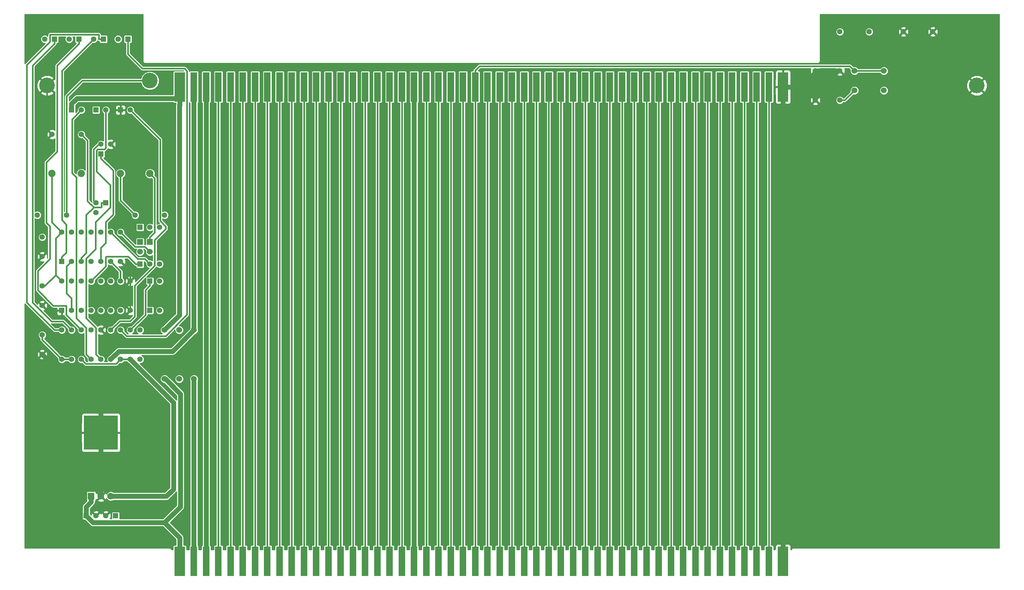
<source format=gbl>
G04 (created by PCBNEW (2013-07-07 BZR 4022)-stable) date 13/10/2017 14:23:44*
%MOIN*%
G04 Gerber Fmt 3.4, Leading zero omitted, Abs format*
%FSLAX34Y34*%
G01*
G70*
G90*
G04 APERTURE LIST*
%ADD10C,0.00590551*%
%ADD11C,0.06*%
%ADD12C,0.07*%
%ADD13R,0.07X0.07*%
%ADD14R,0.35X0.35*%
%ADD15R,0.055X0.055*%
%ADD16C,0.055*%
%ADD17C,0.16*%
%ADD18R,0.11X0.3*%
%ADD19R,0.07X0.3*%
%ADD20R,0.06X0.06*%
%ADD21C,0.075*%
%ADD22C,0.051*%
%ADD23C,0.017*%
%ADD24C,0.01*%
G04 APERTURE END LIST*
G54D10*
G54D11*
X90000Y-21000D03*
X90000Y-19000D03*
X93000Y-21000D03*
X93000Y-19000D03*
G54D12*
X14000Y-62500D03*
G54D13*
X12000Y-62500D03*
G54D12*
X13000Y-62500D03*
G54D14*
X13000Y-56000D03*
G54D15*
X11500Y-64500D03*
G54D16*
X12500Y-64500D03*
G54D15*
X14500Y-64500D03*
G54D16*
X13500Y-64500D03*
G54D17*
X7500Y-20500D03*
X102500Y-20500D03*
G54D18*
X21050Y-69150D03*
G54D19*
X22500Y-69150D03*
X23750Y-69150D03*
X25000Y-69150D03*
X26250Y-69150D03*
X27500Y-69150D03*
X28750Y-69150D03*
X30000Y-69150D03*
X31250Y-69150D03*
X32500Y-69150D03*
X33750Y-69150D03*
X35000Y-69150D03*
X36250Y-69150D03*
X37500Y-69150D03*
X38750Y-69150D03*
X40000Y-69150D03*
X41250Y-69150D03*
X42500Y-69150D03*
X43750Y-69150D03*
X45000Y-69150D03*
X46250Y-69150D03*
X47500Y-69150D03*
X48750Y-69150D03*
X50000Y-69150D03*
X51250Y-69150D03*
X52500Y-69150D03*
X53750Y-69150D03*
X55000Y-69150D03*
X56250Y-69150D03*
X57500Y-69150D03*
X58750Y-69150D03*
X60000Y-69150D03*
X61250Y-69150D03*
X62500Y-69150D03*
X63750Y-69150D03*
X65000Y-69150D03*
X66250Y-69150D03*
X67500Y-69150D03*
X68750Y-69150D03*
X70000Y-69150D03*
X71250Y-69150D03*
X72500Y-69150D03*
X73750Y-69150D03*
X75000Y-69150D03*
X76250Y-69150D03*
X77500Y-69150D03*
X78750Y-69150D03*
X80000Y-69150D03*
X81250Y-69150D03*
G54D18*
X82700Y-69150D03*
G54D16*
X7000Y-36000D03*
X7000Y-38000D03*
X7000Y-46000D03*
X7000Y-48000D03*
X7000Y-41000D03*
X7000Y-43000D03*
G54D18*
X21050Y-20650D03*
G54D19*
X22500Y-20650D03*
X23750Y-20650D03*
X25000Y-20650D03*
X26250Y-20650D03*
X27500Y-20650D03*
X28750Y-20650D03*
X30000Y-20650D03*
X31250Y-20650D03*
X32500Y-20650D03*
X33750Y-20650D03*
X35000Y-20650D03*
X36250Y-20650D03*
X37500Y-20650D03*
X38750Y-20650D03*
X40000Y-20650D03*
X41250Y-20650D03*
X42500Y-20650D03*
X43750Y-20650D03*
X45000Y-20650D03*
X46250Y-20650D03*
X47500Y-20650D03*
X48750Y-20650D03*
X50000Y-20650D03*
X51250Y-20650D03*
X52500Y-20650D03*
X53750Y-20650D03*
X55000Y-20650D03*
X56250Y-20650D03*
X57500Y-20650D03*
X58750Y-20650D03*
X60000Y-20650D03*
X61250Y-20650D03*
X62500Y-20650D03*
X63750Y-20650D03*
X65000Y-20650D03*
X66250Y-20650D03*
X67500Y-20650D03*
X68750Y-20650D03*
X70000Y-20650D03*
X71250Y-20650D03*
X72500Y-20650D03*
X73750Y-20650D03*
X75000Y-20650D03*
X76250Y-20650D03*
X77500Y-20650D03*
X78750Y-20650D03*
X80000Y-20650D03*
X81250Y-20650D03*
G54D18*
X82700Y-20650D03*
G54D15*
X9000Y-38500D03*
G54D16*
X10000Y-38500D03*
X11000Y-38500D03*
X12000Y-38500D03*
X13000Y-38500D03*
X14000Y-38500D03*
X15000Y-38500D03*
X15000Y-35500D03*
X14000Y-35500D03*
X13000Y-35500D03*
X12000Y-35500D03*
X11000Y-35500D03*
X10000Y-35500D03*
X9000Y-35500D03*
G54D15*
X9000Y-43500D03*
G54D16*
X10000Y-43500D03*
X11000Y-43500D03*
X12000Y-43500D03*
X13000Y-43500D03*
X14000Y-43500D03*
X15000Y-43500D03*
X16000Y-43500D03*
X16000Y-40500D03*
X15000Y-40500D03*
X14000Y-40500D03*
X13000Y-40500D03*
X12000Y-40500D03*
X11000Y-40500D03*
X10000Y-40500D03*
X9000Y-40500D03*
G54D17*
X18000Y-20000D03*
G54D15*
X18000Y-43500D03*
G54D16*
X19000Y-43500D03*
G54D15*
X18000Y-40500D03*
G54D16*
X19000Y-40500D03*
G54D15*
X8250Y-15750D03*
G54D16*
X7250Y-15750D03*
G54D15*
X10000Y-23000D03*
G54D16*
X11000Y-23000D03*
G54D15*
X12500Y-23000D03*
G54D16*
X13500Y-23000D03*
G54D15*
X15000Y-23000D03*
G54D16*
X16000Y-23000D03*
G54D15*
X10750Y-15750D03*
G54D16*
X9750Y-15750D03*
G54D15*
X15750Y-15750D03*
G54D16*
X14750Y-15750D03*
G54D15*
X13250Y-15750D03*
G54D16*
X12250Y-15750D03*
G54D20*
X18000Y-36500D03*
G54D11*
X18000Y-37500D03*
G54D20*
X17000Y-36500D03*
G54D11*
X17000Y-37500D03*
G54D16*
X15000Y-48500D03*
X15000Y-45500D03*
X13000Y-48500D03*
X13000Y-45500D03*
X14000Y-45500D03*
X14000Y-48500D03*
X12000Y-48500D03*
X12000Y-45500D03*
X11000Y-48500D03*
X11000Y-45500D03*
X10000Y-48500D03*
X10000Y-45500D03*
X9000Y-48500D03*
X9000Y-45500D03*
G54D21*
X11000Y-29500D03*
X8000Y-29500D03*
X18000Y-29500D03*
X15000Y-29500D03*
G54D16*
X88500Y-22000D03*
X88500Y-19000D03*
G54D11*
X21000Y-45500D03*
X21000Y-50500D03*
X19500Y-45500D03*
X19500Y-50500D03*
X22500Y-50500D03*
X22500Y-45500D03*
G54D16*
X86000Y-22000D03*
X86000Y-19000D03*
X91500Y-15000D03*
X88500Y-15000D03*
X95000Y-15000D03*
X98000Y-15000D03*
X17000Y-45500D03*
X17000Y-48500D03*
X16000Y-45500D03*
X16000Y-48500D03*
X11000Y-25500D03*
X8000Y-25500D03*
G54D15*
X13500Y-32500D03*
G54D16*
X12500Y-32500D03*
X12500Y-33500D03*
X6500Y-33750D03*
X9500Y-33750D03*
X16500Y-33750D03*
X19500Y-33750D03*
G54D15*
X17000Y-35000D03*
G54D16*
X18000Y-35000D03*
X19000Y-35000D03*
G54D15*
X17000Y-38750D03*
G54D16*
X18000Y-38750D03*
X19000Y-38750D03*
G54D15*
X13000Y-27500D03*
G54D16*
X13000Y-26500D03*
X14000Y-26500D03*
G54D22*
X12198Y-65198D02*
X11500Y-64500D01*
X19500Y-65198D02*
X12198Y-65198D01*
X19576Y-50500D02*
X19500Y-50500D01*
X21119Y-52043D02*
X19576Y-50500D01*
X21119Y-63579D02*
X21119Y-52043D01*
X19500Y-65198D02*
X21119Y-63579D01*
X11500Y-63573D02*
X11500Y-64500D01*
X12000Y-63073D02*
X11500Y-63573D01*
X12000Y-62500D02*
X12000Y-63073D01*
X21050Y-66748D02*
X19500Y-65198D01*
X21050Y-69150D02*
X21050Y-66748D01*
X22500Y-50500D02*
X22500Y-69150D01*
X23750Y-20650D02*
X23750Y-69150D01*
X45000Y-20650D02*
X45000Y-69150D01*
G54D23*
X56250Y-20650D02*
X56250Y-69150D01*
X57500Y-20650D02*
X57500Y-69150D01*
X66250Y-20650D02*
X66250Y-69150D01*
X63750Y-69150D02*
X63750Y-20650D01*
X65000Y-20650D02*
X65000Y-69150D01*
X31250Y-20650D02*
X31250Y-69150D01*
X58750Y-20650D02*
X58750Y-69150D01*
X33750Y-20650D02*
X33750Y-69150D01*
X35000Y-20650D02*
X35000Y-69150D01*
X36250Y-20650D02*
X36250Y-69150D01*
X37500Y-20650D02*
X37500Y-69150D01*
X60000Y-20650D02*
X60000Y-69150D01*
X61250Y-20650D02*
X61250Y-69150D01*
X62500Y-20650D02*
X62500Y-69150D01*
X76250Y-20650D02*
X76250Y-69150D01*
X75000Y-69150D02*
X75000Y-20650D01*
X71250Y-20650D02*
X71250Y-69150D01*
X72500Y-20650D02*
X72500Y-69150D01*
X73750Y-20650D02*
X73750Y-69150D01*
X67500Y-20650D02*
X67500Y-69150D01*
X68750Y-20650D02*
X68750Y-69150D01*
X70000Y-20650D02*
X70000Y-69150D01*
X80000Y-20650D02*
X80000Y-69150D01*
G54D22*
X21013Y-22508D02*
X21013Y-22502D01*
X10000Y-22367D02*
X10000Y-23000D01*
X10537Y-21830D02*
X10000Y-22367D01*
X21050Y-21830D02*
X10537Y-21830D01*
X21050Y-22508D02*
X21013Y-22508D01*
X21050Y-21830D02*
X21050Y-22508D01*
X21013Y-43987D02*
X21013Y-22508D01*
X19500Y-45500D02*
X21013Y-43987D01*
X21050Y-20650D02*
X21050Y-21830D01*
X22500Y-45500D02*
X22500Y-20650D01*
X14805Y-47695D02*
X14000Y-48500D01*
X20305Y-47695D02*
X14805Y-47695D01*
X22500Y-45500D02*
X20305Y-47695D01*
G54D23*
X50000Y-20650D02*
X50000Y-69150D01*
X48750Y-20650D02*
X48750Y-69150D01*
X42500Y-69150D02*
X42500Y-20650D01*
X38750Y-20650D02*
X38750Y-69150D01*
X40000Y-20650D02*
X40000Y-69150D01*
X41250Y-20650D02*
X41250Y-69150D01*
X81250Y-69150D02*
X81250Y-20650D01*
X47500Y-69150D02*
X47500Y-20650D01*
X93000Y-19000D02*
X90000Y-19000D01*
X51250Y-20650D02*
X51250Y-69150D01*
X89532Y-18532D02*
X90000Y-19000D01*
X51680Y-18532D02*
X89532Y-18532D01*
X51250Y-18962D02*
X51680Y-18532D01*
X51250Y-20650D02*
X51250Y-18962D01*
X43750Y-20650D02*
X43750Y-69150D01*
X46250Y-20650D02*
X46250Y-69150D01*
X32500Y-69150D02*
X32500Y-20650D01*
X25000Y-20650D02*
X25000Y-69150D01*
X26250Y-69150D02*
X26250Y-20650D01*
X27500Y-20650D02*
X27500Y-69150D01*
X28750Y-69150D02*
X28750Y-20650D01*
X55000Y-69150D02*
X55000Y-20650D01*
X52500Y-69150D02*
X52500Y-20650D01*
X53750Y-20650D02*
X53750Y-69150D01*
X77500Y-20650D02*
X77500Y-69150D01*
X78750Y-20650D02*
X78750Y-69150D01*
X30000Y-20650D02*
X30000Y-69150D01*
G54D22*
X86000Y-22000D02*
X86000Y-20650D01*
X82700Y-20650D02*
X82700Y-69150D01*
X13000Y-62500D02*
X13000Y-56000D01*
X88500Y-19000D02*
X86000Y-19000D01*
X13000Y-53892D02*
X13000Y-56000D01*
X12892Y-53892D02*
X13000Y-53892D01*
X7000Y-48000D02*
X12892Y-53892D01*
X86000Y-20650D02*
X86000Y-19000D01*
X86000Y-20650D02*
X82700Y-20650D01*
G54D23*
X15457Y-44043D02*
X16000Y-43500D01*
X14457Y-44043D02*
X15457Y-44043D01*
X13000Y-45500D02*
X14457Y-44043D01*
X16000Y-43500D02*
X16000Y-40500D01*
X16000Y-39500D02*
X15000Y-38500D01*
X16000Y-40500D02*
X16000Y-39500D01*
X7500Y-25000D02*
X7500Y-20500D01*
X8000Y-25500D02*
X7500Y-25000D01*
X7494Y-37506D02*
X7000Y-38000D01*
X7494Y-35319D02*
X7494Y-37506D01*
X7133Y-34958D02*
X7494Y-35319D01*
X7133Y-26367D02*
X7133Y-34958D01*
X8000Y-25500D02*
X7133Y-26367D01*
X7500Y-43500D02*
X9000Y-43500D01*
X7000Y-43000D02*
X7500Y-43500D01*
X15000Y-25500D02*
X14000Y-26500D01*
X15000Y-23000D02*
X15000Y-25500D01*
X13500Y-39000D02*
X12000Y-40500D01*
X13500Y-38043D02*
X13500Y-39000D01*
X13548Y-37995D02*
X13500Y-38043D01*
X15782Y-37995D02*
X13548Y-37995D01*
X16537Y-38750D02*
X15782Y-37995D01*
X17000Y-38750D02*
X16537Y-38750D01*
X16735Y-38235D02*
X14000Y-35500D01*
X17485Y-38235D02*
X16735Y-38235D01*
X18000Y-38750D02*
X17485Y-38235D01*
X9500Y-39000D02*
X10000Y-38500D01*
X9500Y-41738D02*
X9500Y-39000D01*
X10000Y-42238D02*
X9500Y-41738D01*
X10000Y-43500D02*
X10000Y-42238D01*
X16489Y-36989D02*
X15000Y-35500D01*
X17489Y-36989D02*
X16489Y-36989D01*
X18000Y-37500D02*
X17489Y-36989D01*
X9463Y-37574D02*
X9000Y-38037D01*
X9463Y-34714D02*
X9463Y-37574D01*
X9016Y-34267D02*
X9463Y-34714D01*
X9016Y-18984D02*
X9016Y-34267D01*
X12250Y-15750D02*
X9016Y-18984D01*
X9000Y-38500D02*
X9000Y-38037D01*
X13000Y-37079D02*
X13000Y-38500D01*
X13500Y-36579D02*
X13000Y-37079D01*
X13500Y-34441D02*
X13500Y-36579D01*
X14238Y-33703D02*
X13500Y-34441D01*
X14238Y-29201D02*
X14238Y-33703D01*
X13000Y-27963D02*
X14238Y-29201D01*
X13000Y-27500D02*
X13000Y-27963D01*
X11617Y-26117D02*
X11000Y-25500D01*
X11617Y-32308D02*
X11617Y-26117D01*
X12272Y-32963D02*
X11617Y-32308D01*
X11000Y-38114D02*
X11000Y-38500D01*
X11500Y-37614D02*
X11000Y-38114D01*
X11500Y-33735D02*
X11500Y-37614D01*
X12272Y-32963D02*
X11500Y-33735D01*
X12989Y-32963D02*
X12272Y-32963D01*
X13037Y-32915D02*
X12989Y-32963D01*
X13037Y-32500D02*
X13037Y-32915D01*
X13500Y-32500D02*
X13037Y-32500D01*
X15000Y-39500D02*
X15000Y-40500D01*
X14000Y-38500D02*
X15000Y-39500D01*
X15750Y-17294D02*
X15750Y-15750D01*
X17211Y-18755D02*
X15750Y-17294D01*
X21535Y-18755D02*
X17211Y-18755D01*
X21789Y-19009D02*
X21535Y-18755D01*
X21789Y-43930D02*
X21789Y-19009D01*
X19611Y-46108D02*
X21789Y-43930D01*
X15608Y-46108D02*
X19611Y-46108D01*
X15000Y-45500D02*
X15608Y-46108D01*
X10750Y-15750D02*
X10750Y-16213D01*
X8525Y-18438D02*
X10750Y-16213D01*
X8525Y-27244D02*
X8525Y-18438D01*
X7407Y-28362D02*
X8525Y-27244D01*
X7407Y-34524D02*
X7407Y-28362D01*
X7768Y-34885D02*
X7407Y-34524D01*
X7768Y-38219D02*
X7768Y-34885D01*
X6536Y-39451D02*
X7768Y-38219D01*
X6536Y-41424D02*
X6536Y-39451D01*
X8126Y-43014D02*
X6536Y-41424D01*
X9416Y-43014D02*
X8126Y-43014D01*
X9464Y-43062D02*
X9416Y-43014D01*
X9464Y-43964D02*
X9464Y-43062D01*
X11000Y-45500D02*
X9464Y-43964D01*
X14905Y-44595D02*
X14000Y-45500D01*
X15976Y-44595D02*
X14905Y-44595D01*
X16464Y-44107D02*
X15976Y-44595D01*
X16464Y-40943D02*
X16464Y-44107D01*
X18500Y-38907D02*
X16464Y-40943D01*
X18500Y-36290D02*
X18500Y-38907D01*
X19631Y-35159D02*
X18500Y-36290D01*
X19631Y-34904D02*
X19631Y-35159D01*
X19036Y-34309D02*
X19631Y-34904D01*
X19036Y-26036D02*
X19036Y-34309D01*
X16000Y-23000D02*
X19036Y-26036D01*
X12500Y-48000D02*
X13000Y-48500D01*
X12500Y-45279D02*
X12500Y-48000D01*
X11500Y-44279D02*
X12500Y-45279D01*
X11500Y-38192D02*
X11500Y-44279D01*
X12464Y-37228D02*
X11500Y-38192D01*
X12464Y-34463D02*
X12464Y-37228D01*
X13964Y-32963D02*
X12464Y-34463D01*
X13964Y-30699D02*
X13964Y-32963D01*
X12537Y-29272D02*
X13964Y-30699D01*
X12537Y-27147D02*
X12537Y-29272D01*
X12647Y-27037D02*
X12537Y-27147D01*
X13355Y-27037D02*
X12647Y-27037D01*
X13500Y-26892D02*
X13355Y-27037D01*
X13500Y-23000D02*
X13500Y-26892D01*
X10058Y-23942D02*
X11000Y-23000D01*
X10058Y-29451D02*
X10058Y-23942D01*
X10500Y-29893D02*
X10058Y-29451D01*
X10500Y-44272D02*
X10500Y-29893D01*
X11500Y-45272D02*
X10500Y-44272D01*
X11500Y-48000D02*
X11500Y-45272D01*
X12000Y-48500D02*
X11500Y-48000D01*
X9121Y-44621D02*
X10000Y-45500D01*
X7950Y-44621D02*
X9121Y-44621D01*
X6005Y-42676D02*
X7950Y-44621D01*
X6005Y-18458D02*
X6005Y-42676D01*
X8250Y-16213D02*
X6005Y-18458D01*
X8250Y-15750D02*
X8250Y-16213D01*
X18481Y-35531D02*
X18000Y-36012D01*
X18481Y-29981D02*
X18481Y-35531D01*
X18000Y-29500D02*
X18481Y-29981D01*
X18000Y-36500D02*
X18000Y-36012D01*
X12787Y-15335D02*
X12787Y-15750D01*
X12739Y-15287D02*
X12787Y-15335D01*
X7833Y-15287D02*
X12739Y-15287D01*
X7786Y-15334D02*
X7833Y-15287D01*
X7786Y-16004D02*
X7786Y-15334D01*
X5413Y-18377D02*
X7786Y-16004D01*
X5413Y-42677D02*
X5413Y-18377D01*
X8236Y-45500D02*
X5413Y-42677D01*
X9000Y-45500D02*
X8236Y-45500D01*
X13250Y-15750D02*
X12787Y-15750D01*
X17537Y-41426D02*
X18000Y-40963D01*
X17537Y-43963D02*
X17537Y-41426D01*
X16000Y-45500D02*
X17537Y-43963D01*
X18000Y-40500D02*
X18000Y-40963D01*
X11089Y-20000D02*
X18000Y-20000D01*
X9500Y-21589D02*
X11089Y-20000D01*
X9500Y-33750D02*
X9500Y-21589D01*
X12264Y-32264D02*
X12500Y-32500D01*
X12264Y-27034D02*
X12264Y-32264D01*
X12798Y-26500D02*
X12264Y-27034D01*
X13000Y-26500D02*
X12798Y-26500D01*
X89000Y-22000D02*
X90000Y-21000D01*
X88500Y-22000D02*
X89000Y-22000D01*
X15000Y-32250D02*
X15000Y-29500D01*
X16500Y-33750D02*
X15000Y-32250D01*
X7254Y-41000D02*
X7000Y-41000D01*
X8377Y-39877D02*
X7254Y-41000D01*
X9000Y-40500D02*
X8377Y-39877D01*
X10000Y-48500D02*
X9000Y-48500D01*
X8377Y-36123D02*
X9000Y-35500D01*
X8377Y-39877D02*
X8377Y-36123D01*
X8000Y-34500D02*
X9000Y-35500D01*
X8000Y-29500D02*
X8000Y-34500D01*
G54D22*
X20410Y-52910D02*
X16000Y-48500D01*
X20410Y-61782D02*
X20410Y-52910D01*
X19692Y-62500D02*
X20410Y-61782D01*
X14000Y-62500D02*
X19692Y-62500D01*
G54D23*
X7000Y-46500D02*
X7000Y-46000D01*
X9000Y-48500D02*
X7000Y-46500D01*
X15000Y-48500D02*
X16000Y-48500D01*
X11464Y-48964D02*
X11000Y-48500D01*
X14536Y-48964D02*
X11464Y-48964D01*
X15000Y-48500D02*
X14536Y-48964D01*
G54D10*
G36*
X12071Y-45500D02*
X12000Y-45571D01*
X11929Y-45500D01*
X12000Y-45429D01*
X12071Y-45500D01*
X12071Y-45500D01*
G37*
G54D24*
X12071Y-45500D02*
X12000Y-45571D01*
X11929Y-45500D01*
X12000Y-45429D01*
X12071Y-45500D01*
G54D10*
G36*
X20645Y-22338D02*
X20639Y-22347D01*
X20608Y-22502D01*
X20608Y-22508D01*
X20608Y-43819D01*
X19425Y-45002D01*
X19425Y-43585D01*
X19425Y-43416D01*
X19425Y-40585D01*
X19425Y-40416D01*
X19361Y-40260D01*
X19241Y-40140D01*
X19085Y-40075D01*
X18916Y-40075D01*
X18760Y-40139D01*
X18640Y-40259D01*
X18575Y-40415D01*
X18575Y-40584D01*
X18639Y-40740D01*
X18759Y-40860D01*
X18915Y-40925D01*
X19084Y-40925D01*
X19240Y-40861D01*
X19360Y-40741D01*
X19425Y-40585D01*
X19425Y-43416D01*
X19361Y-43260D01*
X19241Y-43140D01*
X19085Y-43075D01*
X18916Y-43075D01*
X18760Y-43139D01*
X18640Y-43259D01*
X18575Y-43415D01*
X18575Y-43584D01*
X18639Y-43740D01*
X18759Y-43860D01*
X18915Y-43925D01*
X19084Y-43925D01*
X19240Y-43861D01*
X19360Y-43741D01*
X19425Y-43585D01*
X19425Y-45002D01*
X19353Y-45074D01*
X19246Y-45119D01*
X19120Y-45245D01*
X19051Y-45410D01*
X19051Y-45589D01*
X19119Y-45754D01*
X19238Y-45873D01*
X17210Y-45873D01*
X17240Y-45861D01*
X17360Y-45741D01*
X17425Y-45585D01*
X17425Y-45416D01*
X17361Y-45260D01*
X17241Y-45140D01*
X17085Y-45075D01*
X16916Y-45075D01*
X16760Y-45139D01*
X16640Y-45259D01*
X16575Y-45415D01*
X16575Y-45584D01*
X16639Y-45740D01*
X16759Y-45860D01*
X16790Y-45873D01*
X16210Y-45873D01*
X16240Y-45861D01*
X16360Y-45741D01*
X16425Y-45585D01*
X16425Y-45416D01*
X16422Y-45409D01*
X17703Y-44130D01*
X17703Y-44129D01*
X17754Y-44053D01*
X17771Y-43963D01*
X17772Y-43963D01*
X17772Y-43924D01*
X18305Y-43924D01*
X18360Y-43901D01*
X18402Y-43859D01*
X18424Y-43804D01*
X18424Y-43745D01*
X18424Y-43195D01*
X18401Y-43140D01*
X18359Y-43098D01*
X18304Y-43076D01*
X18245Y-43076D01*
X17772Y-43076D01*
X17772Y-41523D01*
X18166Y-41130D01*
X18166Y-41129D01*
X18217Y-41053D01*
X18234Y-40964D01*
X18235Y-40963D01*
X18235Y-40924D01*
X18305Y-40924D01*
X18360Y-40901D01*
X18402Y-40859D01*
X18424Y-40804D01*
X18424Y-40745D01*
X18424Y-40195D01*
X18401Y-40140D01*
X18359Y-40098D01*
X18304Y-40076D01*
X18245Y-40076D01*
X17695Y-40076D01*
X17640Y-40099D01*
X18666Y-39073D01*
X18688Y-39039D01*
X18759Y-39110D01*
X18915Y-39175D01*
X19084Y-39175D01*
X19240Y-39111D01*
X19360Y-38991D01*
X19425Y-38835D01*
X19425Y-38666D01*
X19361Y-38510D01*
X19241Y-38390D01*
X19085Y-38325D01*
X18916Y-38325D01*
X18760Y-38389D01*
X18735Y-38414D01*
X18735Y-36387D01*
X19797Y-35326D01*
X19797Y-35325D01*
X19848Y-35249D01*
X19865Y-35159D01*
X19866Y-35159D01*
X19866Y-34904D01*
X19848Y-34814D01*
X19797Y-34738D01*
X19271Y-34212D01*
X19271Y-34115D01*
X19415Y-34175D01*
X19584Y-34175D01*
X19740Y-34111D01*
X19860Y-33991D01*
X19925Y-33835D01*
X19925Y-33666D01*
X19861Y-33510D01*
X19741Y-33390D01*
X19585Y-33325D01*
X19416Y-33325D01*
X19271Y-33384D01*
X19271Y-26036D01*
X19253Y-25946D01*
X19202Y-25870D01*
X19202Y-25869D01*
X16422Y-23090D01*
X16425Y-23085D01*
X16425Y-22916D01*
X16361Y-22760D01*
X16241Y-22640D01*
X16085Y-22575D01*
X15916Y-22575D01*
X15760Y-22639D01*
X15640Y-22759D01*
X15575Y-22915D01*
X15575Y-23084D01*
X15639Y-23240D01*
X15759Y-23360D01*
X15915Y-23425D01*
X16084Y-23425D01*
X16090Y-23422D01*
X18801Y-26133D01*
X18801Y-34309D01*
X18819Y-34399D01*
X18870Y-34475D01*
X18970Y-34575D01*
X18916Y-34575D01*
X18760Y-34639D01*
X18716Y-34683D01*
X18716Y-29981D01*
X18698Y-29891D01*
X18647Y-29815D01*
X18499Y-29667D01*
X18525Y-29605D01*
X18525Y-29396D01*
X18445Y-29203D01*
X18298Y-29055D01*
X18105Y-28975D01*
X17896Y-28975D01*
X17703Y-29055D01*
X17555Y-29202D01*
X17475Y-29395D01*
X17475Y-29604D01*
X17555Y-29797D01*
X17702Y-29945D01*
X17895Y-30025D01*
X18104Y-30025D01*
X18166Y-29998D01*
X18246Y-30078D01*
X18246Y-34645D01*
X18241Y-34640D01*
X18085Y-34575D01*
X17916Y-34575D01*
X17760Y-34639D01*
X17640Y-34759D01*
X17575Y-34915D01*
X17575Y-35084D01*
X17639Y-35240D01*
X17759Y-35360D01*
X17915Y-35425D01*
X18084Y-35425D01*
X18240Y-35361D01*
X18246Y-35355D01*
X18246Y-35434D01*
X17834Y-35846D01*
X17783Y-35922D01*
X17765Y-36012D01*
X17765Y-36051D01*
X17670Y-36051D01*
X17615Y-36074D01*
X17573Y-36116D01*
X17551Y-36171D01*
X17551Y-36230D01*
X17551Y-36766D01*
X17489Y-36754D01*
X17449Y-36754D01*
X17449Y-36170D01*
X17426Y-36115D01*
X17424Y-36113D01*
X17424Y-35304D01*
X17424Y-35245D01*
X17424Y-34695D01*
X17401Y-34640D01*
X17359Y-34598D01*
X17304Y-34576D01*
X17245Y-34576D01*
X16925Y-34576D01*
X16925Y-33835D01*
X16925Y-33666D01*
X16861Y-33510D01*
X16741Y-33390D01*
X16585Y-33325D01*
X16416Y-33325D01*
X16409Y-33327D01*
X15235Y-32153D01*
X15235Y-29970D01*
X15297Y-29945D01*
X15445Y-29798D01*
X15525Y-29605D01*
X15525Y-29396D01*
X15525Y-23112D01*
X15525Y-22888D01*
X15524Y-22774D01*
X15524Y-22675D01*
X15486Y-22584D01*
X15416Y-22514D01*
X15324Y-22476D01*
X15112Y-22475D01*
X15050Y-22537D01*
X15050Y-22950D01*
X15463Y-22950D01*
X15525Y-22888D01*
X15525Y-23112D01*
X15463Y-23050D01*
X15050Y-23050D01*
X15050Y-23463D01*
X15112Y-23525D01*
X15324Y-23524D01*
X15416Y-23486D01*
X15486Y-23416D01*
X15524Y-23325D01*
X15524Y-23226D01*
X15525Y-23112D01*
X15525Y-29396D01*
X15445Y-29203D01*
X15298Y-29055D01*
X15105Y-28975D01*
X14950Y-28975D01*
X14950Y-23463D01*
X14950Y-23050D01*
X14950Y-22950D01*
X14950Y-22537D01*
X14888Y-22475D01*
X14676Y-22476D01*
X14584Y-22514D01*
X14514Y-22584D01*
X14476Y-22675D01*
X14476Y-22774D01*
X14475Y-22888D01*
X14537Y-22950D01*
X14950Y-22950D01*
X14950Y-23050D01*
X14537Y-23050D01*
X14475Y-23112D01*
X14476Y-23226D01*
X14476Y-23325D01*
X14514Y-23416D01*
X14584Y-23486D01*
X14676Y-23524D01*
X14888Y-23525D01*
X14950Y-23463D01*
X14950Y-28975D01*
X14896Y-28975D01*
X14703Y-29055D01*
X14555Y-29202D01*
X14530Y-29262D01*
X14530Y-26576D01*
X14518Y-26368D01*
X14460Y-26228D01*
X14368Y-26203D01*
X14071Y-26500D01*
X14368Y-26797D01*
X14460Y-26772D01*
X14530Y-26576D01*
X14530Y-29262D01*
X14475Y-29395D01*
X14475Y-29604D01*
X14555Y-29797D01*
X14702Y-29945D01*
X14765Y-29971D01*
X14765Y-32250D01*
X14783Y-32340D01*
X14834Y-32416D01*
X16077Y-33659D01*
X16075Y-33665D01*
X16075Y-33834D01*
X16139Y-33990D01*
X16259Y-34110D01*
X16415Y-34175D01*
X16584Y-34175D01*
X16740Y-34111D01*
X16860Y-33991D01*
X16925Y-33835D01*
X16925Y-34576D01*
X16695Y-34576D01*
X16640Y-34599D01*
X16598Y-34641D01*
X16576Y-34696D01*
X16576Y-34755D01*
X16576Y-35305D01*
X16599Y-35360D01*
X16641Y-35402D01*
X16696Y-35424D01*
X16755Y-35424D01*
X17305Y-35424D01*
X17360Y-35401D01*
X17402Y-35359D01*
X17424Y-35304D01*
X17424Y-36113D01*
X17384Y-36073D01*
X17329Y-36051D01*
X17270Y-36051D01*
X16670Y-36051D01*
X16615Y-36074D01*
X16573Y-36116D01*
X16551Y-36171D01*
X16551Y-36230D01*
X16551Y-36718D01*
X15422Y-35590D01*
X15425Y-35585D01*
X15425Y-35416D01*
X15361Y-35260D01*
X15241Y-35140D01*
X15085Y-35075D01*
X14916Y-35075D01*
X14760Y-35139D01*
X14640Y-35259D01*
X14575Y-35415D01*
X14575Y-35584D01*
X14639Y-35740D01*
X14759Y-35860D01*
X14915Y-35925D01*
X15084Y-35925D01*
X15090Y-35922D01*
X16322Y-37155D01*
X16323Y-37155D01*
X16399Y-37206D01*
X16488Y-37223D01*
X16489Y-37224D01*
X16641Y-37224D01*
X16620Y-37245D01*
X16551Y-37410D01*
X16551Y-37589D01*
X16619Y-37754D01*
X16745Y-37880D01*
X16910Y-37949D01*
X17089Y-37949D01*
X17254Y-37881D01*
X17380Y-37755D01*
X17449Y-37590D01*
X17449Y-37411D01*
X17381Y-37246D01*
X17359Y-37224D01*
X17391Y-37224D01*
X17558Y-37391D01*
X17551Y-37410D01*
X17551Y-37589D01*
X17619Y-37754D01*
X17745Y-37880D01*
X17910Y-37949D01*
X18089Y-37949D01*
X18254Y-37881D01*
X18265Y-37870D01*
X18265Y-38414D01*
X18241Y-38390D01*
X18085Y-38325D01*
X17916Y-38325D01*
X17909Y-38327D01*
X17651Y-38069D01*
X17575Y-38018D01*
X17485Y-38000D01*
X16832Y-38000D01*
X14422Y-35590D01*
X14425Y-35585D01*
X14425Y-35416D01*
X14361Y-35260D01*
X14241Y-35140D01*
X14085Y-35075D01*
X13916Y-35075D01*
X13760Y-35139D01*
X13735Y-35164D01*
X13735Y-34538D01*
X14404Y-33870D01*
X14404Y-33869D01*
X14455Y-33793D01*
X14472Y-33703D01*
X14473Y-33703D01*
X14473Y-29201D01*
X14472Y-29200D01*
X14455Y-29111D01*
X14404Y-29035D01*
X14404Y-29034D01*
X13293Y-27924D01*
X13305Y-27924D01*
X13360Y-27901D01*
X13402Y-27859D01*
X13424Y-27804D01*
X13424Y-27745D01*
X13424Y-27258D01*
X13445Y-27254D01*
X13521Y-27203D01*
X13666Y-27058D01*
X13717Y-26982D01*
X13724Y-26946D01*
X13728Y-26960D01*
X13924Y-27030D01*
X14132Y-27018D01*
X14272Y-26960D01*
X14297Y-26868D01*
X14035Y-26606D01*
X14000Y-26571D01*
X13929Y-26500D01*
X14000Y-26429D01*
X14035Y-26394D01*
X14297Y-26132D01*
X14272Y-26040D01*
X14076Y-25970D01*
X13868Y-25982D01*
X13735Y-26037D01*
X13735Y-23363D01*
X13740Y-23361D01*
X13860Y-23241D01*
X13925Y-23085D01*
X13925Y-22916D01*
X13861Y-22760D01*
X13741Y-22640D01*
X13585Y-22575D01*
X13416Y-22575D01*
X13260Y-22639D01*
X13140Y-22759D01*
X13075Y-22915D01*
X13075Y-23084D01*
X13139Y-23240D01*
X13259Y-23360D01*
X13265Y-23362D01*
X13265Y-26164D01*
X13241Y-26140D01*
X13085Y-26075D01*
X12924Y-26075D01*
X12924Y-23304D01*
X12924Y-23245D01*
X12924Y-22695D01*
X12901Y-22640D01*
X12859Y-22598D01*
X12804Y-22576D01*
X12745Y-22576D01*
X12195Y-22576D01*
X12140Y-22599D01*
X12098Y-22641D01*
X12076Y-22696D01*
X12076Y-22755D01*
X12076Y-23305D01*
X12099Y-23360D01*
X12141Y-23402D01*
X12196Y-23424D01*
X12255Y-23424D01*
X12805Y-23424D01*
X12860Y-23401D01*
X12902Y-23359D01*
X12924Y-23304D01*
X12924Y-26075D01*
X12916Y-26075D01*
X12760Y-26139D01*
X12640Y-26259D01*
X12592Y-26373D01*
X12098Y-26868D01*
X12047Y-26944D01*
X12029Y-27034D01*
X12029Y-32264D01*
X12047Y-32354D01*
X12079Y-32403D01*
X12075Y-32415D01*
X12075Y-32434D01*
X11852Y-32211D01*
X11852Y-26117D01*
X11834Y-26027D01*
X11783Y-25951D01*
X11783Y-25950D01*
X11422Y-25590D01*
X11425Y-25585D01*
X11425Y-25416D01*
X11361Y-25260D01*
X11241Y-25140D01*
X11085Y-25075D01*
X10916Y-25075D01*
X10760Y-25139D01*
X10640Y-25259D01*
X10575Y-25415D01*
X10575Y-25584D01*
X10639Y-25740D01*
X10759Y-25860D01*
X10915Y-25925D01*
X11084Y-25925D01*
X11090Y-25922D01*
X11382Y-26214D01*
X11382Y-29139D01*
X11298Y-29055D01*
X11105Y-28975D01*
X10896Y-28975D01*
X10703Y-29055D01*
X10555Y-29202D01*
X10475Y-29395D01*
X10475Y-29536D01*
X10293Y-29354D01*
X10293Y-24039D01*
X10909Y-23422D01*
X10915Y-23425D01*
X11084Y-23425D01*
X11240Y-23361D01*
X11360Y-23241D01*
X11425Y-23085D01*
X11425Y-22916D01*
X11361Y-22760D01*
X11241Y-22640D01*
X11085Y-22575D01*
X10916Y-22575D01*
X10760Y-22639D01*
X10640Y-22759D01*
X10575Y-22915D01*
X10575Y-23084D01*
X10577Y-23090D01*
X10424Y-23244D01*
X10424Y-22695D01*
X10405Y-22649D01*
X10405Y-22534D01*
X10704Y-22235D01*
X20374Y-22235D01*
X20416Y-22277D01*
X20471Y-22299D01*
X20530Y-22299D01*
X20645Y-22299D01*
X20645Y-22338D01*
X20645Y-22338D01*
G37*
G54D24*
X20645Y-22338D02*
X20639Y-22347D01*
X20608Y-22502D01*
X20608Y-22508D01*
X20608Y-43819D01*
X19425Y-45002D01*
X19425Y-43585D01*
X19425Y-43416D01*
X19425Y-40585D01*
X19425Y-40416D01*
X19361Y-40260D01*
X19241Y-40140D01*
X19085Y-40075D01*
X18916Y-40075D01*
X18760Y-40139D01*
X18640Y-40259D01*
X18575Y-40415D01*
X18575Y-40584D01*
X18639Y-40740D01*
X18759Y-40860D01*
X18915Y-40925D01*
X19084Y-40925D01*
X19240Y-40861D01*
X19360Y-40741D01*
X19425Y-40585D01*
X19425Y-43416D01*
X19361Y-43260D01*
X19241Y-43140D01*
X19085Y-43075D01*
X18916Y-43075D01*
X18760Y-43139D01*
X18640Y-43259D01*
X18575Y-43415D01*
X18575Y-43584D01*
X18639Y-43740D01*
X18759Y-43860D01*
X18915Y-43925D01*
X19084Y-43925D01*
X19240Y-43861D01*
X19360Y-43741D01*
X19425Y-43585D01*
X19425Y-45002D01*
X19353Y-45074D01*
X19246Y-45119D01*
X19120Y-45245D01*
X19051Y-45410D01*
X19051Y-45589D01*
X19119Y-45754D01*
X19238Y-45873D01*
X17210Y-45873D01*
X17240Y-45861D01*
X17360Y-45741D01*
X17425Y-45585D01*
X17425Y-45416D01*
X17361Y-45260D01*
X17241Y-45140D01*
X17085Y-45075D01*
X16916Y-45075D01*
X16760Y-45139D01*
X16640Y-45259D01*
X16575Y-45415D01*
X16575Y-45584D01*
X16639Y-45740D01*
X16759Y-45860D01*
X16790Y-45873D01*
X16210Y-45873D01*
X16240Y-45861D01*
X16360Y-45741D01*
X16425Y-45585D01*
X16425Y-45416D01*
X16422Y-45409D01*
X17703Y-44130D01*
X17703Y-44129D01*
X17754Y-44053D01*
X17771Y-43963D01*
X17772Y-43963D01*
X17772Y-43924D01*
X18305Y-43924D01*
X18360Y-43901D01*
X18402Y-43859D01*
X18424Y-43804D01*
X18424Y-43745D01*
X18424Y-43195D01*
X18401Y-43140D01*
X18359Y-43098D01*
X18304Y-43076D01*
X18245Y-43076D01*
X17772Y-43076D01*
X17772Y-41523D01*
X18166Y-41130D01*
X18166Y-41129D01*
X18217Y-41053D01*
X18234Y-40964D01*
X18235Y-40963D01*
X18235Y-40924D01*
X18305Y-40924D01*
X18360Y-40901D01*
X18402Y-40859D01*
X18424Y-40804D01*
X18424Y-40745D01*
X18424Y-40195D01*
X18401Y-40140D01*
X18359Y-40098D01*
X18304Y-40076D01*
X18245Y-40076D01*
X17695Y-40076D01*
X17640Y-40099D01*
X18666Y-39073D01*
X18688Y-39039D01*
X18759Y-39110D01*
X18915Y-39175D01*
X19084Y-39175D01*
X19240Y-39111D01*
X19360Y-38991D01*
X19425Y-38835D01*
X19425Y-38666D01*
X19361Y-38510D01*
X19241Y-38390D01*
X19085Y-38325D01*
X18916Y-38325D01*
X18760Y-38389D01*
X18735Y-38414D01*
X18735Y-36387D01*
X19797Y-35326D01*
X19797Y-35325D01*
X19848Y-35249D01*
X19865Y-35159D01*
X19866Y-35159D01*
X19866Y-34904D01*
X19848Y-34814D01*
X19797Y-34738D01*
X19271Y-34212D01*
X19271Y-34115D01*
X19415Y-34175D01*
X19584Y-34175D01*
X19740Y-34111D01*
X19860Y-33991D01*
X19925Y-33835D01*
X19925Y-33666D01*
X19861Y-33510D01*
X19741Y-33390D01*
X19585Y-33325D01*
X19416Y-33325D01*
X19271Y-33384D01*
X19271Y-26036D01*
X19253Y-25946D01*
X19202Y-25870D01*
X19202Y-25869D01*
X16422Y-23090D01*
X16425Y-23085D01*
X16425Y-22916D01*
X16361Y-22760D01*
X16241Y-22640D01*
X16085Y-22575D01*
X15916Y-22575D01*
X15760Y-22639D01*
X15640Y-22759D01*
X15575Y-22915D01*
X15575Y-23084D01*
X15639Y-23240D01*
X15759Y-23360D01*
X15915Y-23425D01*
X16084Y-23425D01*
X16090Y-23422D01*
X18801Y-26133D01*
X18801Y-34309D01*
X18819Y-34399D01*
X18870Y-34475D01*
X18970Y-34575D01*
X18916Y-34575D01*
X18760Y-34639D01*
X18716Y-34683D01*
X18716Y-29981D01*
X18698Y-29891D01*
X18647Y-29815D01*
X18499Y-29667D01*
X18525Y-29605D01*
X18525Y-29396D01*
X18445Y-29203D01*
X18298Y-29055D01*
X18105Y-28975D01*
X17896Y-28975D01*
X17703Y-29055D01*
X17555Y-29202D01*
X17475Y-29395D01*
X17475Y-29604D01*
X17555Y-29797D01*
X17702Y-29945D01*
X17895Y-30025D01*
X18104Y-30025D01*
X18166Y-29998D01*
X18246Y-30078D01*
X18246Y-34645D01*
X18241Y-34640D01*
X18085Y-34575D01*
X17916Y-34575D01*
X17760Y-34639D01*
X17640Y-34759D01*
X17575Y-34915D01*
X17575Y-35084D01*
X17639Y-35240D01*
X17759Y-35360D01*
X17915Y-35425D01*
X18084Y-35425D01*
X18240Y-35361D01*
X18246Y-35355D01*
X18246Y-35434D01*
X17834Y-35846D01*
X17783Y-35922D01*
X17765Y-36012D01*
X17765Y-36051D01*
X17670Y-36051D01*
X17615Y-36074D01*
X17573Y-36116D01*
X17551Y-36171D01*
X17551Y-36230D01*
X17551Y-36766D01*
X17489Y-36754D01*
X17449Y-36754D01*
X17449Y-36170D01*
X17426Y-36115D01*
X17424Y-36113D01*
X17424Y-35304D01*
X17424Y-35245D01*
X17424Y-34695D01*
X17401Y-34640D01*
X17359Y-34598D01*
X17304Y-34576D01*
X17245Y-34576D01*
X16925Y-34576D01*
X16925Y-33835D01*
X16925Y-33666D01*
X16861Y-33510D01*
X16741Y-33390D01*
X16585Y-33325D01*
X16416Y-33325D01*
X16409Y-33327D01*
X15235Y-32153D01*
X15235Y-29970D01*
X15297Y-29945D01*
X15445Y-29798D01*
X15525Y-29605D01*
X15525Y-29396D01*
X15525Y-23112D01*
X15525Y-22888D01*
X15524Y-22774D01*
X15524Y-22675D01*
X15486Y-22584D01*
X15416Y-22514D01*
X15324Y-22476D01*
X15112Y-22475D01*
X15050Y-22537D01*
X15050Y-22950D01*
X15463Y-22950D01*
X15525Y-22888D01*
X15525Y-23112D01*
X15463Y-23050D01*
X15050Y-23050D01*
X15050Y-23463D01*
X15112Y-23525D01*
X15324Y-23524D01*
X15416Y-23486D01*
X15486Y-23416D01*
X15524Y-23325D01*
X15524Y-23226D01*
X15525Y-23112D01*
X15525Y-29396D01*
X15445Y-29203D01*
X15298Y-29055D01*
X15105Y-28975D01*
X14950Y-28975D01*
X14950Y-23463D01*
X14950Y-23050D01*
X14950Y-22950D01*
X14950Y-22537D01*
X14888Y-22475D01*
X14676Y-22476D01*
X14584Y-22514D01*
X14514Y-22584D01*
X14476Y-22675D01*
X14476Y-22774D01*
X14475Y-22888D01*
X14537Y-22950D01*
X14950Y-22950D01*
X14950Y-23050D01*
X14537Y-23050D01*
X14475Y-23112D01*
X14476Y-23226D01*
X14476Y-23325D01*
X14514Y-23416D01*
X14584Y-23486D01*
X14676Y-23524D01*
X14888Y-23525D01*
X14950Y-23463D01*
X14950Y-28975D01*
X14896Y-28975D01*
X14703Y-29055D01*
X14555Y-29202D01*
X14530Y-29262D01*
X14530Y-26576D01*
X14518Y-26368D01*
X14460Y-26228D01*
X14368Y-26203D01*
X14071Y-26500D01*
X14368Y-26797D01*
X14460Y-26772D01*
X14530Y-26576D01*
X14530Y-29262D01*
X14475Y-29395D01*
X14475Y-29604D01*
X14555Y-29797D01*
X14702Y-29945D01*
X14765Y-29971D01*
X14765Y-32250D01*
X14783Y-32340D01*
X14834Y-32416D01*
X16077Y-33659D01*
X16075Y-33665D01*
X16075Y-33834D01*
X16139Y-33990D01*
X16259Y-34110D01*
X16415Y-34175D01*
X16584Y-34175D01*
X16740Y-34111D01*
X16860Y-33991D01*
X16925Y-33835D01*
X16925Y-34576D01*
X16695Y-34576D01*
X16640Y-34599D01*
X16598Y-34641D01*
X16576Y-34696D01*
X16576Y-34755D01*
X16576Y-35305D01*
X16599Y-35360D01*
X16641Y-35402D01*
X16696Y-35424D01*
X16755Y-35424D01*
X17305Y-35424D01*
X17360Y-35401D01*
X17402Y-35359D01*
X17424Y-35304D01*
X17424Y-36113D01*
X17384Y-36073D01*
X17329Y-36051D01*
X17270Y-36051D01*
X16670Y-36051D01*
X16615Y-36074D01*
X16573Y-36116D01*
X16551Y-36171D01*
X16551Y-36230D01*
X16551Y-36718D01*
X15422Y-35590D01*
X15425Y-35585D01*
X15425Y-35416D01*
X15361Y-35260D01*
X15241Y-35140D01*
X15085Y-35075D01*
X14916Y-35075D01*
X14760Y-35139D01*
X14640Y-35259D01*
X14575Y-35415D01*
X14575Y-35584D01*
X14639Y-35740D01*
X14759Y-35860D01*
X14915Y-35925D01*
X15084Y-35925D01*
X15090Y-35922D01*
X16322Y-37155D01*
X16323Y-37155D01*
X16399Y-37206D01*
X16488Y-37223D01*
X16489Y-37224D01*
X16641Y-37224D01*
X16620Y-37245D01*
X16551Y-37410D01*
X16551Y-37589D01*
X16619Y-37754D01*
X16745Y-37880D01*
X16910Y-37949D01*
X17089Y-37949D01*
X17254Y-37881D01*
X17380Y-37755D01*
X17449Y-37590D01*
X17449Y-37411D01*
X17381Y-37246D01*
X17359Y-37224D01*
X17391Y-37224D01*
X17558Y-37391D01*
X17551Y-37410D01*
X17551Y-37589D01*
X17619Y-37754D01*
X17745Y-37880D01*
X17910Y-37949D01*
X18089Y-37949D01*
X18254Y-37881D01*
X18265Y-37870D01*
X18265Y-38414D01*
X18241Y-38390D01*
X18085Y-38325D01*
X17916Y-38325D01*
X17909Y-38327D01*
X17651Y-38069D01*
X17575Y-38018D01*
X17485Y-38000D01*
X16832Y-38000D01*
X14422Y-35590D01*
X14425Y-35585D01*
X14425Y-35416D01*
X14361Y-35260D01*
X14241Y-35140D01*
X14085Y-35075D01*
X13916Y-35075D01*
X13760Y-35139D01*
X13735Y-35164D01*
X13735Y-34538D01*
X14404Y-33870D01*
X14404Y-33869D01*
X14455Y-33793D01*
X14472Y-33703D01*
X14473Y-33703D01*
X14473Y-29201D01*
X14472Y-29200D01*
X14455Y-29111D01*
X14404Y-29035D01*
X14404Y-29034D01*
X13293Y-27924D01*
X13305Y-27924D01*
X13360Y-27901D01*
X13402Y-27859D01*
X13424Y-27804D01*
X13424Y-27745D01*
X13424Y-27258D01*
X13445Y-27254D01*
X13521Y-27203D01*
X13666Y-27058D01*
X13717Y-26982D01*
X13724Y-26946D01*
X13728Y-26960D01*
X13924Y-27030D01*
X14132Y-27018D01*
X14272Y-26960D01*
X14297Y-26868D01*
X14035Y-26606D01*
X14000Y-26571D01*
X13929Y-26500D01*
X14000Y-26429D01*
X14035Y-26394D01*
X14297Y-26132D01*
X14272Y-26040D01*
X14076Y-25970D01*
X13868Y-25982D01*
X13735Y-26037D01*
X13735Y-23363D01*
X13740Y-23361D01*
X13860Y-23241D01*
X13925Y-23085D01*
X13925Y-22916D01*
X13861Y-22760D01*
X13741Y-22640D01*
X13585Y-22575D01*
X13416Y-22575D01*
X13260Y-22639D01*
X13140Y-22759D01*
X13075Y-22915D01*
X13075Y-23084D01*
X13139Y-23240D01*
X13259Y-23360D01*
X13265Y-23362D01*
X13265Y-26164D01*
X13241Y-26140D01*
X13085Y-26075D01*
X12924Y-26075D01*
X12924Y-23304D01*
X12924Y-23245D01*
X12924Y-22695D01*
X12901Y-22640D01*
X12859Y-22598D01*
X12804Y-22576D01*
X12745Y-22576D01*
X12195Y-22576D01*
X12140Y-22599D01*
X12098Y-22641D01*
X12076Y-22696D01*
X12076Y-22755D01*
X12076Y-23305D01*
X12099Y-23360D01*
X12141Y-23402D01*
X12196Y-23424D01*
X12255Y-23424D01*
X12805Y-23424D01*
X12860Y-23401D01*
X12902Y-23359D01*
X12924Y-23304D01*
X12924Y-26075D01*
X12916Y-26075D01*
X12760Y-26139D01*
X12640Y-26259D01*
X12592Y-26373D01*
X12098Y-26868D01*
X12047Y-26944D01*
X12029Y-27034D01*
X12029Y-32264D01*
X12047Y-32354D01*
X12079Y-32403D01*
X12075Y-32415D01*
X12075Y-32434D01*
X11852Y-32211D01*
X11852Y-26117D01*
X11834Y-26027D01*
X11783Y-25951D01*
X11783Y-25950D01*
X11422Y-25590D01*
X11425Y-25585D01*
X11425Y-25416D01*
X11361Y-25260D01*
X11241Y-25140D01*
X11085Y-25075D01*
X10916Y-25075D01*
X10760Y-25139D01*
X10640Y-25259D01*
X10575Y-25415D01*
X10575Y-25584D01*
X10639Y-25740D01*
X10759Y-25860D01*
X10915Y-25925D01*
X11084Y-25925D01*
X11090Y-25922D01*
X11382Y-26214D01*
X11382Y-29139D01*
X11298Y-29055D01*
X11105Y-28975D01*
X10896Y-28975D01*
X10703Y-29055D01*
X10555Y-29202D01*
X10475Y-29395D01*
X10475Y-29536D01*
X10293Y-29354D01*
X10293Y-24039D01*
X10909Y-23422D01*
X10915Y-23425D01*
X11084Y-23425D01*
X11240Y-23361D01*
X11360Y-23241D01*
X11425Y-23085D01*
X11425Y-22916D01*
X11361Y-22760D01*
X11241Y-22640D01*
X11085Y-22575D01*
X10916Y-22575D01*
X10760Y-22639D01*
X10640Y-22759D01*
X10575Y-22915D01*
X10575Y-23084D01*
X10577Y-23090D01*
X10424Y-23244D01*
X10424Y-22695D01*
X10405Y-22649D01*
X10405Y-22534D01*
X10704Y-22235D01*
X20374Y-22235D01*
X20416Y-22277D01*
X20471Y-22299D01*
X20530Y-22299D01*
X20645Y-22299D01*
X20645Y-22338D01*
G54D10*
G36*
X20714Y-63411D02*
X19332Y-64793D01*
X14924Y-64793D01*
X14924Y-64745D01*
X14924Y-64195D01*
X14901Y-64140D01*
X14859Y-64098D01*
X14804Y-64076D01*
X14745Y-64076D01*
X14195Y-64076D01*
X14140Y-64099D01*
X14098Y-64141D01*
X14076Y-64196D01*
X14076Y-64255D01*
X14076Y-64793D01*
X13934Y-64793D01*
X13922Y-64781D01*
X13960Y-64772D01*
X14030Y-64576D01*
X14018Y-64368D01*
X13960Y-64228D01*
X13868Y-64203D01*
X13797Y-64274D01*
X13797Y-64132D01*
X13772Y-64040D01*
X13576Y-63970D01*
X13368Y-63982D01*
X13351Y-63989D01*
X13351Y-62921D01*
X13000Y-62571D01*
X12649Y-62921D01*
X12683Y-63021D01*
X12906Y-63103D01*
X13144Y-63093D01*
X13317Y-63021D01*
X13351Y-62921D01*
X13351Y-63989D01*
X13228Y-64040D01*
X13203Y-64132D01*
X13500Y-64429D01*
X13797Y-64132D01*
X13797Y-64274D01*
X13606Y-64465D01*
X13571Y-64500D01*
X13500Y-64571D01*
X13429Y-64500D01*
X13394Y-64465D01*
X13132Y-64203D01*
X13040Y-64228D01*
X13002Y-64331D01*
X12960Y-64228D01*
X12868Y-64203D01*
X12797Y-64274D01*
X12797Y-64132D01*
X12772Y-64040D01*
X12576Y-63970D01*
X12368Y-63982D01*
X12228Y-64040D01*
X12203Y-64132D01*
X12500Y-64429D01*
X12797Y-64132D01*
X12797Y-64274D01*
X12606Y-64465D01*
X12571Y-64500D01*
X12500Y-64571D01*
X12429Y-64500D01*
X12394Y-64465D01*
X12132Y-64203D01*
X12040Y-64228D01*
X11976Y-64404D01*
X11924Y-64352D01*
X11924Y-64195D01*
X11905Y-64149D01*
X11905Y-63740D01*
X12286Y-63359D01*
X12374Y-63228D01*
X12404Y-63073D01*
X12405Y-63073D01*
X12405Y-62988D01*
X12435Y-62976D01*
X12477Y-62934D01*
X12499Y-62879D01*
X12499Y-62823D01*
X12579Y-62851D01*
X12929Y-62500D01*
X12579Y-62149D01*
X12499Y-62176D01*
X12499Y-62120D01*
X12476Y-62065D01*
X12434Y-62023D01*
X12379Y-62001D01*
X12320Y-62001D01*
X11620Y-62001D01*
X11565Y-62024D01*
X11523Y-62066D01*
X11501Y-62121D01*
X11501Y-62180D01*
X11501Y-62880D01*
X11524Y-62935D01*
X11545Y-62956D01*
X11214Y-63287D01*
X11126Y-63418D01*
X11095Y-63573D01*
X11095Y-64148D01*
X11076Y-64196D01*
X11076Y-64255D01*
X11076Y-64805D01*
X11099Y-64860D01*
X11141Y-64902D01*
X11196Y-64924D01*
X11255Y-64924D01*
X11352Y-64924D01*
X11912Y-65484D01*
X12043Y-65572D01*
X12198Y-65603D01*
X19333Y-65603D01*
X20645Y-66915D01*
X20645Y-67501D01*
X20470Y-67501D01*
X20415Y-67524D01*
X20373Y-67566D01*
X20351Y-67621D01*
X20351Y-67680D01*
X20351Y-67950D01*
X20215Y-67950D01*
X20208Y-67914D01*
X20159Y-67841D01*
X20086Y-67792D01*
X20000Y-67775D01*
X10425Y-67775D01*
X10425Y-48585D01*
X10425Y-48416D01*
X10361Y-48260D01*
X10241Y-48140D01*
X10085Y-48075D01*
X9916Y-48075D01*
X9760Y-48139D01*
X9640Y-48259D01*
X9637Y-48265D01*
X9363Y-48265D01*
X9361Y-48260D01*
X9241Y-48140D01*
X9085Y-48075D01*
X8916Y-48075D01*
X8909Y-48077D01*
X7235Y-46403D01*
X7235Y-46363D01*
X7240Y-46361D01*
X7360Y-46241D01*
X7425Y-46085D01*
X7425Y-45916D01*
X7361Y-45760D01*
X7241Y-45640D01*
X7085Y-45575D01*
X6916Y-45575D01*
X6760Y-45639D01*
X6640Y-45759D01*
X6575Y-45915D01*
X6575Y-46084D01*
X6639Y-46240D01*
X6759Y-46360D01*
X6765Y-46362D01*
X6765Y-46500D01*
X6783Y-46590D01*
X6834Y-46666D01*
X8577Y-48409D01*
X8575Y-48415D01*
X8575Y-48584D01*
X8639Y-48740D01*
X8759Y-48860D01*
X8915Y-48925D01*
X9084Y-48925D01*
X9240Y-48861D01*
X9360Y-48741D01*
X9362Y-48735D01*
X9636Y-48735D01*
X9639Y-48740D01*
X9759Y-48860D01*
X9915Y-48925D01*
X10084Y-48925D01*
X10240Y-48861D01*
X10360Y-48741D01*
X10425Y-48585D01*
X10425Y-67775D01*
X7530Y-67775D01*
X7530Y-48076D01*
X7518Y-47868D01*
X7460Y-47728D01*
X7368Y-47703D01*
X7297Y-47774D01*
X7297Y-47632D01*
X7272Y-47540D01*
X7076Y-47470D01*
X6868Y-47482D01*
X6728Y-47540D01*
X6703Y-47632D01*
X7000Y-47929D01*
X7297Y-47632D01*
X7297Y-47774D01*
X7071Y-48000D01*
X7368Y-48297D01*
X7460Y-48272D01*
X7530Y-48076D01*
X7530Y-67775D01*
X7297Y-67775D01*
X7297Y-48368D01*
X7000Y-48071D01*
X6929Y-48142D01*
X6929Y-48000D01*
X6632Y-47703D01*
X6540Y-47728D01*
X6470Y-47924D01*
X6482Y-48132D01*
X6540Y-48272D01*
X6632Y-48297D01*
X6929Y-48000D01*
X6929Y-48142D01*
X6703Y-48368D01*
X6728Y-48460D01*
X6924Y-48530D01*
X7132Y-48518D01*
X7272Y-48460D01*
X7297Y-48368D01*
X7297Y-67775D01*
X5225Y-67775D01*
X5225Y-42810D01*
X5247Y-42843D01*
X8070Y-45666D01*
X8146Y-45717D01*
X8236Y-45735D01*
X8636Y-45735D01*
X8639Y-45740D01*
X8759Y-45860D01*
X8915Y-45925D01*
X9084Y-45925D01*
X9240Y-45861D01*
X9360Y-45741D01*
X9425Y-45585D01*
X9425Y-45416D01*
X9361Y-45260D01*
X9241Y-45140D01*
X9085Y-45075D01*
X8916Y-45075D01*
X8760Y-45139D01*
X8640Y-45259D01*
X8637Y-45265D01*
X8333Y-45265D01*
X7917Y-44849D01*
X7950Y-44856D01*
X9024Y-44856D01*
X9577Y-45409D01*
X9575Y-45415D01*
X9575Y-45584D01*
X9639Y-45740D01*
X9759Y-45860D01*
X9915Y-45925D01*
X10084Y-45925D01*
X10240Y-45861D01*
X10360Y-45741D01*
X10425Y-45585D01*
X10425Y-45416D01*
X10361Y-45260D01*
X10241Y-45140D01*
X10085Y-45075D01*
X9916Y-45075D01*
X9909Y-45077D01*
X9287Y-44455D01*
X9211Y-44404D01*
X9121Y-44386D01*
X8950Y-44386D01*
X8950Y-43963D01*
X8950Y-43550D01*
X8537Y-43550D01*
X8475Y-43612D01*
X8476Y-43726D01*
X8476Y-43825D01*
X8514Y-43916D01*
X8584Y-43986D01*
X8676Y-44024D01*
X8888Y-44025D01*
X8950Y-43963D01*
X8950Y-44386D01*
X8047Y-44386D01*
X7530Y-43869D01*
X7530Y-43076D01*
X7518Y-42868D01*
X7460Y-42728D01*
X7368Y-42703D01*
X7297Y-42774D01*
X7297Y-42632D01*
X7272Y-42540D01*
X7076Y-42470D01*
X6868Y-42482D01*
X6728Y-42540D01*
X6703Y-42632D01*
X7000Y-42929D01*
X7297Y-42632D01*
X7297Y-42774D01*
X7071Y-43000D01*
X7368Y-43297D01*
X7460Y-43272D01*
X7530Y-43076D01*
X7530Y-43869D01*
X7165Y-43504D01*
X7272Y-43460D01*
X7297Y-43368D01*
X7035Y-43106D01*
X7000Y-43071D01*
X6929Y-43000D01*
X6894Y-42965D01*
X6632Y-42703D01*
X6540Y-42728D01*
X6500Y-42839D01*
X6240Y-42578D01*
X6240Y-34091D01*
X6259Y-34110D01*
X6415Y-34175D01*
X6584Y-34175D01*
X6740Y-34111D01*
X6860Y-33991D01*
X6925Y-33835D01*
X6925Y-33666D01*
X6861Y-33510D01*
X6741Y-33390D01*
X6585Y-33325D01*
X6416Y-33325D01*
X6260Y-33389D01*
X6240Y-33409D01*
X6240Y-18555D01*
X8416Y-16380D01*
X8416Y-16379D01*
X8436Y-16349D01*
X8466Y-16303D01*
X8467Y-16303D01*
X8484Y-16214D01*
X8485Y-16213D01*
X8485Y-16174D01*
X8555Y-16174D01*
X8610Y-16151D01*
X8652Y-16109D01*
X8674Y-16054D01*
X8674Y-15995D01*
X8674Y-15522D01*
X9384Y-15522D01*
X9325Y-15665D01*
X9325Y-15834D01*
X9389Y-15990D01*
X9509Y-16110D01*
X9665Y-16175D01*
X9834Y-16175D01*
X9990Y-16111D01*
X10110Y-15991D01*
X10175Y-15835D01*
X10175Y-15666D01*
X10115Y-15522D01*
X10326Y-15522D01*
X10326Y-16055D01*
X10349Y-16110D01*
X10391Y-16152D01*
X10446Y-16174D01*
X10456Y-16174D01*
X8359Y-18272D01*
X8308Y-18348D01*
X8290Y-18438D01*
X8290Y-19849D01*
X8247Y-19824D01*
X8176Y-19895D01*
X8176Y-19753D01*
X8088Y-19607D01*
X7702Y-19450D01*
X7284Y-19453D01*
X6912Y-19607D01*
X6824Y-19753D01*
X7500Y-20429D01*
X8176Y-19753D01*
X8176Y-19895D01*
X7571Y-20500D01*
X8247Y-21176D01*
X8290Y-21150D01*
X8290Y-25069D01*
X8282Y-25076D01*
X8272Y-25040D01*
X8176Y-25005D01*
X8176Y-21247D01*
X7500Y-20571D01*
X7429Y-20642D01*
X7429Y-20500D01*
X6753Y-19824D01*
X6607Y-19912D01*
X6450Y-20298D01*
X6453Y-20716D01*
X6607Y-21088D01*
X6753Y-21176D01*
X7429Y-20500D01*
X7429Y-20642D01*
X6824Y-21247D01*
X6912Y-21393D01*
X7298Y-21550D01*
X7716Y-21547D01*
X8088Y-21393D01*
X8176Y-21247D01*
X8176Y-25005D01*
X8076Y-24970D01*
X7868Y-24982D01*
X7728Y-25040D01*
X7703Y-25132D01*
X7965Y-25394D01*
X8000Y-25429D01*
X8071Y-25500D01*
X8000Y-25571D01*
X7965Y-25606D01*
X7929Y-25642D01*
X7929Y-25500D01*
X7632Y-25203D01*
X7540Y-25228D01*
X7470Y-25424D01*
X7482Y-25632D01*
X7540Y-25772D01*
X7632Y-25797D01*
X7929Y-25500D01*
X7929Y-25642D01*
X7703Y-25868D01*
X7728Y-25960D01*
X7924Y-26030D01*
X8132Y-26018D01*
X8272Y-25960D01*
X8281Y-25922D01*
X8290Y-25931D01*
X8290Y-27147D01*
X7241Y-28196D01*
X7190Y-28272D01*
X7172Y-28362D01*
X7172Y-34524D01*
X7190Y-34614D01*
X7241Y-34690D01*
X7533Y-34982D01*
X7533Y-38122D01*
X7502Y-38152D01*
X7530Y-38076D01*
X7518Y-37868D01*
X7460Y-37728D01*
X7425Y-37718D01*
X7425Y-36085D01*
X7425Y-35916D01*
X7361Y-35760D01*
X7241Y-35640D01*
X7085Y-35575D01*
X6916Y-35575D01*
X6760Y-35639D01*
X6640Y-35759D01*
X6575Y-35915D01*
X6575Y-36084D01*
X6639Y-36240D01*
X6759Y-36360D01*
X6915Y-36425D01*
X7084Y-36425D01*
X7240Y-36361D01*
X7360Y-36241D01*
X7425Y-36085D01*
X7425Y-37718D01*
X7368Y-37703D01*
X7297Y-37774D01*
X7297Y-37632D01*
X7272Y-37540D01*
X7076Y-37470D01*
X6868Y-37482D01*
X6728Y-37540D01*
X6703Y-37632D01*
X7000Y-37929D01*
X7297Y-37632D01*
X7297Y-37774D01*
X7106Y-37965D01*
X7071Y-38000D01*
X7000Y-38071D01*
X6965Y-38106D01*
X6929Y-38142D01*
X6929Y-38000D01*
X6632Y-37703D01*
X6540Y-37728D01*
X6470Y-37924D01*
X6482Y-38132D01*
X6540Y-38272D01*
X6632Y-38297D01*
X6929Y-38000D01*
X6929Y-38142D01*
X6703Y-38368D01*
X6728Y-38460D01*
X6924Y-38530D01*
X7132Y-38518D01*
X7140Y-38514D01*
X6370Y-39285D01*
X6319Y-39361D01*
X6301Y-39451D01*
X6301Y-41424D01*
X6319Y-41514D01*
X6370Y-41590D01*
X7959Y-43180D01*
X7960Y-43180D01*
X8036Y-43231D01*
X8126Y-43249D01*
X8476Y-43249D01*
X8476Y-43274D01*
X8475Y-43388D01*
X8537Y-43450D01*
X8900Y-43450D01*
X8950Y-43450D01*
X9050Y-43450D01*
X9050Y-43550D01*
X9050Y-43600D01*
X9050Y-43963D01*
X9112Y-44025D01*
X9241Y-44024D01*
X9247Y-44054D01*
X9298Y-44130D01*
X10577Y-45409D01*
X10575Y-45415D01*
X10575Y-45584D01*
X10639Y-45740D01*
X10759Y-45860D01*
X10915Y-45925D01*
X11084Y-45925D01*
X11240Y-45861D01*
X11265Y-45836D01*
X11265Y-48000D01*
X11283Y-48090D01*
X11334Y-48166D01*
X11577Y-48409D01*
X11575Y-48415D01*
X11575Y-48584D01*
X11634Y-48729D01*
X11561Y-48729D01*
X11422Y-48590D01*
X11425Y-48585D01*
X11425Y-48416D01*
X11361Y-48260D01*
X11241Y-48140D01*
X11085Y-48075D01*
X10916Y-48075D01*
X10760Y-48139D01*
X10640Y-48259D01*
X10575Y-48415D01*
X10575Y-48584D01*
X10639Y-48740D01*
X10759Y-48860D01*
X10915Y-48925D01*
X11084Y-48925D01*
X11090Y-48922D01*
X11298Y-49130D01*
X11374Y-49181D01*
X11464Y-49199D01*
X14536Y-49199D01*
X14626Y-49181D01*
X14702Y-49130D01*
X14909Y-48922D01*
X14915Y-48925D01*
X15084Y-48925D01*
X15240Y-48861D01*
X15360Y-48741D01*
X15362Y-48735D01*
X15636Y-48735D01*
X15639Y-48740D01*
X15759Y-48860D01*
X15808Y-48880D01*
X20005Y-53077D01*
X20005Y-61614D01*
X19524Y-62095D01*
X15000Y-62095D01*
X15000Y-56112D01*
X15000Y-55888D01*
X14999Y-54201D01*
X14961Y-54109D01*
X14891Y-54039D01*
X14800Y-54001D01*
X14701Y-54001D01*
X13112Y-54000D01*
X13050Y-54062D01*
X13050Y-55950D01*
X14938Y-55950D01*
X15000Y-55888D01*
X15000Y-56112D01*
X14938Y-56050D01*
X13050Y-56050D01*
X13050Y-57938D01*
X13112Y-58000D01*
X14701Y-57999D01*
X14800Y-57999D01*
X14891Y-57961D01*
X14961Y-57891D01*
X14999Y-57799D01*
X15000Y-56112D01*
X15000Y-62095D01*
X14300Y-62095D01*
X14283Y-62077D01*
X14099Y-62001D01*
X13901Y-62001D01*
X13718Y-62077D01*
X13577Y-62217D01*
X13556Y-62267D01*
X13521Y-62183D01*
X13421Y-62149D01*
X13351Y-62219D01*
X13351Y-62079D01*
X13317Y-61979D01*
X13094Y-61897D01*
X12950Y-61903D01*
X12950Y-57938D01*
X12950Y-56050D01*
X12950Y-55950D01*
X12950Y-54062D01*
X12888Y-54000D01*
X11299Y-54001D01*
X11200Y-54001D01*
X11109Y-54039D01*
X11039Y-54109D01*
X11001Y-54201D01*
X11000Y-55888D01*
X11062Y-55950D01*
X12950Y-55950D01*
X12950Y-56050D01*
X11062Y-56050D01*
X11000Y-56112D01*
X11001Y-57799D01*
X11039Y-57891D01*
X11109Y-57961D01*
X11200Y-57999D01*
X11299Y-57999D01*
X12888Y-58000D01*
X12950Y-57938D01*
X12950Y-61903D01*
X12856Y-61907D01*
X12683Y-61979D01*
X12649Y-62079D01*
X13000Y-62429D01*
X13351Y-62079D01*
X13351Y-62219D01*
X13071Y-62500D01*
X13421Y-62851D01*
X13521Y-62817D01*
X13554Y-62726D01*
X13577Y-62782D01*
X13717Y-62923D01*
X13901Y-62999D01*
X14099Y-62999D01*
X14282Y-62923D01*
X14300Y-62905D01*
X19692Y-62905D01*
X19692Y-62904D01*
X19847Y-62874D01*
X19978Y-62786D01*
X20696Y-62069D01*
X20696Y-62068D01*
X20714Y-62042D01*
X20714Y-63411D01*
X20714Y-63411D01*
G37*
G54D24*
X20714Y-63411D02*
X19332Y-64793D01*
X14924Y-64793D01*
X14924Y-64745D01*
X14924Y-64195D01*
X14901Y-64140D01*
X14859Y-64098D01*
X14804Y-64076D01*
X14745Y-64076D01*
X14195Y-64076D01*
X14140Y-64099D01*
X14098Y-64141D01*
X14076Y-64196D01*
X14076Y-64255D01*
X14076Y-64793D01*
X13934Y-64793D01*
X13922Y-64781D01*
X13960Y-64772D01*
X14030Y-64576D01*
X14018Y-64368D01*
X13960Y-64228D01*
X13868Y-64203D01*
X13797Y-64274D01*
X13797Y-64132D01*
X13772Y-64040D01*
X13576Y-63970D01*
X13368Y-63982D01*
X13351Y-63989D01*
X13351Y-62921D01*
X13000Y-62571D01*
X12649Y-62921D01*
X12683Y-63021D01*
X12906Y-63103D01*
X13144Y-63093D01*
X13317Y-63021D01*
X13351Y-62921D01*
X13351Y-63989D01*
X13228Y-64040D01*
X13203Y-64132D01*
X13500Y-64429D01*
X13797Y-64132D01*
X13797Y-64274D01*
X13606Y-64465D01*
X13571Y-64500D01*
X13500Y-64571D01*
X13429Y-64500D01*
X13394Y-64465D01*
X13132Y-64203D01*
X13040Y-64228D01*
X13002Y-64331D01*
X12960Y-64228D01*
X12868Y-64203D01*
X12797Y-64274D01*
X12797Y-64132D01*
X12772Y-64040D01*
X12576Y-63970D01*
X12368Y-63982D01*
X12228Y-64040D01*
X12203Y-64132D01*
X12500Y-64429D01*
X12797Y-64132D01*
X12797Y-64274D01*
X12606Y-64465D01*
X12571Y-64500D01*
X12500Y-64571D01*
X12429Y-64500D01*
X12394Y-64465D01*
X12132Y-64203D01*
X12040Y-64228D01*
X11976Y-64404D01*
X11924Y-64352D01*
X11924Y-64195D01*
X11905Y-64149D01*
X11905Y-63740D01*
X12286Y-63359D01*
X12374Y-63228D01*
X12404Y-63073D01*
X12405Y-63073D01*
X12405Y-62988D01*
X12435Y-62976D01*
X12477Y-62934D01*
X12499Y-62879D01*
X12499Y-62823D01*
X12579Y-62851D01*
X12929Y-62500D01*
X12579Y-62149D01*
X12499Y-62176D01*
X12499Y-62120D01*
X12476Y-62065D01*
X12434Y-62023D01*
X12379Y-62001D01*
X12320Y-62001D01*
X11620Y-62001D01*
X11565Y-62024D01*
X11523Y-62066D01*
X11501Y-62121D01*
X11501Y-62180D01*
X11501Y-62880D01*
X11524Y-62935D01*
X11545Y-62956D01*
X11214Y-63287D01*
X11126Y-63418D01*
X11095Y-63573D01*
X11095Y-64148D01*
X11076Y-64196D01*
X11076Y-64255D01*
X11076Y-64805D01*
X11099Y-64860D01*
X11141Y-64902D01*
X11196Y-64924D01*
X11255Y-64924D01*
X11352Y-64924D01*
X11912Y-65484D01*
X12043Y-65572D01*
X12198Y-65603D01*
X19333Y-65603D01*
X20645Y-66915D01*
X20645Y-67501D01*
X20470Y-67501D01*
X20415Y-67524D01*
X20373Y-67566D01*
X20351Y-67621D01*
X20351Y-67680D01*
X20351Y-67950D01*
X20215Y-67950D01*
X20208Y-67914D01*
X20159Y-67841D01*
X20086Y-67792D01*
X20000Y-67775D01*
X10425Y-67775D01*
X10425Y-48585D01*
X10425Y-48416D01*
X10361Y-48260D01*
X10241Y-48140D01*
X10085Y-48075D01*
X9916Y-48075D01*
X9760Y-48139D01*
X9640Y-48259D01*
X9637Y-48265D01*
X9363Y-48265D01*
X9361Y-48260D01*
X9241Y-48140D01*
X9085Y-48075D01*
X8916Y-48075D01*
X8909Y-48077D01*
X7235Y-46403D01*
X7235Y-46363D01*
X7240Y-46361D01*
X7360Y-46241D01*
X7425Y-46085D01*
X7425Y-45916D01*
X7361Y-45760D01*
X7241Y-45640D01*
X7085Y-45575D01*
X6916Y-45575D01*
X6760Y-45639D01*
X6640Y-45759D01*
X6575Y-45915D01*
X6575Y-46084D01*
X6639Y-46240D01*
X6759Y-46360D01*
X6765Y-46362D01*
X6765Y-46500D01*
X6783Y-46590D01*
X6834Y-46666D01*
X8577Y-48409D01*
X8575Y-48415D01*
X8575Y-48584D01*
X8639Y-48740D01*
X8759Y-48860D01*
X8915Y-48925D01*
X9084Y-48925D01*
X9240Y-48861D01*
X9360Y-48741D01*
X9362Y-48735D01*
X9636Y-48735D01*
X9639Y-48740D01*
X9759Y-48860D01*
X9915Y-48925D01*
X10084Y-48925D01*
X10240Y-48861D01*
X10360Y-48741D01*
X10425Y-48585D01*
X10425Y-67775D01*
X7530Y-67775D01*
X7530Y-48076D01*
X7518Y-47868D01*
X7460Y-47728D01*
X7368Y-47703D01*
X7297Y-47774D01*
X7297Y-47632D01*
X7272Y-47540D01*
X7076Y-47470D01*
X6868Y-47482D01*
X6728Y-47540D01*
X6703Y-47632D01*
X7000Y-47929D01*
X7297Y-47632D01*
X7297Y-47774D01*
X7071Y-48000D01*
X7368Y-48297D01*
X7460Y-48272D01*
X7530Y-48076D01*
X7530Y-67775D01*
X7297Y-67775D01*
X7297Y-48368D01*
X7000Y-48071D01*
X6929Y-48142D01*
X6929Y-48000D01*
X6632Y-47703D01*
X6540Y-47728D01*
X6470Y-47924D01*
X6482Y-48132D01*
X6540Y-48272D01*
X6632Y-48297D01*
X6929Y-48000D01*
X6929Y-48142D01*
X6703Y-48368D01*
X6728Y-48460D01*
X6924Y-48530D01*
X7132Y-48518D01*
X7272Y-48460D01*
X7297Y-48368D01*
X7297Y-67775D01*
X5225Y-67775D01*
X5225Y-42810D01*
X5247Y-42843D01*
X8070Y-45666D01*
X8146Y-45717D01*
X8236Y-45735D01*
X8636Y-45735D01*
X8639Y-45740D01*
X8759Y-45860D01*
X8915Y-45925D01*
X9084Y-45925D01*
X9240Y-45861D01*
X9360Y-45741D01*
X9425Y-45585D01*
X9425Y-45416D01*
X9361Y-45260D01*
X9241Y-45140D01*
X9085Y-45075D01*
X8916Y-45075D01*
X8760Y-45139D01*
X8640Y-45259D01*
X8637Y-45265D01*
X8333Y-45265D01*
X7917Y-44849D01*
X7950Y-44856D01*
X9024Y-44856D01*
X9577Y-45409D01*
X9575Y-45415D01*
X9575Y-45584D01*
X9639Y-45740D01*
X9759Y-45860D01*
X9915Y-45925D01*
X10084Y-45925D01*
X10240Y-45861D01*
X10360Y-45741D01*
X10425Y-45585D01*
X10425Y-45416D01*
X10361Y-45260D01*
X10241Y-45140D01*
X10085Y-45075D01*
X9916Y-45075D01*
X9909Y-45077D01*
X9287Y-44455D01*
X9211Y-44404D01*
X9121Y-44386D01*
X8950Y-44386D01*
X8950Y-43963D01*
X8950Y-43550D01*
X8537Y-43550D01*
X8475Y-43612D01*
X8476Y-43726D01*
X8476Y-43825D01*
X8514Y-43916D01*
X8584Y-43986D01*
X8676Y-44024D01*
X8888Y-44025D01*
X8950Y-43963D01*
X8950Y-44386D01*
X8047Y-44386D01*
X7530Y-43869D01*
X7530Y-43076D01*
X7518Y-42868D01*
X7460Y-42728D01*
X7368Y-42703D01*
X7297Y-42774D01*
X7297Y-42632D01*
X7272Y-42540D01*
X7076Y-42470D01*
X6868Y-42482D01*
X6728Y-42540D01*
X6703Y-42632D01*
X7000Y-42929D01*
X7297Y-42632D01*
X7297Y-42774D01*
X7071Y-43000D01*
X7368Y-43297D01*
X7460Y-43272D01*
X7530Y-43076D01*
X7530Y-43869D01*
X7165Y-43504D01*
X7272Y-43460D01*
X7297Y-43368D01*
X7035Y-43106D01*
X7000Y-43071D01*
X6929Y-43000D01*
X6894Y-42965D01*
X6632Y-42703D01*
X6540Y-42728D01*
X6500Y-42839D01*
X6240Y-42578D01*
X6240Y-34091D01*
X6259Y-34110D01*
X6415Y-34175D01*
X6584Y-34175D01*
X6740Y-34111D01*
X6860Y-33991D01*
X6925Y-33835D01*
X6925Y-33666D01*
X6861Y-33510D01*
X6741Y-33390D01*
X6585Y-33325D01*
X6416Y-33325D01*
X6260Y-33389D01*
X6240Y-33409D01*
X6240Y-18555D01*
X8416Y-16380D01*
X8416Y-16379D01*
X8436Y-16349D01*
X8466Y-16303D01*
X8467Y-16303D01*
X8484Y-16214D01*
X8485Y-16213D01*
X8485Y-16174D01*
X8555Y-16174D01*
X8610Y-16151D01*
X8652Y-16109D01*
X8674Y-16054D01*
X8674Y-15995D01*
X8674Y-15522D01*
X9384Y-15522D01*
X9325Y-15665D01*
X9325Y-15834D01*
X9389Y-15990D01*
X9509Y-16110D01*
X9665Y-16175D01*
X9834Y-16175D01*
X9990Y-16111D01*
X10110Y-15991D01*
X10175Y-15835D01*
X10175Y-15666D01*
X10115Y-15522D01*
X10326Y-15522D01*
X10326Y-16055D01*
X10349Y-16110D01*
X10391Y-16152D01*
X10446Y-16174D01*
X10456Y-16174D01*
X8359Y-18272D01*
X8308Y-18348D01*
X8290Y-18438D01*
X8290Y-19849D01*
X8247Y-19824D01*
X8176Y-19895D01*
X8176Y-19753D01*
X8088Y-19607D01*
X7702Y-19450D01*
X7284Y-19453D01*
X6912Y-19607D01*
X6824Y-19753D01*
X7500Y-20429D01*
X8176Y-19753D01*
X8176Y-19895D01*
X7571Y-20500D01*
X8247Y-21176D01*
X8290Y-21150D01*
X8290Y-25069D01*
X8282Y-25076D01*
X8272Y-25040D01*
X8176Y-25005D01*
X8176Y-21247D01*
X7500Y-20571D01*
X7429Y-20642D01*
X7429Y-20500D01*
X6753Y-19824D01*
X6607Y-19912D01*
X6450Y-20298D01*
X6453Y-20716D01*
X6607Y-21088D01*
X6753Y-21176D01*
X7429Y-20500D01*
X7429Y-20642D01*
X6824Y-21247D01*
X6912Y-21393D01*
X7298Y-21550D01*
X7716Y-21547D01*
X8088Y-21393D01*
X8176Y-21247D01*
X8176Y-25005D01*
X8076Y-24970D01*
X7868Y-24982D01*
X7728Y-25040D01*
X7703Y-25132D01*
X7965Y-25394D01*
X8000Y-25429D01*
X8071Y-25500D01*
X8000Y-25571D01*
X7965Y-25606D01*
X7929Y-25642D01*
X7929Y-25500D01*
X7632Y-25203D01*
X7540Y-25228D01*
X7470Y-25424D01*
X7482Y-25632D01*
X7540Y-25772D01*
X7632Y-25797D01*
X7929Y-25500D01*
X7929Y-25642D01*
X7703Y-25868D01*
X7728Y-25960D01*
X7924Y-26030D01*
X8132Y-26018D01*
X8272Y-25960D01*
X8281Y-25922D01*
X8290Y-25931D01*
X8290Y-27147D01*
X7241Y-28196D01*
X7190Y-28272D01*
X7172Y-28362D01*
X7172Y-34524D01*
X7190Y-34614D01*
X7241Y-34690D01*
X7533Y-34982D01*
X7533Y-38122D01*
X7502Y-38152D01*
X7530Y-38076D01*
X7518Y-37868D01*
X7460Y-37728D01*
X7425Y-37718D01*
X7425Y-36085D01*
X7425Y-35916D01*
X7361Y-35760D01*
X7241Y-35640D01*
X7085Y-35575D01*
X6916Y-35575D01*
X6760Y-35639D01*
X6640Y-35759D01*
X6575Y-35915D01*
X6575Y-36084D01*
X6639Y-36240D01*
X6759Y-36360D01*
X6915Y-36425D01*
X7084Y-36425D01*
X7240Y-36361D01*
X7360Y-36241D01*
X7425Y-36085D01*
X7425Y-37718D01*
X7368Y-37703D01*
X7297Y-37774D01*
X7297Y-37632D01*
X7272Y-37540D01*
X7076Y-37470D01*
X6868Y-37482D01*
X6728Y-37540D01*
X6703Y-37632D01*
X7000Y-37929D01*
X7297Y-37632D01*
X7297Y-37774D01*
X7106Y-37965D01*
X7071Y-38000D01*
X7000Y-38071D01*
X6965Y-38106D01*
X6929Y-38142D01*
X6929Y-38000D01*
X6632Y-37703D01*
X6540Y-37728D01*
X6470Y-37924D01*
X6482Y-38132D01*
X6540Y-38272D01*
X6632Y-38297D01*
X6929Y-38000D01*
X6929Y-38142D01*
X6703Y-38368D01*
X6728Y-38460D01*
X6924Y-38530D01*
X7132Y-38518D01*
X7140Y-38514D01*
X6370Y-39285D01*
X6319Y-39361D01*
X6301Y-39451D01*
X6301Y-41424D01*
X6319Y-41514D01*
X6370Y-41590D01*
X7959Y-43180D01*
X7960Y-43180D01*
X8036Y-43231D01*
X8126Y-43249D01*
X8476Y-43249D01*
X8476Y-43274D01*
X8475Y-43388D01*
X8537Y-43450D01*
X8900Y-43450D01*
X8950Y-43450D01*
X9050Y-43450D01*
X9050Y-43550D01*
X9050Y-43600D01*
X9050Y-43963D01*
X9112Y-44025D01*
X9241Y-44024D01*
X9247Y-44054D01*
X9298Y-44130D01*
X10577Y-45409D01*
X10575Y-45415D01*
X10575Y-45584D01*
X10639Y-45740D01*
X10759Y-45860D01*
X10915Y-45925D01*
X11084Y-45925D01*
X11240Y-45861D01*
X11265Y-45836D01*
X11265Y-48000D01*
X11283Y-48090D01*
X11334Y-48166D01*
X11577Y-48409D01*
X11575Y-48415D01*
X11575Y-48584D01*
X11634Y-48729D01*
X11561Y-48729D01*
X11422Y-48590D01*
X11425Y-48585D01*
X11425Y-48416D01*
X11361Y-48260D01*
X11241Y-48140D01*
X11085Y-48075D01*
X10916Y-48075D01*
X10760Y-48139D01*
X10640Y-48259D01*
X10575Y-48415D01*
X10575Y-48584D01*
X10639Y-48740D01*
X10759Y-48860D01*
X10915Y-48925D01*
X11084Y-48925D01*
X11090Y-48922D01*
X11298Y-49130D01*
X11374Y-49181D01*
X11464Y-49199D01*
X14536Y-49199D01*
X14626Y-49181D01*
X14702Y-49130D01*
X14909Y-48922D01*
X14915Y-48925D01*
X15084Y-48925D01*
X15240Y-48861D01*
X15360Y-48741D01*
X15362Y-48735D01*
X15636Y-48735D01*
X15639Y-48740D01*
X15759Y-48860D01*
X15808Y-48880D01*
X20005Y-53077D01*
X20005Y-61614D01*
X19524Y-62095D01*
X15000Y-62095D01*
X15000Y-56112D01*
X15000Y-55888D01*
X14999Y-54201D01*
X14961Y-54109D01*
X14891Y-54039D01*
X14800Y-54001D01*
X14701Y-54001D01*
X13112Y-54000D01*
X13050Y-54062D01*
X13050Y-55950D01*
X14938Y-55950D01*
X15000Y-55888D01*
X15000Y-56112D01*
X14938Y-56050D01*
X13050Y-56050D01*
X13050Y-57938D01*
X13112Y-58000D01*
X14701Y-57999D01*
X14800Y-57999D01*
X14891Y-57961D01*
X14961Y-57891D01*
X14999Y-57799D01*
X15000Y-56112D01*
X15000Y-62095D01*
X14300Y-62095D01*
X14283Y-62077D01*
X14099Y-62001D01*
X13901Y-62001D01*
X13718Y-62077D01*
X13577Y-62217D01*
X13556Y-62267D01*
X13521Y-62183D01*
X13421Y-62149D01*
X13351Y-62219D01*
X13351Y-62079D01*
X13317Y-61979D01*
X13094Y-61897D01*
X12950Y-61903D01*
X12950Y-57938D01*
X12950Y-56050D01*
X12950Y-55950D01*
X12950Y-54062D01*
X12888Y-54000D01*
X11299Y-54001D01*
X11200Y-54001D01*
X11109Y-54039D01*
X11039Y-54109D01*
X11001Y-54201D01*
X11000Y-55888D01*
X11062Y-55950D01*
X12950Y-55950D01*
X12950Y-56050D01*
X11062Y-56050D01*
X11000Y-56112D01*
X11001Y-57799D01*
X11039Y-57891D01*
X11109Y-57961D01*
X11200Y-57999D01*
X11299Y-57999D01*
X12888Y-58000D01*
X12950Y-57938D01*
X12950Y-61903D01*
X12856Y-61907D01*
X12683Y-61979D01*
X12649Y-62079D01*
X13000Y-62429D01*
X13351Y-62079D01*
X13351Y-62219D01*
X13071Y-62500D01*
X13421Y-62851D01*
X13521Y-62817D01*
X13554Y-62726D01*
X13577Y-62782D01*
X13717Y-62923D01*
X13901Y-62999D01*
X14099Y-62999D01*
X14282Y-62923D01*
X14300Y-62905D01*
X19692Y-62905D01*
X19692Y-62904D01*
X19847Y-62874D01*
X19978Y-62786D01*
X20696Y-62069D01*
X20696Y-62068D01*
X20714Y-62042D01*
X20714Y-63411D01*
G54D10*
G36*
X22095Y-45304D02*
X22075Y-45351D01*
X20137Y-47290D01*
X14805Y-47290D01*
X14650Y-47321D01*
X14518Y-47409D01*
X13808Y-48118D01*
X13760Y-48139D01*
X13640Y-48259D01*
X13575Y-48415D01*
X13575Y-48584D01*
X13634Y-48729D01*
X13530Y-48729D01*
X13530Y-45576D01*
X13518Y-45368D01*
X13460Y-45228D01*
X13425Y-45218D01*
X13425Y-43585D01*
X13425Y-43416D01*
X13425Y-40585D01*
X13425Y-40416D01*
X13361Y-40260D01*
X13241Y-40140D01*
X13085Y-40075D01*
X12916Y-40075D01*
X12760Y-40139D01*
X12640Y-40259D01*
X12575Y-40415D01*
X12575Y-40584D01*
X12639Y-40740D01*
X12759Y-40860D01*
X12915Y-40925D01*
X13084Y-40925D01*
X13240Y-40861D01*
X13360Y-40741D01*
X13425Y-40585D01*
X13425Y-43416D01*
X13361Y-43260D01*
X13241Y-43140D01*
X13085Y-43075D01*
X12916Y-43075D01*
X12760Y-43139D01*
X12640Y-43259D01*
X12575Y-43415D01*
X12575Y-43584D01*
X12639Y-43740D01*
X12759Y-43860D01*
X12915Y-43925D01*
X13084Y-43925D01*
X13240Y-43861D01*
X13360Y-43741D01*
X13425Y-43585D01*
X13425Y-45218D01*
X13368Y-45203D01*
X13297Y-45274D01*
X13071Y-45500D01*
X13368Y-45797D01*
X13460Y-45772D01*
X13530Y-45576D01*
X13530Y-48729D01*
X13365Y-48729D01*
X13425Y-48585D01*
X13425Y-48416D01*
X13361Y-48260D01*
X13241Y-48140D01*
X13085Y-48075D01*
X12916Y-48075D01*
X12909Y-48077D01*
X12735Y-47903D01*
X12735Y-45962D01*
X12924Y-46030D01*
X13132Y-46018D01*
X13272Y-45960D01*
X13297Y-45868D01*
X13035Y-45606D01*
X13000Y-45571D01*
X12929Y-45500D01*
X13000Y-45429D01*
X13035Y-45394D01*
X13297Y-45132D01*
X13272Y-45040D01*
X13076Y-44970D01*
X12868Y-44982D01*
X12728Y-45040D01*
X12717Y-45076D01*
X12693Y-45052D01*
X12649Y-45096D01*
X11735Y-44182D01*
X11735Y-43836D01*
X11759Y-43860D01*
X11915Y-43925D01*
X12084Y-43925D01*
X12240Y-43861D01*
X12360Y-43741D01*
X12425Y-43585D01*
X12425Y-43416D01*
X12361Y-43260D01*
X12241Y-43140D01*
X12085Y-43075D01*
X11916Y-43075D01*
X11760Y-43139D01*
X11735Y-43164D01*
X11735Y-40836D01*
X11759Y-40860D01*
X11915Y-40925D01*
X12084Y-40925D01*
X12240Y-40861D01*
X12360Y-40741D01*
X12425Y-40585D01*
X12425Y-40416D01*
X12422Y-40409D01*
X13666Y-39166D01*
X13717Y-39090D01*
X13735Y-39000D01*
X13735Y-38836D01*
X13759Y-38860D01*
X13915Y-38925D01*
X14084Y-38925D01*
X14090Y-38922D01*
X14765Y-39597D01*
X14765Y-40136D01*
X14760Y-40139D01*
X14640Y-40259D01*
X14575Y-40415D01*
X14575Y-40584D01*
X14639Y-40740D01*
X14759Y-40860D01*
X14915Y-40925D01*
X15084Y-40925D01*
X15240Y-40861D01*
X15360Y-40741D01*
X15425Y-40585D01*
X15425Y-40416D01*
X15361Y-40260D01*
X15241Y-40140D01*
X15235Y-40137D01*
X15235Y-39500D01*
X15217Y-39410D01*
X15166Y-39334D01*
X14827Y-38995D01*
X14924Y-39030D01*
X15132Y-39018D01*
X15272Y-38960D01*
X15297Y-38868D01*
X15035Y-38606D01*
X15000Y-38571D01*
X14929Y-38500D01*
X15000Y-38429D01*
X15071Y-38500D01*
X15106Y-38535D01*
X15368Y-38797D01*
X15460Y-38772D01*
X15530Y-38576D01*
X15518Y-38368D01*
X15460Y-38230D01*
X15684Y-38230D01*
X16370Y-38916D01*
X16371Y-38916D01*
X16447Y-38967D01*
X16536Y-38984D01*
X16537Y-38985D01*
X16576Y-38985D01*
X16576Y-39055D01*
X16599Y-39110D01*
X16641Y-39152D01*
X16696Y-39174D01*
X16755Y-39174D01*
X17305Y-39174D01*
X17360Y-39151D01*
X17402Y-39109D01*
X17424Y-39054D01*
X17424Y-38995D01*
X17424Y-38506D01*
X17577Y-38659D01*
X17575Y-38665D01*
X17575Y-38834D01*
X17639Y-38990D01*
X17759Y-39110D01*
X17904Y-39170D01*
X16528Y-40546D01*
X16518Y-40368D01*
X16460Y-40228D01*
X16368Y-40203D01*
X16297Y-40274D01*
X16297Y-40132D01*
X16272Y-40040D01*
X16076Y-39970D01*
X15868Y-39982D01*
X15728Y-40040D01*
X15703Y-40132D01*
X16000Y-40429D01*
X16297Y-40132D01*
X16297Y-40274D01*
X16106Y-40465D01*
X16071Y-40500D01*
X16000Y-40571D01*
X15965Y-40606D01*
X15929Y-40642D01*
X15929Y-40500D01*
X15632Y-40203D01*
X15540Y-40228D01*
X15470Y-40424D01*
X15482Y-40632D01*
X15540Y-40772D01*
X15632Y-40797D01*
X15929Y-40500D01*
X15929Y-40642D01*
X15703Y-40868D01*
X15728Y-40960D01*
X15924Y-41030D01*
X16132Y-41018D01*
X16229Y-40977D01*
X16229Y-43024D01*
X16076Y-42970D01*
X15868Y-42982D01*
X15728Y-43040D01*
X15703Y-43132D01*
X15965Y-43394D01*
X16000Y-43429D01*
X16071Y-43500D01*
X16000Y-43571D01*
X15965Y-43606D01*
X15929Y-43642D01*
X15929Y-43500D01*
X15632Y-43203D01*
X15540Y-43228D01*
X15470Y-43424D01*
X15482Y-43632D01*
X15540Y-43772D01*
X15632Y-43797D01*
X15929Y-43500D01*
X15929Y-43642D01*
X15703Y-43868D01*
X15728Y-43960D01*
X15924Y-44030D01*
X16132Y-44018D01*
X16229Y-43977D01*
X16229Y-44010D01*
X15879Y-44360D01*
X15425Y-44360D01*
X15425Y-43585D01*
X15425Y-43416D01*
X15361Y-43260D01*
X15241Y-43140D01*
X15085Y-43075D01*
X14916Y-43075D01*
X14760Y-43139D01*
X14640Y-43259D01*
X14575Y-43415D01*
X14575Y-43584D01*
X14639Y-43740D01*
X14759Y-43860D01*
X14915Y-43925D01*
X15084Y-43925D01*
X15240Y-43861D01*
X15360Y-43741D01*
X15425Y-43585D01*
X15425Y-44360D01*
X14905Y-44360D01*
X14815Y-44378D01*
X14768Y-44408D01*
X14738Y-44429D01*
X14425Y-44742D01*
X14425Y-43585D01*
X14425Y-43416D01*
X14425Y-40585D01*
X14425Y-40416D01*
X14361Y-40260D01*
X14241Y-40140D01*
X14085Y-40075D01*
X13916Y-40075D01*
X13760Y-40139D01*
X13640Y-40259D01*
X13575Y-40415D01*
X13575Y-40584D01*
X13639Y-40740D01*
X13759Y-40860D01*
X13915Y-40925D01*
X14084Y-40925D01*
X14240Y-40861D01*
X14360Y-40741D01*
X14425Y-40585D01*
X14425Y-43416D01*
X14361Y-43260D01*
X14241Y-43140D01*
X14085Y-43075D01*
X13916Y-43075D01*
X13760Y-43139D01*
X13640Y-43259D01*
X13575Y-43415D01*
X13575Y-43584D01*
X13639Y-43740D01*
X13759Y-43860D01*
X13915Y-43925D01*
X14084Y-43925D01*
X14240Y-43861D01*
X14360Y-43741D01*
X14425Y-43585D01*
X14425Y-44742D01*
X14090Y-45077D01*
X14085Y-45075D01*
X13916Y-45075D01*
X13760Y-45139D01*
X13640Y-45259D01*
X13575Y-45415D01*
X13575Y-45584D01*
X13639Y-45740D01*
X13759Y-45860D01*
X13915Y-45925D01*
X14084Y-45925D01*
X14240Y-45861D01*
X14360Y-45741D01*
X14425Y-45585D01*
X14425Y-45416D01*
X14422Y-45409D01*
X15002Y-44830D01*
X15976Y-44830D01*
X16066Y-44812D01*
X16142Y-44761D01*
X16630Y-44273D01*
X16681Y-44197D01*
X16699Y-44107D01*
X16699Y-41040D01*
X17598Y-40141D01*
X17576Y-40196D01*
X17576Y-40255D01*
X17576Y-40805D01*
X17599Y-40860D01*
X17641Y-40902D01*
X17696Y-40924D01*
X17706Y-40924D01*
X17371Y-41260D01*
X17320Y-41336D01*
X17302Y-41426D01*
X17302Y-43865D01*
X16090Y-45077D01*
X16085Y-45075D01*
X15916Y-45075D01*
X15760Y-45139D01*
X15640Y-45259D01*
X15575Y-45415D01*
X15575Y-45584D01*
X15639Y-45740D01*
X15759Y-45860D01*
X15790Y-45873D01*
X15705Y-45873D01*
X15422Y-45590D01*
X15425Y-45585D01*
X15425Y-45416D01*
X15361Y-45260D01*
X15241Y-45140D01*
X15085Y-45075D01*
X14916Y-45075D01*
X14760Y-45139D01*
X14640Y-45259D01*
X14575Y-45415D01*
X14575Y-45584D01*
X14639Y-45740D01*
X14759Y-45860D01*
X14915Y-45925D01*
X15084Y-45925D01*
X15090Y-45922D01*
X15441Y-46274D01*
X15442Y-46274D01*
X15471Y-46294D01*
X15518Y-46325D01*
X15607Y-46342D01*
X15608Y-46343D01*
X19611Y-46343D01*
X19701Y-46325D01*
X19777Y-46274D01*
X20551Y-45500D01*
X20551Y-45589D01*
X20619Y-45754D01*
X20745Y-45880D01*
X20910Y-45949D01*
X21089Y-45949D01*
X21254Y-45881D01*
X21380Y-45755D01*
X21449Y-45590D01*
X21449Y-45411D01*
X21381Y-45246D01*
X21255Y-45120D01*
X21090Y-45051D01*
X21000Y-45051D01*
X21955Y-44096D01*
X22006Y-44020D01*
X22024Y-43930D01*
X22024Y-22235D01*
X22066Y-22277D01*
X22095Y-22288D01*
X22095Y-45304D01*
X22095Y-45304D01*
G37*
G54D24*
X22095Y-45304D02*
X22075Y-45351D01*
X20137Y-47290D01*
X14805Y-47290D01*
X14650Y-47321D01*
X14518Y-47409D01*
X13808Y-48118D01*
X13760Y-48139D01*
X13640Y-48259D01*
X13575Y-48415D01*
X13575Y-48584D01*
X13634Y-48729D01*
X13530Y-48729D01*
X13530Y-45576D01*
X13518Y-45368D01*
X13460Y-45228D01*
X13425Y-45218D01*
X13425Y-43585D01*
X13425Y-43416D01*
X13425Y-40585D01*
X13425Y-40416D01*
X13361Y-40260D01*
X13241Y-40140D01*
X13085Y-40075D01*
X12916Y-40075D01*
X12760Y-40139D01*
X12640Y-40259D01*
X12575Y-40415D01*
X12575Y-40584D01*
X12639Y-40740D01*
X12759Y-40860D01*
X12915Y-40925D01*
X13084Y-40925D01*
X13240Y-40861D01*
X13360Y-40741D01*
X13425Y-40585D01*
X13425Y-43416D01*
X13361Y-43260D01*
X13241Y-43140D01*
X13085Y-43075D01*
X12916Y-43075D01*
X12760Y-43139D01*
X12640Y-43259D01*
X12575Y-43415D01*
X12575Y-43584D01*
X12639Y-43740D01*
X12759Y-43860D01*
X12915Y-43925D01*
X13084Y-43925D01*
X13240Y-43861D01*
X13360Y-43741D01*
X13425Y-43585D01*
X13425Y-45218D01*
X13368Y-45203D01*
X13297Y-45274D01*
X13071Y-45500D01*
X13368Y-45797D01*
X13460Y-45772D01*
X13530Y-45576D01*
X13530Y-48729D01*
X13365Y-48729D01*
X13425Y-48585D01*
X13425Y-48416D01*
X13361Y-48260D01*
X13241Y-48140D01*
X13085Y-48075D01*
X12916Y-48075D01*
X12909Y-48077D01*
X12735Y-47903D01*
X12735Y-45962D01*
X12924Y-46030D01*
X13132Y-46018D01*
X13272Y-45960D01*
X13297Y-45868D01*
X13035Y-45606D01*
X13000Y-45571D01*
X12929Y-45500D01*
X13000Y-45429D01*
X13035Y-45394D01*
X13297Y-45132D01*
X13272Y-45040D01*
X13076Y-44970D01*
X12868Y-44982D01*
X12728Y-45040D01*
X12717Y-45076D01*
X12693Y-45052D01*
X12649Y-45096D01*
X11735Y-44182D01*
X11735Y-43836D01*
X11759Y-43860D01*
X11915Y-43925D01*
X12084Y-43925D01*
X12240Y-43861D01*
X12360Y-43741D01*
X12425Y-43585D01*
X12425Y-43416D01*
X12361Y-43260D01*
X12241Y-43140D01*
X12085Y-43075D01*
X11916Y-43075D01*
X11760Y-43139D01*
X11735Y-43164D01*
X11735Y-40836D01*
X11759Y-40860D01*
X11915Y-40925D01*
X12084Y-40925D01*
X12240Y-40861D01*
X12360Y-40741D01*
X12425Y-40585D01*
X12425Y-40416D01*
X12422Y-40409D01*
X13666Y-39166D01*
X13717Y-39090D01*
X13735Y-39000D01*
X13735Y-38836D01*
X13759Y-38860D01*
X13915Y-38925D01*
X14084Y-38925D01*
X14090Y-38922D01*
X14765Y-39597D01*
X14765Y-40136D01*
X14760Y-40139D01*
X14640Y-40259D01*
X14575Y-40415D01*
X14575Y-40584D01*
X14639Y-40740D01*
X14759Y-40860D01*
X14915Y-40925D01*
X15084Y-40925D01*
X15240Y-40861D01*
X15360Y-40741D01*
X15425Y-40585D01*
X15425Y-40416D01*
X15361Y-40260D01*
X15241Y-40140D01*
X15235Y-40137D01*
X15235Y-39500D01*
X15217Y-39410D01*
X15166Y-39334D01*
X14827Y-38995D01*
X14924Y-39030D01*
X15132Y-39018D01*
X15272Y-38960D01*
X15297Y-38868D01*
X15035Y-38606D01*
X15000Y-38571D01*
X14929Y-38500D01*
X15000Y-38429D01*
X15071Y-38500D01*
X15106Y-38535D01*
X15368Y-38797D01*
X15460Y-38772D01*
X15530Y-38576D01*
X15518Y-38368D01*
X15460Y-38230D01*
X15684Y-38230D01*
X16370Y-38916D01*
X16371Y-38916D01*
X16447Y-38967D01*
X16536Y-38984D01*
X16537Y-38985D01*
X16576Y-38985D01*
X16576Y-39055D01*
X16599Y-39110D01*
X16641Y-39152D01*
X16696Y-39174D01*
X16755Y-39174D01*
X17305Y-39174D01*
X17360Y-39151D01*
X17402Y-39109D01*
X17424Y-39054D01*
X17424Y-38995D01*
X17424Y-38506D01*
X17577Y-38659D01*
X17575Y-38665D01*
X17575Y-38834D01*
X17639Y-38990D01*
X17759Y-39110D01*
X17904Y-39170D01*
X16528Y-40546D01*
X16518Y-40368D01*
X16460Y-40228D01*
X16368Y-40203D01*
X16297Y-40274D01*
X16297Y-40132D01*
X16272Y-40040D01*
X16076Y-39970D01*
X15868Y-39982D01*
X15728Y-40040D01*
X15703Y-40132D01*
X16000Y-40429D01*
X16297Y-40132D01*
X16297Y-40274D01*
X16106Y-40465D01*
X16071Y-40500D01*
X16000Y-40571D01*
X15965Y-40606D01*
X15929Y-40642D01*
X15929Y-40500D01*
X15632Y-40203D01*
X15540Y-40228D01*
X15470Y-40424D01*
X15482Y-40632D01*
X15540Y-40772D01*
X15632Y-40797D01*
X15929Y-40500D01*
X15929Y-40642D01*
X15703Y-40868D01*
X15728Y-40960D01*
X15924Y-41030D01*
X16132Y-41018D01*
X16229Y-40977D01*
X16229Y-43024D01*
X16076Y-42970D01*
X15868Y-42982D01*
X15728Y-43040D01*
X15703Y-43132D01*
X15965Y-43394D01*
X16000Y-43429D01*
X16071Y-43500D01*
X16000Y-43571D01*
X15965Y-43606D01*
X15929Y-43642D01*
X15929Y-43500D01*
X15632Y-43203D01*
X15540Y-43228D01*
X15470Y-43424D01*
X15482Y-43632D01*
X15540Y-43772D01*
X15632Y-43797D01*
X15929Y-43500D01*
X15929Y-43642D01*
X15703Y-43868D01*
X15728Y-43960D01*
X15924Y-44030D01*
X16132Y-44018D01*
X16229Y-43977D01*
X16229Y-44010D01*
X15879Y-44360D01*
X15425Y-44360D01*
X15425Y-43585D01*
X15425Y-43416D01*
X15361Y-43260D01*
X15241Y-43140D01*
X15085Y-43075D01*
X14916Y-43075D01*
X14760Y-43139D01*
X14640Y-43259D01*
X14575Y-43415D01*
X14575Y-43584D01*
X14639Y-43740D01*
X14759Y-43860D01*
X14915Y-43925D01*
X15084Y-43925D01*
X15240Y-43861D01*
X15360Y-43741D01*
X15425Y-43585D01*
X15425Y-44360D01*
X14905Y-44360D01*
X14815Y-44378D01*
X14768Y-44408D01*
X14738Y-44429D01*
X14425Y-44742D01*
X14425Y-43585D01*
X14425Y-43416D01*
X14425Y-40585D01*
X14425Y-40416D01*
X14361Y-40260D01*
X14241Y-40140D01*
X14085Y-40075D01*
X13916Y-40075D01*
X13760Y-40139D01*
X13640Y-40259D01*
X13575Y-40415D01*
X13575Y-40584D01*
X13639Y-40740D01*
X13759Y-40860D01*
X13915Y-40925D01*
X14084Y-40925D01*
X14240Y-40861D01*
X14360Y-40741D01*
X14425Y-40585D01*
X14425Y-43416D01*
X14361Y-43260D01*
X14241Y-43140D01*
X14085Y-43075D01*
X13916Y-43075D01*
X13760Y-43139D01*
X13640Y-43259D01*
X13575Y-43415D01*
X13575Y-43584D01*
X13639Y-43740D01*
X13759Y-43860D01*
X13915Y-43925D01*
X14084Y-43925D01*
X14240Y-43861D01*
X14360Y-43741D01*
X14425Y-43585D01*
X14425Y-44742D01*
X14090Y-45077D01*
X14085Y-45075D01*
X13916Y-45075D01*
X13760Y-45139D01*
X13640Y-45259D01*
X13575Y-45415D01*
X13575Y-45584D01*
X13639Y-45740D01*
X13759Y-45860D01*
X13915Y-45925D01*
X14084Y-45925D01*
X14240Y-45861D01*
X14360Y-45741D01*
X14425Y-45585D01*
X14425Y-45416D01*
X14422Y-45409D01*
X15002Y-44830D01*
X15976Y-44830D01*
X16066Y-44812D01*
X16142Y-44761D01*
X16630Y-44273D01*
X16681Y-44197D01*
X16699Y-44107D01*
X16699Y-41040D01*
X17598Y-40141D01*
X17576Y-40196D01*
X17576Y-40255D01*
X17576Y-40805D01*
X17599Y-40860D01*
X17641Y-40902D01*
X17696Y-40924D01*
X17706Y-40924D01*
X17371Y-41260D01*
X17320Y-41336D01*
X17302Y-41426D01*
X17302Y-43865D01*
X16090Y-45077D01*
X16085Y-45075D01*
X15916Y-45075D01*
X15760Y-45139D01*
X15640Y-45259D01*
X15575Y-45415D01*
X15575Y-45584D01*
X15639Y-45740D01*
X15759Y-45860D01*
X15790Y-45873D01*
X15705Y-45873D01*
X15422Y-45590D01*
X15425Y-45585D01*
X15425Y-45416D01*
X15361Y-45260D01*
X15241Y-45140D01*
X15085Y-45075D01*
X14916Y-45075D01*
X14760Y-45139D01*
X14640Y-45259D01*
X14575Y-45415D01*
X14575Y-45584D01*
X14639Y-45740D01*
X14759Y-45860D01*
X14915Y-45925D01*
X15084Y-45925D01*
X15090Y-45922D01*
X15441Y-46274D01*
X15442Y-46274D01*
X15471Y-46294D01*
X15518Y-46325D01*
X15607Y-46342D01*
X15608Y-46343D01*
X19611Y-46343D01*
X19701Y-46325D01*
X19777Y-46274D01*
X20551Y-45500D01*
X20551Y-45589D01*
X20619Y-45754D01*
X20745Y-45880D01*
X20910Y-45949D01*
X21089Y-45949D01*
X21254Y-45881D01*
X21380Y-45755D01*
X21449Y-45590D01*
X21449Y-45411D01*
X21381Y-45246D01*
X21255Y-45120D01*
X21090Y-45051D01*
X21000Y-45051D01*
X21955Y-44096D01*
X22006Y-44020D01*
X22024Y-43930D01*
X22024Y-22235D01*
X22066Y-22277D01*
X22095Y-22288D01*
X22095Y-45304D01*
G54D10*
G36*
X104775Y-67775D02*
X103550Y-67775D01*
X103550Y-20702D01*
X103547Y-20284D01*
X103393Y-19912D01*
X103247Y-19824D01*
X103176Y-19895D01*
X103176Y-19753D01*
X103088Y-19607D01*
X102702Y-19450D01*
X102284Y-19453D01*
X101912Y-19607D01*
X101824Y-19753D01*
X102500Y-20429D01*
X103176Y-19753D01*
X103176Y-19895D01*
X102571Y-20500D01*
X103247Y-21176D01*
X103393Y-21088D01*
X103550Y-20702D01*
X103550Y-67775D01*
X103176Y-67775D01*
X103176Y-21247D01*
X102500Y-20571D01*
X102429Y-20642D01*
X102429Y-20500D01*
X101753Y-19824D01*
X101607Y-19912D01*
X101450Y-20298D01*
X101453Y-20716D01*
X101607Y-21088D01*
X101753Y-21176D01*
X102429Y-20500D01*
X102429Y-20642D01*
X101824Y-21247D01*
X101912Y-21393D01*
X102298Y-21550D01*
X102716Y-21547D01*
X103088Y-21393D01*
X103176Y-21247D01*
X103176Y-67775D01*
X98530Y-67775D01*
X98530Y-15076D01*
X98518Y-14868D01*
X98460Y-14728D01*
X98368Y-14703D01*
X98297Y-14774D01*
X98297Y-14632D01*
X98272Y-14540D01*
X98076Y-14470D01*
X97868Y-14482D01*
X97728Y-14540D01*
X97703Y-14632D01*
X98000Y-14929D01*
X98297Y-14632D01*
X98297Y-14774D01*
X98071Y-15000D01*
X98368Y-15297D01*
X98460Y-15272D01*
X98530Y-15076D01*
X98530Y-67775D01*
X98297Y-67775D01*
X98297Y-15368D01*
X98000Y-15071D01*
X97929Y-15142D01*
X97929Y-15000D01*
X97632Y-14703D01*
X97540Y-14728D01*
X97470Y-14924D01*
X97482Y-15132D01*
X97540Y-15272D01*
X97632Y-15297D01*
X97929Y-15000D01*
X97929Y-15142D01*
X97703Y-15368D01*
X97728Y-15460D01*
X97924Y-15530D01*
X98132Y-15518D01*
X98272Y-15460D01*
X98297Y-15368D01*
X98297Y-67775D01*
X95530Y-67775D01*
X95530Y-15076D01*
X95518Y-14868D01*
X95460Y-14728D01*
X95368Y-14703D01*
X95297Y-14774D01*
X95297Y-14632D01*
X95272Y-14540D01*
X95076Y-14470D01*
X94868Y-14482D01*
X94728Y-14540D01*
X94703Y-14632D01*
X95000Y-14929D01*
X95297Y-14632D01*
X95297Y-14774D01*
X95071Y-15000D01*
X95368Y-15297D01*
X95460Y-15272D01*
X95530Y-15076D01*
X95530Y-67775D01*
X95297Y-67775D01*
X95297Y-15368D01*
X95000Y-15071D01*
X94929Y-15142D01*
X94929Y-15000D01*
X94632Y-14703D01*
X94540Y-14728D01*
X94470Y-14924D01*
X94482Y-15132D01*
X94540Y-15272D01*
X94632Y-15297D01*
X94929Y-15000D01*
X94929Y-15142D01*
X94703Y-15368D01*
X94728Y-15460D01*
X94924Y-15530D01*
X95132Y-15518D01*
X95272Y-15460D01*
X95297Y-15368D01*
X95297Y-67775D01*
X93449Y-67775D01*
X93449Y-21090D01*
X93449Y-20911D01*
X93381Y-20746D01*
X93255Y-20620D01*
X93090Y-20551D01*
X92911Y-20551D01*
X92746Y-20619D01*
X92620Y-20745D01*
X92551Y-20910D01*
X92551Y-21089D01*
X92619Y-21254D01*
X92745Y-21380D01*
X92910Y-21449D01*
X93089Y-21449D01*
X93254Y-21381D01*
X93380Y-21255D01*
X93449Y-21090D01*
X93449Y-67775D01*
X90449Y-67775D01*
X90449Y-21090D01*
X90449Y-20911D01*
X90381Y-20746D01*
X90255Y-20620D01*
X90090Y-20551D01*
X89911Y-20551D01*
X89746Y-20619D01*
X89620Y-20745D01*
X89551Y-20910D01*
X89551Y-21089D01*
X89559Y-21108D01*
X88903Y-21765D01*
X88863Y-21765D01*
X88861Y-21760D01*
X88797Y-21696D01*
X88797Y-19368D01*
X88500Y-19071D01*
X88203Y-19368D01*
X88228Y-19460D01*
X88424Y-19530D01*
X88632Y-19518D01*
X88772Y-19460D01*
X88797Y-19368D01*
X88797Y-21696D01*
X88741Y-21640D01*
X88585Y-21575D01*
X88416Y-21575D01*
X88260Y-21639D01*
X88140Y-21759D01*
X88075Y-21915D01*
X88075Y-22084D01*
X88139Y-22240D01*
X88259Y-22360D01*
X88415Y-22425D01*
X88584Y-22425D01*
X88740Y-22361D01*
X88860Y-22241D01*
X88862Y-22235D01*
X89000Y-22235D01*
X89090Y-22217D01*
X89166Y-22166D01*
X89890Y-21441D01*
X89910Y-21449D01*
X90089Y-21449D01*
X90254Y-21381D01*
X90380Y-21255D01*
X90449Y-21090D01*
X90449Y-67775D01*
X86530Y-67775D01*
X86530Y-22076D01*
X86518Y-21868D01*
X86460Y-21728D01*
X86368Y-21703D01*
X86297Y-21774D01*
X86297Y-21632D01*
X86297Y-19368D01*
X86000Y-19071D01*
X85703Y-19368D01*
X85728Y-19460D01*
X85924Y-19530D01*
X86132Y-19518D01*
X86272Y-19460D01*
X86297Y-19368D01*
X86297Y-21632D01*
X86272Y-21540D01*
X86076Y-21470D01*
X85868Y-21482D01*
X85728Y-21540D01*
X85703Y-21632D01*
X86000Y-21929D01*
X86297Y-21632D01*
X86297Y-21774D01*
X86071Y-22000D01*
X86368Y-22297D01*
X86460Y-22272D01*
X86530Y-22076D01*
X86530Y-67775D01*
X86297Y-67775D01*
X86297Y-22368D01*
X86000Y-22071D01*
X85929Y-22142D01*
X85929Y-22000D01*
X85632Y-21703D01*
X85540Y-21728D01*
X85470Y-21924D01*
X85482Y-22132D01*
X85540Y-22272D01*
X85632Y-22297D01*
X85929Y-22000D01*
X85929Y-22142D01*
X85703Y-22368D01*
X85728Y-22460D01*
X85924Y-22530D01*
X86132Y-22518D01*
X86272Y-22460D01*
X86297Y-22368D01*
X86297Y-67775D01*
X83750Y-67775D01*
X83664Y-67792D01*
X83591Y-67841D01*
X83542Y-67914D01*
X83534Y-67950D01*
X83500Y-67950D01*
X83500Y-20762D01*
X83500Y-20538D01*
X83499Y-19199D01*
X83499Y-19100D01*
X83461Y-19009D01*
X83391Y-18939D01*
X83299Y-18901D01*
X82812Y-18900D01*
X82750Y-18962D01*
X82750Y-20600D01*
X83438Y-20600D01*
X83500Y-20538D01*
X83500Y-20762D01*
X83438Y-20700D01*
X82750Y-20700D01*
X82750Y-22338D01*
X82812Y-22400D01*
X83299Y-22399D01*
X83391Y-22361D01*
X83461Y-22291D01*
X83499Y-22200D01*
X83499Y-22101D01*
X83500Y-20762D01*
X83500Y-67950D01*
X83499Y-67950D01*
X83499Y-67699D01*
X83499Y-67600D01*
X83461Y-67509D01*
X83391Y-67439D01*
X83299Y-67401D01*
X82812Y-67400D01*
X82750Y-67462D01*
X82750Y-67950D01*
X82650Y-67950D01*
X82650Y-67462D01*
X82650Y-22338D01*
X82650Y-20700D01*
X82650Y-20600D01*
X82650Y-18962D01*
X82588Y-18900D01*
X82101Y-18901D01*
X82009Y-18939D01*
X81939Y-19009D01*
X81901Y-19100D01*
X81901Y-19199D01*
X81900Y-20538D01*
X81962Y-20600D01*
X82650Y-20600D01*
X82650Y-20700D01*
X81962Y-20700D01*
X81900Y-20762D01*
X81901Y-22101D01*
X81901Y-22200D01*
X81939Y-22291D01*
X82009Y-22361D01*
X82101Y-22399D01*
X82588Y-22400D01*
X82650Y-22338D01*
X82650Y-67462D01*
X82588Y-67400D01*
X82101Y-67401D01*
X82009Y-67439D01*
X81939Y-67509D01*
X81901Y-67600D01*
X81901Y-67699D01*
X81900Y-67950D01*
X81749Y-67950D01*
X81749Y-67620D01*
X81726Y-67565D01*
X81684Y-67523D01*
X81629Y-67501D01*
X81570Y-67501D01*
X81485Y-67501D01*
X81485Y-22299D01*
X81630Y-22299D01*
X81685Y-22276D01*
X81727Y-22234D01*
X81749Y-22179D01*
X81749Y-22120D01*
X81749Y-19120D01*
X81726Y-19065D01*
X81684Y-19023D01*
X81629Y-19001D01*
X81570Y-19001D01*
X80870Y-19001D01*
X80815Y-19024D01*
X80773Y-19066D01*
X80751Y-19121D01*
X80751Y-19180D01*
X80751Y-22180D01*
X80774Y-22235D01*
X80816Y-22277D01*
X80871Y-22299D01*
X80930Y-22299D01*
X81015Y-22299D01*
X81015Y-67501D01*
X80870Y-67501D01*
X80815Y-67524D01*
X80773Y-67566D01*
X80751Y-67621D01*
X80751Y-67680D01*
X80751Y-67950D01*
X80499Y-67950D01*
X80499Y-67620D01*
X80476Y-67565D01*
X80434Y-67523D01*
X80379Y-67501D01*
X80320Y-67501D01*
X80235Y-67501D01*
X80235Y-22299D01*
X80380Y-22299D01*
X80435Y-22276D01*
X80477Y-22234D01*
X80499Y-22179D01*
X80499Y-22120D01*
X80499Y-19120D01*
X80476Y-19065D01*
X80434Y-19023D01*
X80379Y-19001D01*
X80320Y-19001D01*
X79620Y-19001D01*
X79565Y-19024D01*
X79523Y-19066D01*
X79501Y-19121D01*
X79501Y-19180D01*
X79501Y-22180D01*
X79524Y-22235D01*
X79566Y-22277D01*
X79621Y-22299D01*
X79680Y-22299D01*
X79765Y-22299D01*
X79765Y-67501D01*
X79620Y-67501D01*
X79565Y-67524D01*
X79523Y-67566D01*
X79501Y-67621D01*
X79501Y-67680D01*
X79501Y-67950D01*
X79249Y-67950D01*
X79249Y-67620D01*
X79226Y-67565D01*
X79184Y-67523D01*
X79129Y-67501D01*
X79070Y-67501D01*
X78985Y-67501D01*
X78985Y-22299D01*
X79130Y-22299D01*
X79185Y-22276D01*
X79227Y-22234D01*
X79249Y-22179D01*
X79249Y-22120D01*
X79249Y-19120D01*
X79226Y-19065D01*
X79184Y-19023D01*
X79129Y-19001D01*
X79070Y-19001D01*
X78370Y-19001D01*
X78315Y-19024D01*
X78273Y-19066D01*
X78251Y-19121D01*
X78251Y-19180D01*
X78251Y-22180D01*
X78274Y-22235D01*
X78316Y-22277D01*
X78371Y-22299D01*
X78430Y-22299D01*
X78515Y-22299D01*
X78515Y-67501D01*
X78370Y-67501D01*
X78315Y-67524D01*
X78273Y-67566D01*
X78251Y-67621D01*
X78251Y-67680D01*
X78251Y-67950D01*
X77999Y-67950D01*
X77999Y-67620D01*
X77976Y-67565D01*
X77934Y-67523D01*
X77879Y-67501D01*
X77820Y-67501D01*
X77735Y-67501D01*
X77735Y-22299D01*
X77880Y-22299D01*
X77935Y-22276D01*
X77977Y-22234D01*
X77999Y-22179D01*
X77999Y-22120D01*
X77999Y-19120D01*
X77976Y-19065D01*
X77934Y-19023D01*
X77879Y-19001D01*
X77820Y-19001D01*
X77120Y-19001D01*
X77065Y-19024D01*
X77023Y-19066D01*
X77001Y-19121D01*
X77001Y-19180D01*
X77001Y-22180D01*
X77024Y-22235D01*
X77066Y-22277D01*
X77121Y-22299D01*
X77180Y-22299D01*
X77265Y-22299D01*
X77265Y-67501D01*
X77120Y-67501D01*
X77065Y-67524D01*
X77023Y-67566D01*
X77001Y-67621D01*
X77001Y-67680D01*
X77001Y-67950D01*
X76749Y-67950D01*
X76749Y-67620D01*
X76726Y-67565D01*
X76684Y-67523D01*
X76629Y-67501D01*
X76570Y-67501D01*
X76485Y-67501D01*
X76485Y-22299D01*
X76630Y-22299D01*
X76685Y-22276D01*
X76727Y-22234D01*
X76749Y-22179D01*
X76749Y-22120D01*
X76749Y-19120D01*
X76726Y-19065D01*
X76684Y-19023D01*
X76629Y-19001D01*
X76570Y-19001D01*
X75870Y-19001D01*
X75815Y-19024D01*
X75773Y-19066D01*
X75751Y-19121D01*
X75751Y-19180D01*
X75751Y-22180D01*
X75774Y-22235D01*
X75816Y-22277D01*
X75871Y-22299D01*
X75930Y-22299D01*
X76015Y-22299D01*
X76015Y-67501D01*
X75870Y-67501D01*
X75815Y-67524D01*
X75773Y-67566D01*
X75751Y-67621D01*
X75751Y-67680D01*
X75751Y-67950D01*
X75499Y-67950D01*
X75499Y-67620D01*
X75476Y-67565D01*
X75434Y-67523D01*
X75379Y-67501D01*
X75320Y-67501D01*
X75235Y-67501D01*
X75235Y-22299D01*
X75380Y-22299D01*
X75435Y-22276D01*
X75477Y-22234D01*
X75499Y-22179D01*
X75499Y-22120D01*
X75499Y-19120D01*
X75476Y-19065D01*
X75434Y-19023D01*
X75379Y-19001D01*
X75320Y-19001D01*
X74620Y-19001D01*
X74565Y-19024D01*
X74523Y-19066D01*
X74501Y-19121D01*
X74501Y-19180D01*
X74501Y-22180D01*
X74524Y-22235D01*
X74566Y-22277D01*
X74621Y-22299D01*
X74680Y-22299D01*
X74765Y-22299D01*
X74765Y-67501D01*
X74620Y-67501D01*
X74565Y-67524D01*
X74523Y-67566D01*
X74501Y-67621D01*
X74501Y-67680D01*
X74501Y-67950D01*
X74249Y-67950D01*
X74249Y-67620D01*
X74226Y-67565D01*
X74184Y-67523D01*
X74129Y-67501D01*
X74070Y-67501D01*
X73985Y-67501D01*
X73985Y-22299D01*
X74130Y-22299D01*
X74185Y-22276D01*
X74227Y-22234D01*
X74249Y-22179D01*
X74249Y-22120D01*
X74249Y-19120D01*
X74226Y-19065D01*
X74184Y-19023D01*
X74129Y-19001D01*
X74070Y-19001D01*
X73370Y-19001D01*
X73315Y-19024D01*
X73273Y-19066D01*
X73251Y-19121D01*
X73251Y-19180D01*
X73251Y-22180D01*
X73274Y-22235D01*
X73316Y-22277D01*
X73371Y-22299D01*
X73430Y-22299D01*
X73515Y-22299D01*
X73515Y-67501D01*
X73370Y-67501D01*
X73315Y-67524D01*
X73273Y-67566D01*
X73251Y-67621D01*
X73251Y-67680D01*
X73251Y-67950D01*
X72999Y-67950D01*
X72999Y-67620D01*
X72976Y-67565D01*
X72934Y-67523D01*
X72879Y-67501D01*
X72820Y-67501D01*
X72735Y-67501D01*
X72735Y-22299D01*
X72880Y-22299D01*
X72935Y-22276D01*
X72977Y-22234D01*
X72999Y-22179D01*
X72999Y-22120D01*
X72999Y-19120D01*
X72976Y-19065D01*
X72934Y-19023D01*
X72879Y-19001D01*
X72820Y-19001D01*
X72120Y-19001D01*
X72065Y-19024D01*
X72023Y-19066D01*
X72001Y-19121D01*
X72001Y-19180D01*
X72001Y-22180D01*
X72024Y-22235D01*
X72066Y-22277D01*
X72121Y-22299D01*
X72180Y-22299D01*
X72265Y-22299D01*
X72265Y-67501D01*
X72120Y-67501D01*
X72065Y-67524D01*
X72023Y-67566D01*
X72001Y-67621D01*
X72001Y-67680D01*
X72001Y-67950D01*
X71749Y-67950D01*
X71749Y-67620D01*
X71726Y-67565D01*
X71684Y-67523D01*
X71629Y-67501D01*
X71570Y-67501D01*
X71485Y-67501D01*
X71485Y-22299D01*
X71630Y-22299D01*
X71685Y-22276D01*
X71727Y-22234D01*
X71749Y-22179D01*
X71749Y-22120D01*
X71749Y-19120D01*
X71726Y-19065D01*
X71684Y-19023D01*
X71629Y-19001D01*
X71570Y-19001D01*
X70870Y-19001D01*
X70815Y-19024D01*
X70773Y-19066D01*
X70751Y-19121D01*
X70751Y-19180D01*
X70751Y-22180D01*
X70774Y-22235D01*
X70816Y-22277D01*
X70871Y-22299D01*
X70930Y-22299D01*
X71015Y-22299D01*
X71015Y-67501D01*
X70870Y-67501D01*
X70815Y-67524D01*
X70773Y-67566D01*
X70751Y-67621D01*
X70751Y-67680D01*
X70751Y-67950D01*
X70499Y-67950D01*
X70499Y-67620D01*
X70476Y-67565D01*
X70434Y-67523D01*
X70379Y-67501D01*
X70320Y-67501D01*
X70235Y-67501D01*
X70235Y-22299D01*
X70380Y-22299D01*
X70435Y-22276D01*
X70477Y-22234D01*
X70499Y-22179D01*
X70499Y-22120D01*
X70499Y-19120D01*
X70476Y-19065D01*
X70434Y-19023D01*
X70379Y-19001D01*
X70320Y-19001D01*
X69620Y-19001D01*
X69565Y-19024D01*
X69523Y-19066D01*
X69501Y-19121D01*
X69501Y-19180D01*
X69501Y-22180D01*
X69524Y-22235D01*
X69566Y-22277D01*
X69621Y-22299D01*
X69680Y-22299D01*
X69765Y-22299D01*
X69765Y-67501D01*
X69620Y-67501D01*
X69565Y-67524D01*
X69523Y-67566D01*
X69501Y-67621D01*
X69501Y-67680D01*
X69501Y-67950D01*
X69249Y-67950D01*
X69249Y-67620D01*
X69226Y-67565D01*
X69184Y-67523D01*
X69129Y-67501D01*
X69070Y-67501D01*
X68985Y-67501D01*
X68985Y-22299D01*
X69130Y-22299D01*
X69185Y-22276D01*
X69227Y-22234D01*
X69249Y-22179D01*
X69249Y-22120D01*
X69249Y-19120D01*
X69226Y-19065D01*
X69184Y-19023D01*
X69129Y-19001D01*
X69070Y-19001D01*
X68370Y-19001D01*
X68315Y-19024D01*
X68273Y-19066D01*
X68251Y-19121D01*
X68251Y-19180D01*
X68251Y-22180D01*
X68274Y-22235D01*
X68316Y-22277D01*
X68371Y-22299D01*
X68430Y-22299D01*
X68515Y-22299D01*
X68515Y-67501D01*
X68370Y-67501D01*
X68315Y-67524D01*
X68273Y-67566D01*
X68251Y-67621D01*
X68251Y-67680D01*
X68251Y-67950D01*
X67999Y-67950D01*
X67999Y-67620D01*
X67976Y-67565D01*
X67934Y-67523D01*
X67879Y-67501D01*
X67820Y-67501D01*
X67735Y-67501D01*
X67735Y-22299D01*
X67880Y-22299D01*
X67935Y-22276D01*
X67977Y-22234D01*
X67999Y-22179D01*
X67999Y-22120D01*
X67999Y-19120D01*
X67976Y-19065D01*
X67934Y-19023D01*
X67879Y-19001D01*
X67820Y-19001D01*
X67120Y-19001D01*
X67065Y-19024D01*
X67023Y-19066D01*
X67001Y-19121D01*
X67001Y-19180D01*
X67001Y-22180D01*
X67024Y-22235D01*
X67066Y-22277D01*
X67121Y-22299D01*
X67180Y-22299D01*
X67265Y-22299D01*
X67265Y-67501D01*
X67120Y-67501D01*
X67065Y-67524D01*
X67023Y-67566D01*
X67001Y-67621D01*
X67001Y-67680D01*
X67001Y-67950D01*
X66749Y-67950D01*
X66749Y-67620D01*
X66726Y-67565D01*
X66684Y-67523D01*
X66629Y-67501D01*
X66570Y-67501D01*
X66485Y-67501D01*
X66485Y-22299D01*
X66630Y-22299D01*
X66685Y-22276D01*
X66727Y-22234D01*
X66749Y-22179D01*
X66749Y-22120D01*
X66749Y-19120D01*
X66726Y-19065D01*
X66684Y-19023D01*
X66629Y-19001D01*
X66570Y-19001D01*
X65870Y-19001D01*
X65815Y-19024D01*
X65773Y-19066D01*
X65751Y-19121D01*
X65751Y-19180D01*
X65751Y-22180D01*
X65774Y-22235D01*
X65816Y-22277D01*
X65871Y-22299D01*
X65930Y-22299D01*
X66015Y-22299D01*
X66015Y-67501D01*
X65870Y-67501D01*
X65815Y-67524D01*
X65773Y-67566D01*
X65751Y-67621D01*
X65751Y-67680D01*
X65751Y-67950D01*
X65499Y-67950D01*
X65499Y-67620D01*
X65476Y-67565D01*
X65434Y-67523D01*
X65379Y-67501D01*
X65320Y-67501D01*
X65235Y-67501D01*
X65235Y-22299D01*
X65380Y-22299D01*
X65435Y-22276D01*
X65477Y-22234D01*
X65499Y-22179D01*
X65499Y-22120D01*
X65499Y-19120D01*
X65476Y-19065D01*
X65434Y-19023D01*
X65379Y-19001D01*
X65320Y-19001D01*
X64620Y-19001D01*
X64565Y-19024D01*
X64523Y-19066D01*
X64501Y-19121D01*
X64501Y-19180D01*
X64501Y-22180D01*
X64524Y-22235D01*
X64566Y-22277D01*
X64621Y-22299D01*
X64680Y-22299D01*
X64765Y-22299D01*
X64765Y-67501D01*
X64620Y-67501D01*
X64565Y-67524D01*
X64523Y-67566D01*
X64501Y-67621D01*
X64501Y-67680D01*
X64501Y-67950D01*
X64249Y-67950D01*
X64249Y-67620D01*
X64226Y-67565D01*
X64184Y-67523D01*
X64129Y-67501D01*
X64070Y-67501D01*
X63985Y-67501D01*
X63985Y-22299D01*
X64130Y-22299D01*
X64185Y-22276D01*
X64227Y-22234D01*
X64249Y-22179D01*
X64249Y-22120D01*
X64249Y-19120D01*
X64226Y-19065D01*
X64184Y-19023D01*
X64129Y-19001D01*
X64070Y-19001D01*
X63370Y-19001D01*
X63315Y-19024D01*
X63273Y-19066D01*
X63251Y-19121D01*
X63251Y-19180D01*
X63251Y-22180D01*
X63274Y-22235D01*
X63316Y-22277D01*
X63371Y-22299D01*
X63430Y-22299D01*
X63515Y-22299D01*
X63515Y-67501D01*
X63370Y-67501D01*
X63315Y-67524D01*
X63273Y-67566D01*
X63251Y-67621D01*
X63251Y-67680D01*
X63251Y-67950D01*
X62999Y-67950D01*
X62999Y-67620D01*
X62976Y-67565D01*
X62934Y-67523D01*
X62879Y-67501D01*
X62820Y-67501D01*
X62735Y-67501D01*
X62735Y-22299D01*
X62880Y-22299D01*
X62935Y-22276D01*
X62977Y-22234D01*
X62999Y-22179D01*
X62999Y-22120D01*
X62999Y-19120D01*
X62976Y-19065D01*
X62934Y-19023D01*
X62879Y-19001D01*
X62820Y-19001D01*
X62120Y-19001D01*
X62065Y-19024D01*
X62023Y-19066D01*
X62001Y-19121D01*
X62001Y-19180D01*
X62001Y-22180D01*
X62024Y-22235D01*
X62066Y-22277D01*
X62121Y-22299D01*
X62180Y-22299D01*
X62265Y-22299D01*
X62265Y-67501D01*
X62120Y-67501D01*
X62065Y-67524D01*
X62023Y-67566D01*
X62001Y-67621D01*
X62001Y-67680D01*
X62001Y-67950D01*
X61749Y-67950D01*
X61749Y-67620D01*
X61726Y-67565D01*
X61684Y-67523D01*
X61629Y-67501D01*
X61570Y-67501D01*
X61485Y-67501D01*
X61485Y-22299D01*
X61630Y-22299D01*
X61685Y-22276D01*
X61727Y-22234D01*
X61749Y-22179D01*
X61749Y-22120D01*
X61749Y-19120D01*
X61726Y-19065D01*
X61684Y-19023D01*
X61629Y-19001D01*
X61570Y-19001D01*
X60870Y-19001D01*
X60815Y-19024D01*
X60773Y-19066D01*
X60751Y-19121D01*
X60751Y-19180D01*
X60751Y-22180D01*
X60774Y-22235D01*
X60816Y-22277D01*
X60871Y-22299D01*
X60930Y-22299D01*
X61015Y-22299D01*
X61015Y-67501D01*
X60870Y-67501D01*
X60815Y-67524D01*
X60773Y-67566D01*
X60751Y-67621D01*
X60751Y-67680D01*
X60751Y-67950D01*
X60499Y-67950D01*
X60499Y-67620D01*
X60476Y-67565D01*
X60434Y-67523D01*
X60379Y-67501D01*
X60320Y-67501D01*
X60235Y-67501D01*
X60235Y-22299D01*
X60380Y-22299D01*
X60435Y-22276D01*
X60477Y-22234D01*
X60499Y-22179D01*
X60499Y-22120D01*
X60499Y-19120D01*
X60476Y-19065D01*
X60434Y-19023D01*
X60379Y-19001D01*
X60320Y-19001D01*
X59620Y-19001D01*
X59565Y-19024D01*
X59523Y-19066D01*
X59501Y-19121D01*
X59501Y-19180D01*
X59501Y-22180D01*
X59524Y-22235D01*
X59566Y-22277D01*
X59621Y-22299D01*
X59680Y-22299D01*
X59765Y-22299D01*
X59765Y-67501D01*
X59620Y-67501D01*
X59565Y-67524D01*
X59523Y-67566D01*
X59501Y-67621D01*
X59501Y-67680D01*
X59501Y-67950D01*
X59249Y-67950D01*
X59249Y-67620D01*
X59226Y-67565D01*
X59184Y-67523D01*
X59129Y-67501D01*
X59070Y-67501D01*
X58985Y-67501D01*
X58985Y-22299D01*
X59130Y-22299D01*
X59185Y-22276D01*
X59227Y-22234D01*
X59249Y-22179D01*
X59249Y-22120D01*
X59249Y-19120D01*
X59226Y-19065D01*
X59184Y-19023D01*
X59129Y-19001D01*
X59070Y-19001D01*
X58370Y-19001D01*
X58315Y-19024D01*
X58273Y-19066D01*
X58251Y-19121D01*
X58251Y-19180D01*
X58251Y-22180D01*
X58274Y-22235D01*
X58316Y-22277D01*
X58371Y-22299D01*
X58430Y-22299D01*
X58515Y-22299D01*
X58515Y-67501D01*
X58370Y-67501D01*
X58315Y-67524D01*
X58273Y-67566D01*
X58251Y-67621D01*
X58251Y-67680D01*
X58251Y-67950D01*
X57999Y-67950D01*
X57999Y-67620D01*
X57976Y-67565D01*
X57934Y-67523D01*
X57879Y-67501D01*
X57820Y-67501D01*
X57735Y-67501D01*
X57735Y-22299D01*
X57880Y-22299D01*
X57935Y-22276D01*
X57977Y-22234D01*
X57999Y-22179D01*
X57999Y-22120D01*
X57999Y-19120D01*
X57976Y-19065D01*
X57934Y-19023D01*
X57879Y-19001D01*
X57820Y-19001D01*
X57120Y-19001D01*
X57065Y-19024D01*
X57023Y-19066D01*
X57001Y-19121D01*
X57001Y-19180D01*
X57001Y-22180D01*
X57024Y-22235D01*
X57066Y-22277D01*
X57121Y-22299D01*
X57180Y-22299D01*
X57265Y-22299D01*
X57265Y-67501D01*
X57120Y-67501D01*
X57065Y-67524D01*
X57023Y-67566D01*
X57001Y-67621D01*
X57001Y-67680D01*
X57001Y-67950D01*
X56749Y-67950D01*
X56749Y-67620D01*
X56726Y-67565D01*
X56684Y-67523D01*
X56629Y-67501D01*
X56570Y-67501D01*
X56485Y-67501D01*
X56485Y-22299D01*
X56630Y-22299D01*
X56685Y-22276D01*
X56727Y-22234D01*
X56749Y-22179D01*
X56749Y-22120D01*
X56749Y-19120D01*
X56726Y-19065D01*
X56684Y-19023D01*
X56629Y-19001D01*
X56570Y-19001D01*
X55870Y-19001D01*
X55815Y-19024D01*
X55773Y-19066D01*
X55751Y-19121D01*
X55751Y-19180D01*
X55751Y-22180D01*
X55774Y-22235D01*
X55816Y-22277D01*
X55871Y-22299D01*
X55930Y-22299D01*
X56015Y-22299D01*
X56015Y-67501D01*
X55870Y-67501D01*
X55815Y-67524D01*
X55773Y-67566D01*
X55751Y-67621D01*
X55751Y-67680D01*
X55751Y-67950D01*
X55499Y-67950D01*
X55499Y-67620D01*
X55476Y-67565D01*
X55434Y-67523D01*
X55379Y-67501D01*
X55320Y-67501D01*
X55235Y-67501D01*
X55235Y-22299D01*
X55380Y-22299D01*
X55435Y-22276D01*
X55477Y-22234D01*
X55499Y-22179D01*
X55499Y-22120D01*
X55499Y-19120D01*
X55476Y-19065D01*
X55434Y-19023D01*
X55379Y-19001D01*
X55320Y-19001D01*
X54620Y-19001D01*
X54565Y-19024D01*
X54523Y-19066D01*
X54501Y-19121D01*
X54501Y-19180D01*
X54501Y-22180D01*
X54524Y-22235D01*
X54566Y-22277D01*
X54621Y-22299D01*
X54680Y-22299D01*
X54765Y-22299D01*
X54765Y-67501D01*
X54620Y-67501D01*
X54565Y-67524D01*
X54523Y-67566D01*
X54501Y-67621D01*
X54501Y-67680D01*
X54501Y-67950D01*
X54249Y-67950D01*
X54249Y-67620D01*
X54226Y-67565D01*
X54184Y-67523D01*
X54129Y-67501D01*
X54070Y-67501D01*
X53985Y-67501D01*
X53985Y-22299D01*
X54130Y-22299D01*
X54185Y-22276D01*
X54227Y-22234D01*
X54249Y-22179D01*
X54249Y-22120D01*
X54249Y-19120D01*
X54226Y-19065D01*
X54184Y-19023D01*
X54129Y-19001D01*
X54070Y-19001D01*
X53370Y-19001D01*
X53315Y-19024D01*
X53273Y-19066D01*
X53251Y-19121D01*
X53251Y-19180D01*
X53251Y-22180D01*
X53274Y-22235D01*
X53316Y-22277D01*
X53371Y-22299D01*
X53430Y-22299D01*
X53515Y-22299D01*
X53515Y-67501D01*
X53370Y-67501D01*
X53315Y-67524D01*
X53273Y-67566D01*
X53251Y-67621D01*
X53251Y-67680D01*
X53251Y-67950D01*
X52999Y-67950D01*
X52999Y-67620D01*
X52976Y-67565D01*
X52934Y-67523D01*
X52879Y-67501D01*
X52820Y-67501D01*
X52735Y-67501D01*
X52735Y-22299D01*
X52880Y-22299D01*
X52935Y-22276D01*
X52977Y-22234D01*
X52999Y-22179D01*
X52999Y-22120D01*
X52999Y-19120D01*
X52976Y-19065D01*
X52934Y-19023D01*
X52879Y-19001D01*
X52820Y-19001D01*
X52120Y-19001D01*
X52065Y-19024D01*
X52023Y-19066D01*
X52001Y-19121D01*
X52001Y-19180D01*
X52001Y-22180D01*
X52024Y-22235D01*
X52066Y-22277D01*
X52121Y-22299D01*
X52180Y-22299D01*
X52265Y-22299D01*
X52265Y-67501D01*
X52120Y-67501D01*
X52065Y-67524D01*
X52023Y-67566D01*
X52001Y-67621D01*
X52001Y-67680D01*
X52001Y-67950D01*
X51749Y-67950D01*
X51749Y-67620D01*
X51726Y-67565D01*
X51684Y-67523D01*
X51629Y-67501D01*
X51570Y-67501D01*
X51485Y-67501D01*
X51485Y-22299D01*
X51630Y-22299D01*
X51685Y-22276D01*
X51727Y-22234D01*
X51749Y-22179D01*
X51749Y-22120D01*
X51749Y-19120D01*
X51726Y-19065D01*
X51684Y-19023D01*
X51629Y-19001D01*
X51570Y-19001D01*
X51543Y-19001D01*
X51777Y-18767D01*
X85526Y-18767D01*
X85470Y-18924D01*
X85482Y-19132D01*
X85540Y-19272D01*
X85632Y-19297D01*
X85894Y-19035D01*
X85929Y-19000D01*
X86000Y-18929D01*
X86071Y-19000D01*
X86106Y-19035D01*
X86368Y-19297D01*
X86460Y-19272D01*
X86530Y-19076D01*
X86518Y-18868D01*
X86476Y-18767D01*
X88026Y-18767D01*
X87970Y-18924D01*
X87982Y-19132D01*
X88040Y-19272D01*
X88132Y-19297D01*
X88394Y-19035D01*
X88429Y-19000D01*
X88500Y-18929D01*
X88571Y-19000D01*
X88606Y-19035D01*
X88868Y-19297D01*
X88960Y-19272D01*
X89030Y-19076D01*
X89018Y-18868D01*
X88976Y-18767D01*
X89434Y-18767D01*
X89558Y-18891D01*
X89551Y-18910D01*
X89551Y-19089D01*
X89619Y-19254D01*
X89745Y-19380D01*
X89910Y-19449D01*
X90089Y-19449D01*
X90254Y-19381D01*
X90380Y-19255D01*
X90388Y-19235D01*
X92611Y-19235D01*
X92619Y-19254D01*
X92745Y-19380D01*
X92910Y-19449D01*
X93089Y-19449D01*
X93254Y-19381D01*
X93380Y-19255D01*
X93449Y-19090D01*
X93449Y-18911D01*
X93381Y-18746D01*
X93255Y-18620D01*
X93090Y-18551D01*
X92911Y-18551D01*
X92746Y-18619D01*
X92620Y-18745D01*
X92611Y-18765D01*
X91925Y-18765D01*
X91925Y-15085D01*
X91925Y-14916D01*
X91861Y-14760D01*
X91741Y-14640D01*
X91585Y-14575D01*
X91416Y-14575D01*
X91260Y-14639D01*
X91140Y-14759D01*
X91075Y-14915D01*
X91075Y-15084D01*
X91139Y-15240D01*
X91259Y-15360D01*
X91415Y-15425D01*
X91584Y-15425D01*
X91740Y-15361D01*
X91860Y-15241D01*
X91925Y-15085D01*
X91925Y-18765D01*
X90388Y-18765D01*
X90381Y-18746D01*
X90255Y-18620D01*
X90090Y-18551D01*
X89911Y-18551D01*
X89891Y-18559D01*
X89698Y-18366D01*
X89622Y-18315D01*
X89532Y-18297D01*
X88925Y-18297D01*
X88925Y-15085D01*
X88925Y-14916D01*
X88861Y-14760D01*
X88741Y-14640D01*
X88585Y-14575D01*
X88416Y-14575D01*
X88260Y-14639D01*
X88140Y-14759D01*
X88075Y-14915D01*
X88075Y-15084D01*
X88139Y-15240D01*
X88259Y-15360D01*
X88415Y-15425D01*
X88584Y-15425D01*
X88740Y-15361D01*
X88860Y-15241D01*
X88925Y-15085D01*
X88925Y-18297D01*
X51680Y-18297D01*
X51590Y-18315D01*
X51514Y-18366D01*
X51084Y-18796D01*
X51033Y-18872D01*
X51015Y-18962D01*
X51015Y-19001D01*
X50870Y-19001D01*
X50815Y-19024D01*
X50773Y-19066D01*
X50751Y-19121D01*
X50751Y-19180D01*
X50751Y-22180D01*
X50774Y-22235D01*
X50816Y-22277D01*
X50871Y-22299D01*
X50930Y-22299D01*
X51015Y-22299D01*
X51015Y-67501D01*
X50870Y-67501D01*
X50815Y-67524D01*
X50773Y-67566D01*
X50751Y-67621D01*
X50751Y-67680D01*
X50751Y-67950D01*
X50499Y-67950D01*
X50499Y-67620D01*
X50476Y-67565D01*
X50434Y-67523D01*
X50379Y-67501D01*
X50320Y-67501D01*
X50235Y-67501D01*
X50235Y-22299D01*
X50380Y-22299D01*
X50435Y-22276D01*
X50477Y-22234D01*
X50499Y-22179D01*
X50499Y-22120D01*
X50499Y-19120D01*
X50476Y-19065D01*
X50434Y-19023D01*
X50379Y-19001D01*
X50320Y-19001D01*
X49620Y-19001D01*
X49565Y-19024D01*
X49523Y-19066D01*
X49501Y-19121D01*
X49501Y-19180D01*
X49501Y-22180D01*
X49524Y-22235D01*
X49566Y-22277D01*
X49621Y-22299D01*
X49680Y-22299D01*
X49765Y-22299D01*
X49765Y-67501D01*
X49620Y-67501D01*
X49565Y-67524D01*
X49523Y-67566D01*
X49501Y-67621D01*
X49501Y-67680D01*
X49501Y-67950D01*
X49249Y-67950D01*
X49249Y-67620D01*
X49226Y-67565D01*
X49184Y-67523D01*
X49129Y-67501D01*
X49070Y-67501D01*
X48985Y-67501D01*
X48985Y-22299D01*
X49130Y-22299D01*
X49185Y-22276D01*
X49227Y-22234D01*
X49249Y-22179D01*
X49249Y-22120D01*
X49249Y-19120D01*
X49226Y-19065D01*
X49184Y-19023D01*
X49129Y-19001D01*
X49070Y-19001D01*
X48370Y-19001D01*
X48315Y-19024D01*
X48273Y-19066D01*
X48251Y-19121D01*
X48251Y-19180D01*
X48251Y-22180D01*
X48274Y-22235D01*
X48316Y-22277D01*
X48371Y-22299D01*
X48430Y-22299D01*
X48515Y-22299D01*
X48515Y-67501D01*
X48370Y-67501D01*
X48315Y-67524D01*
X48273Y-67566D01*
X48251Y-67621D01*
X48251Y-67680D01*
X48251Y-67950D01*
X47999Y-67950D01*
X47999Y-67620D01*
X47976Y-67565D01*
X47934Y-67523D01*
X47879Y-67501D01*
X47820Y-67501D01*
X47735Y-67501D01*
X47735Y-22299D01*
X47880Y-22299D01*
X47935Y-22276D01*
X47977Y-22234D01*
X47999Y-22179D01*
X47999Y-22120D01*
X47999Y-19120D01*
X47976Y-19065D01*
X47934Y-19023D01*
X47879Y-19001D01*
X47820Y-19001D01*
X47120Y-19001D01*
X47065Y-19024D01*
X47023Y-19066D01*
X47001Y-19121D01*
X47001Y-19180D01*
X47001Y-22180D01*
X47024Y-22235D01*
X47066Y-22277D01*
X47121Y-22299D01*
X47180Y-22299D01*
X47265Y-22299D01*
X47265Y-67501D01*
X47120Y-67501D01*
X47065Y-67524D01*
X47023Y-67566D01*
X47001Y-67621D01*
X47001Y-67680D01*
X47001Y-67950D01*
X46749Y-67950D01*
X46749Y-67620D01*
X46726Y-67565D01*
X46684Y-67523D01*
X46629Y-67501D01*
X46570Y-67501D01*
X46485Y-67501D01*
X46485Y-22299D01*
X46630Y-22299D01*
X46685Y-22276D01*
X46727Y-22234D01*
X46749Y-22179D01*
X46749Y-22120D01*
X46749Y-19120D01*
X46726Y-19065D01*
X46684Y-19023D01*
X46629Y-19001D01*
X46570Y-19001D01*
X45870Y-19001D01*
X45815Y-19024D01*
X45773Y-19066D01*
X45751Y-19121D01*
X45751Y-19180D01*
X45751Y-22180D01*
X45774Y-22235D01*
X45816Y-22277D01*
X45871Y-22299D01*
X45930Y-22299D01*
X46015Y-22299D01*
X46015Y-67501D01*
X45870Y-67501D01*
X45815Y-67524D01*
X45773Y-67566D01*
X45751Y-67621D01*
X45751Y-67680D01*
X45751Y-67950D01*
X45499Y-67950D01*
X45499Y-67620D01*
X45476Y-67565D01*
X45434Y-67523D01*
X45405Y-67511D01*
X45405Y-22288D01*
X45435Y-22276D01*
X45477Y-22234D01*
X45499Y-22179D01*
X45499Y-22120D01*
X45499Y-19120D01*
X45476Y-19065D01*
X45434Y-19023D01*
X45379Y-19001D01*
X45320Y-19001D01*
X44620Y-19001D01*
X44565Y-19024D01*
X44523Y-19066D01*
X44501Y-19121D01*
X44501Y-19180D01*
X44501Y-22180D01*
X44524Y-22235D01*
X44566Y-22277D01*
X44595Y-22288D01*
X44595Y-67511D01*
X44565Y-67524D01*
X44523Y-67566D01*
X44501Y-67621D01*
X44501Y-67680D01*
X44501Y-67950D01*
X44249Y-67950D01*
X44249Y-67620D01*
X44226Y-67565D01*
X44184Y-67523D01*
X44129Y-67501D01*
X44070Y-67501D01*
X43985Y-67501D01*
X43985Y-22299D01*
X44130Y-22299D01*
X44185Y-22276D01*
X44227Y-22234D01*
X44249Y-22179D01*
X44249Y-22120D01*
X44249Y-19120D01*
X44226Y-19065D01*
X44184Y-19023D01*
X44129Y-19001D01*
X44070Y-19001D01*
X43370Y-19001D01*
X43315Y-19024D01*
X43273Y-19066D01*
X43251Y-19121D01*
X43251Y-19180D01*
X43251Y-22180D01*
X43274Y-22235D01*
X43316Y-22277D01*
X43371Y-22299D01*
X43430Y-22299D01*
X43515Y-22299D01*
X43515Y-67501D01*
X43370Y-67501D01*
X43315Y-67524D01*
X43273Y-67566D01*
X43251Y-67621D01*
X43251Y-67680D01*
X43251Y-67950D01*
X42999Y-67950D01*
X42999Y-67620D01*
X42976Y-67565D01*
X42934Y-67523D01*
X42879Y-67501D01*
X42820Y-67501D01*
X42735Y-67501D01*
X42735Y-22299D01*
X42880Y-22299D01*
X42935Y-22276D01*
X42977Y-22234D01*
X42999Y-22179D01*
X42999Y-22120D01*
X42999Y-19120D01*
X42976Y-19065D01*
X42934Y-19023D01*
X42879Y-19001D01*
X42820Y-19001D01*
X42120Y-19001D01*
X42065Y-19024D01*
X42023Y-19066D01*
X42001Y-19121D01*
X42001Y-19180D01*
X42001Y-22180D01*
X42024Y-22235D01*
X42066Y-22277D01*
X42121Y-22299D01*
X42180Y-22299D01*
X42265Y-22299D01*
X42265Y-67501D01*
X42120Y-67501D01*
X42065Y-67524D01*
X42023Y-67566D01*
X42001Y-67621D01*
X42001Y-67680D01*
X42001Y-67950D01*
X41749Y-67950D01*
X41749Y-67620D01*
X41726Y-67565D01*
X41684Y-67523D01*
X41629Y-67501D01*
X41570Y-67501D01*
X41485Y-67501D01*
X41485Y-22299D01*
X41630Y-22299D01*
X41685Y-22276D01*
X41727Y-22234D01*
X41749Y-22179D01*
X41749Y-22120D01*
X41749Y-19120D01*
X41726Y-19065D01*
X41684Y-19023D01*
X41629Y-19001D01*
X41570Y-19001D01*
X40870Y-19001D01*
X40815Y-19024D01*
X40773Y-19066D01*
X40751Y-19121D01*
X40751Y-19180D01*
X40751Y-22180D01*
X40774Y-22235D01*
X40816Y-22277D01*
X40871Y-22299D01*
X40930Y-22299D01*
X41015Y-22299D01*
X41015Y-67501D01*
X40870Y-67501D01*
X40815Y-67524D01*
X40773Y-67566D01*
X40751Y-67621D01*
X40751Y-67680D01*
X40751Y-67950D01*
X40499Y-67950D01*
X40499Y-67620D01*
X40476Y-67565D01*
X40434Y-67523D01*
X40379Y-67501D01*
X40320Y-67501D01*
X40235Y-67501D01*
X40235Y-22299D01*
X40380Y-22299D01*
X40435Y-22276D01*
X40477Y-22234D01*
X40499Y-22179D01*
X40499Y-22120D01*
X40499Y-19120D01*
X40476Y-19065D01*
X40434Y-19023D01*
X40379Y-19001D01*
X40320Y-19001D01*
X39620Y-19001D01*
X39565Y-19024D01*
X39523Y-19066D01*
X39501Y-19121D01*
X39501Y-19180D01*
X39501Y-22180D01*
X39524Y-22235D01*
X39566Y-22277D01*
X39621Y-22299D01*
X39680Y-22299D01*
X39765Y-22299D01*
X39765Y-67501D01*
X39620Y-67501D01*
X39565Y-67524D01*
X39523Y-67566D01*
X39501Y-67621D01*
X39501Y-67680D01*
X39501Y-67950D01*
X39249Y-67950D01*
X39249Y-67620D01*
X39226Y-67565D01*
X39184Y-67523D01*
X39129Y-67501D01*
X39070Y-67501D01*
X38985Y-67501D01*
X38985Y-22299D01*
X39130Y-22299D01*
X39185Y-22276D01*
X39227Y-22234D01*
X39249Y-22179D01*
X39249Y-22120D01*
X39249Y-19120D01*
X39226Y-19065D01*
X39184Y-19023D01*
X39129Y-19001D01*
X39070Y-19001D01*
X38370Y-19001D01*
X38315Y-19024D01*
X38273Y-19066D01*
X38251Y-19121D01*
X38251Y-19180D01*
X38251Y-22180D01*
X38274Y-22235D01*
X38316Y-22277D01*
X38371Y-22299D01*
X38430Y-22299D01*
X38515Y-22299D01*
X38515Y-67501D01*
X38370Y-67501D01*
X38315Y-67524D01*
X38273Y-67566D01*
X38251Y-67621D01*
X38251Y-67680D01*
X38251Y-67950D01*
X37999Y-67950D01*
X37999Y-67620D01*
X37976Y-67565D01*
X37934Y-67523D01*
X37879Y-67501D01*
X37820Y-67501D01*
X37735Y-67501D01*
X37735Y-22299D01*
X37880Y-22299D01*
X37935Y-22276D01*
X37977Y-22234D01*
X37999Y-22179D01*
X37999Y-22120D01*
X37999Y-19120D01*
X37976Y-19065D01*
X37934Y-19023D01*
X37879Y-19001D01*
X37820Y-19001D01*
X37120Y-19001D01*
X37065Y-19024D01*
X37023Y-19066D01*
X37001Y-19121D01*
X37001Y-19180D01*
X37001Y-22180D01*
X37024Y-22235D01*
X37066Y-22277D01*
X37121Y-22299D01*
X37180Y-22299D01*
X37265Y-22299D01*
X37265Y-67501D01*
X37120Y-67501D01*
X37065Y-67524D01*
X37023Y-67566D01*
X37001Y-67621D01*
X37001Y-67680D01*
X37001Y-67950D01*
X36749Y-67950D01*
X36749Y-67620D01*
X36726Y-67565D01*
X36684Y-67523D01*
X36629Y-67501D01*
X36570Y-67501D01*
X36485Y-67501D01*
X36485Y-22299D01*
X36630Y-22299D01*
X36685Y-22276D01*
X36727Y-22234D01*
X36749Y-22179D01*
X36749Y-22120D01*
X36749Y-19120D01*
X36726Y-19065D01*
X36684Y-19023D01*
X36629Y-19001D01*
X36570Y-19001D01*
X35870Y-19001D01*
X35815Y-19024D01*
X35773Y-19066D01*
X35751Y-19121D01*
X35751Y-19180D01*
X35751Y-22180D01*
X35774Y-22235D01*
X35816Y-22277D01*
X35871Y-22299D01*
X35930Y-22299D01*
X36015Y-22299D01*
X36015Y-67501D01*
X35870Y-67501D01*
X35815Y-67524D01*
X35773Y-67566D01*
X35751Y-67621D01*
X35751Y-67680D01*
X35751Y-67950D01*
X35499Y-67950D01*
X35499Y-67620D01*
X35476Y-67565D01*
X35434Y-67523D01*
X35379Y-67501D01*
X35320Y-67501D01*
X35235Y-67501D01*
X35235Y-22299D01*
X35380Y-22299D01*
X35435Y-22276D01*
X35477Y-22234D01*
X35499Y-22179D01*
X35499Y-22120D01*
X35499Y-19120D01*
X35476Y-19065D01*
X35434Y-19023D01*
X35379Y-19001D01*
X35320Y-19001D01*
X34620Y-19001D01*
X34565Y-19024D01*
X34523Y-19066D01*
X34501Y-19121D01*
X34501Y-19180D01*
X34501Y-22180D01*
X34524Y-22235D01*
X34566Y-22277D01*
X34621Y-22299D01*
X34680Y-22299D01*
X34765Y-22299D01*
X34765Y-67501D01*
X34620Y-67501D01*
X34565Y-67524D01*
X34523Y-67566D01*
X34501Y-67621D01*
X34501Y-67680D01*
X34501Y-67950D01*
X34249Y-67950D01*
X34249Y-67620D01*
X34226Y-67565D01*
X34184Y-67523D01*
X34129Y-67501D01*
X34070Y-67501D01*
X33985Y-67501D01*
X33985Y-22299D01*
X34130Y-22299D01*
X34185Y-22276D01*
X34227Y-22234D01*
X34249Y-22179D01*
X34249Y-22120D01*
X34249Y-19120D01*
X34226Y-19065D01*
X34184Y-19023D01*
X34129Y-19001D01*
X34070Y-19001D01*
X33370Y-19001D01*
X33315Y-19024D01*
X33273Y-19066D01*
X33251Y-19121D01*
X33251Y-19180D01*
X33251Y-22180D01*
X33274Y-22235D01*
X33316Y-22277D01*
X33371Y-22299D01*
X33430Y-22299D01*
X33515Y-22299D01*
X33515Y-67501D01*
X33370Y-67501D01*
X33315Y-67524D01*
X33273Y-67566D01*
X33251Y-67621D01*
X33251Y-67680D01*
X33251Y-67950D01*
X32999Y-67950D01*
X32999Y-67620D01*
X32976Y-67565D01*
X32934Y-67523D01*
X32879Y-67501D01*
X32820Y-67501D01*
X32735Y-67501D01*
X32735Y-22299D01*
X32880Y-22299D01*
X32935Y-22276D01*
X32977Y-22234D01*
X32999Y-22179D01*
X32999Y-22120D01*
X32999Y-19120D01*
X32976Y-19065D01*
X32934Y-19023D01*
X32879Y-19001D01*
X32820Y-19001D01*
X32120Y-19001D01*
X32065Y-19024D01*
X32023Y-19066D01*
X32001Y-19121D01*
X32001Y-19180D01*
X32001Y-22180D01*
X32024Y-22235D01*
X32066Y-22277D01*
X32121Y-22299D01*
X32180Y-22299D01*
X32265Y-22299D01*
X32265Y-67501D01*
X32120Y-67501D01*
X32065Y-67524D01*
X32023Y-67566D01*
X32001Y-67621D01*
X32001Y-67680D01*
X32001Y-67950D01*
X31749Y-67950D01*
X31749Y-67620D01*
X31726Y-67565D01*
X31684Y-67523D01*
X31629Y-67501D01*
X31570Y-67501D01*
X31485Y-67501D01*
X31485Y-22299D01*
X31630Y-22299D01*
X31685Y-22276D01*
X31727Y-22234D01*
X31749Y-22179D01*
X31749Y-22120D01*
X31749Y-19120D01*
X31726Y-19065D01*
X31684Y-19023D01*
X31629Y-19001D01*
X31570Y-19001D01*
X30870Y-19001D01*
X30815Y-19024D01*
X30773Y-19066D01*
X30751Y-19121D01*
X30751Y-19180D01*
X30751Y-22180D01*
X30774Y-22235D01*
X30816Y-22277D01*
X30871Y-22299D01*
X30930Y-22299D01*
X31015Y-22299D01*
X31015Y-67501D01*
X30870Y-67501D01*
X30815Y-67524D01*
X30773Y-67566D01*
X30751Y-67621D01*
X30751Y-67680D01*
X30751Y-67950D01*
X30499Y-67950D01*
X30499Y-67620D01*
X30476Y-67565D01*
X30434Y-67523D01*
X30379Y-67501D01*
X30320Y-67501D01*
X30235Y-67501D01*
X30235Y-22299D01*
X30380Y-22299D01*
X30435Y-22276D01*
X30477Y-22234D01*
X30499Y-22179D01*
X30499Y-22120D01*
X30499Y-19120D01*
X30476Y-19065D01*
X30434Y-19023D01*
X30379Y-19001D01*
X30320Y-19001D01*
X29620Y-19001D01*
X29565Y-19024D01*
X29523Y-19066D01*
X29501Y-19121D01*
X29501Y-19180D01*
X29501Y-22180D01*
X29524Y-22235D01*
X29566Y-22277D01*
X29621Y-22299D01*
X29680Y-22299D01*
X29765Y-22299D01*
X29765Y-67501D01*
X29620Y-67501D01*
X29565Y-67524D01*
X29523Y-67566D01*
X29501Y-67621D01*
X29501Y-67680D01*
X29501Y-67950D01*
X29249Y-67950D01*
X29249Y-67620D01*
X29226Y-67565D01*
X29184Y-67523D01*
X29129Y-67501D01*
X29070Y-67501D01*
X28985Y-67501D01*
X28985Y-22299D01*
X29130Y-22299D01*
X29185Y-22276D01*
X29227Y-22234D01*
X29249Y-22179D01*
X29249Y-22120D01*
X29249Y-19120D01*
X29226Y-19065D01*
X29184Y-19023D01*
X29129Y-19001D01*
X29070Y-19001D01*
X28370Y-19001D01*
X28315Y-19024D01*
X28273Y-19066D01*
X28251Y-19121D01*
X28251Y-19180D01*
X28251Y-22180D01*
X28274Y-22235D01*
X28316Y-22277D01*
X28371Y-22299D01*
X28430Y-22299D01*
X28515Y-22299D01*
X28515Y-67501D01*
X28370Y-67501D01*
X28315Y-67524D01*
X28273Y-67566D01*
X28251Y-67621D01*
X28251Y-67680D01*
X28251Y-67950D01*
X27999Y-67950D01*
X27999Y-67620D01*
X27976Y-67565D01*
X27934Y-67523D01*
X27879Y-67501D01*
X27820Y-67501D01*
X27735Y-67501D01*
X27735Y-22299D01*
X27880Y-22299D01*
X27935Y-22276D01*
X27977Y-22234D01*
X27999Y-22179D01*
X27999Y-22120D01*
X27999Y-19120D01*
X27976Y-19065D01*
X27934Y-19023D01*
X27879Y-19001D01*
X27820Y-19001D01*
X27120Y-19001D01*
X27065Y-19024D01*
X27023Y-19066D01*
X27001Y-19121D01*
X27001Y-19180D01*
X27001Y-22180D01*
X27024Y-22235D01*
X27066Y-22277D01*
X27121Y-22299D01*
X27180Y-22299D01*
X27265Y-22299D01*
X27265Y-67501D01*
X27120Y-67501D01*
X27065Y-67524D01*
X27023Y-67566D01*
X27001Y-67621D01*
X27001Y-67680D01*
X27001Y-67950D01*
X26749Y-67950D01*
X26749Y-67620D01*
X26726Y-67565D01*
X26684Y-67523D01*
X26629Y-67501D01*
X26570Y-67501D01*
X26485Y-67501D01*
X26485Y-22299D01*
X26630Y-22299D01*
X26685Y-22276D01*
X26727Y-22234D01*
X26749Y-22179D01*
X26749Y-22120D01*
X26749Y-19120D01*
X26726Y-19065D01*
X26684Y-19023D01*
X26629Y-19001D01*
X26570Y-19001D01*
X25870Y-19001D01*
X25815Y-19024D01*
X25773Y-19066D01*
X25751Y-19121D01*
X25751Y-19180D01*
X25751Y-22180D01*
X25774Y-22235D01*
X25816Y-22277D01*
X25871Y-22299D01*
X25930Y-22299D01*
X26015Y-22299D01*
X26015Y-67501D01*
X25870Y-67501D01*
X25815Y-67524D01*
X25773Y-67566D01*
X25751Y-67621D01*
X25751Y-67680D01*
X25751Y-67950D01*
X25499Y-67950D01*
X25499Y-67620D01*
X25476Y-67565D01*
X25434Y-67523D01*
X25379Y-67501D01*
X25320Y-67501D01*
X25235Y-67501D01*
X25235Y-22299D01*
X25380Y-22299D01*
X25435Y-22276D01*
X25477Y-22234D01*
X25499Y-22179D01*
X25499Y-22120D01*
X25499Y-19120D01*
X25476Y-19065D01*
X25434Y-19023D01*
X25379Y-19001D01*
X25320Y-19001D01*
X24620Y-19001D01*
X24565Y-19024D01*
X24523Y-19066D01*
X24501Y-19121D01*
X24501Y-19180D01*
X24501Y-22180D01*
X24524Y-22235D01*
X24566Y-22277D01*
X24621Y-22299D01*
X24680Y-22299D01*
X24765Y-22299D01*
X24765Y-67501D01*
X24620Y-67501D01*
X24565Y-67524D01*
X24523Y-67566D01*
X24501Y-67621D01*
X24501Y-67680D01*
X24501Y-67950D01*
X24249Y-67950D01*
X24249Y-67620D01*
X24226Y-67565D01*
X24184Y-67523D01*
X24155Y-67511D01*
X24155Y-22288D01*
X24185Y-22276D01*
X24227Y-22234D01*
X24249Y-22179D01*
X24249Y-22120D01*
X24249Y-19120D01*
X24226Y-19065D01*
X24184Y-19023D01*
X24129Y-19001D01*
X24070Y-19001D01*
X23370Y-19001D01*
X23315Y-19024D01*
X23273Y-19066D01*
X23251Y-19121D01*
X23251Y-19180D01*
X23251Y-22180D01*
X23274Y-22235D01*
X23316Y-22277D01*
X23345Y-22288D01*
X23345Y-67511D01*
X23315Y-67524D01*
X23273Y-67566D01*
X23251Y-67621D01*
X23251Y-67680D01*
X23251Y-67950D01*
X22999Y-67950D01*
X22999Y-67620D01*
X22976Y-67565D01*
X22934Y-67523D01*
X22905Y-67511D01*
X22905Y-50695D01*
X22949Y-50590D01*
X22949Y-50411D01*
X22881Y-50246D01*
X22755Y-50120D01*
X22590Y-50051D01*
X22411Y-50051D01*
X22246Y-50119D01*
X22120Y-50245D01*
X22051Y-50410D01*
X22051Y-50589D01*
X22095Y-50695D01*
X22095Y-67511D01*
X22065Y-67524D01*
X22023Y-67566D01*
X22001Y-67621D01*
X22001Y-67680D01*
X22001Y-67950D01*
X21749Y-67950D01*
X21749Y-67620D01*
X21726Y-67565D01*
X21684Y-67523D01*
X21629Y-67501D01*
X21570Y-67501D01*
X21455Y-67501D01*
X21455Y-66748D01*
X21424Y-66593D01*
X21336Y-66462D01*
X20072Y-65198D01*
X21405Y-63866D01*
X21405Y-63865D01*
X21493Y-63734D01*
X21523Y-63579D01*
X21524Y-63579D01*
X21524Y-52043D01*
X21493Y-51888D01*
X21449Y-51822D01*
X21449Y-50590D01*
X21449Y-50411D01*
X21381Y-50246D01*
X21255Y-50120D01*
X21090Y-50051D01*
X20911Y-50051D01*
X20746Y-50119D01*
X20620Y-50245D01*
X20551Y-50410D01*
X20551Y-50589D01*
X20619Y-50754D01*
X20745Y-50880D01*
X20910Y-50949D01*
X21089Y-50949D01*
X21254Y-50881D01*
X21380Y-50755D01*
X21449Y-50590D01*
X21449Y-51822D01*
X21405Y-51757D01*
X19862Y-50214D01*
X19822Y-50187D01*
X19755Y-50120D01*
X19590Y-50051D01*
X19411Y-50051D01*
X19246Y-50119D01*
X19120Y-50245D01*
X19051Y-50410D01*
X19051Y-50589D01*
X19119Y-50754D01*
X19245Y-50880D01*
X19410Y-50949D01*
X19453Y-50949D01*
X20714Y-52210D01*
X20714Y-52650D01*
X20696Y-52624D01*
X20696Y-52623D01*
X16997Y-48925D01*
X17084Y-48925D01*
X17240Y-48861D01*
X17360Y-48741D01*
X17425Y-48585D01*
X17425Y-48416D01*
X17361Y-48260D01*
X17241Y-48140D01*
X17145Y-48100D01*
X20305Y-48100D01*
X20305Y-48099D01*
X20460Y-48069D01*
X20591Y-47981D01*
X22648Y-45924D01*
X22754Y-45881D01*
X22880Y-45755D01*
X22949Y-45590D01*
X22949Y-45411D01*
X22905Y-45304D01*
X22905Y-22288D01*
X22935Y-22276D01*
X22977Y-22234D01*
X22999Y-22179D01*
X22999Y-22120D01*
X22999Y-19120D01*
X22976Y-19065D01*
X22934Y-19023D01*
X22879Y-19001D01*
X22820Y-19001D01*
X22120Y-19001D01*
X22065Y-19024D01*
X22024Y-19065D01*
X22024Y-19009D01*
X22006Y-18919D01*
X21955Y-18843D01*
X21701Y-18589D01*
X21625Y-18538D01*
X21535Y-18520D01*
X17308Y-18520D01*
X15985Y-17197D01*
X15985Y-16174D01*
X16055Y-16174D01*
X16110Y-16151D01*
X16152Y-16109D01*
X16174Y-16054D01*
X16174Y-15995D01*
X16174Y-15445D01*
X16151Y-15390D01*
X16109Y-15348D01*
X16054Y-15326D01*
X15995Y-15326D01*
X15445Y-15326D01*
X15390Y-15349D01*
X15348Y-15391D01*
X15326Y-15446D01*
X15326Y-15505D01*
X15326Y-16055D01*
X15349Y-16110D01*
X15391Y-16152D01*
X15446Y-16174D01*
X15505Y-16174D01*
X15515Y-16174D01*
X15515Y-17294D01*
X15533Y-17384D01*
X15584Y-17460D01*
X17045Y-18921D01*
X17121Y-18972D01*
X17211Y-18990D01*
X21438Y-18990D01*
X21449Y-19001D01*
X20470Y-19001D01*
X20415Y-19024D01*
X20373Y-19066D01*
X20351Y-19121D01*
X20351Y-19180D01*
X20351Y-21425D01*
X10537Y-21425D01*
X10382Y-21456D01*
X10250Y-21544D01*
X9735Y-22059D01*
X9735Y-21686D01*
X11186Y-20235D01*
X17069Y-20235D01*
X17194Y-20537D01*
X17461Y-20805D01*
X17810Y-20950D01*
X18188Y-20950D01*
X18537Y-20806D01*
X18805Y-20539D01*
X18950Y-20190D01*
X18950Y-19812D01*
X18806Y-19463D01*
X18539Y-19195D01*
X18190Y-19050D01*
X17812Y-19050D01*
X17463Y-19194D01*
X17195Y-19461D01*
X17068Y-19765D01*
X15175Y-19765D01*
X15175Y-15835D01*
X15175Y-15666D01*
X15111Y-15510D01*
X14991Y-15390D01*
X14835Y-15325D01*
X14666Y-15325D01*
X14510Y-15389D01*
X14390Y-15509D01*
X14325Y-15665D01*
X14325Y-15834D01*
X14389Y-15990D01*
X14509Y-16110D01*
X14665Y-16175D01*
X14834Y-16175D01*
X14990Y-16111D01*
X15110Y-15991D01*
X15175Y-15835D01*
X15175Y-19765D01*
X11089Y-19765D01*
X10999Y-19783D01*
X10923Y-19834D01*
X9334Y-21423D01*
X9283Y-21499D01*
X9265Y-21589D01*
X9265Y-33386D01*
X9260Y-33389D01*
X9251Y-33398D01*
X9251Y-19081D01*
X12160Y-16172D01*
X12165Y-16175D01*
X12334Y-16175D01*
X12490Y-16111D01*
X12610Y-15991D01*
X12636Y-15926D01*
X12697Y-15967D01*
X12787Y-15985D01*
X12826Y-15985D01*
X12826Y-16055D01*
X12849Y-16110D01*
X12891Y-16152D01*
X12946Y-16174D01*
X13005Y-16174D01*
X13555Y-16174D01*
X13610Y-16151D01*
X13652Y-16109D01*
X13674Y-16054D01*
X13674Y-15995D01*
X13674Y-15445D01*
X13651Y-15390D01*
X13609Y-15348D01*
X13554Y-15326D01*
X13495Y-15326D01*
X13020Y-15326D01*
X13004Y-15245D01*
X12973Y-15198D01*
X12953Y-15169D01*
X12953Y-15168D01*
X12905Y-15121D01*
X12829Y-15070D01*
X12739Y-15052D01*
X7833Y-15052D01*
X7743Y-15070D01*
X7666Y-15121D01*
X7620Y-15168D01*
X7569Y-15244D01*
X7551Y-15334D01*
X7551Y-15450D01*
X7491Y-15390D01*
X7335Y-15325D01*
X7166Y-15325D01*
X7010Y-15389D01*
X6890Y-15509D01*
X6825Y-15665D01*
X6825Y-15834D01*
X6889Y-15990D01*
X7009Y-16110D01*
X7165Y-16175D01*
X7282Y-16175D01*
X5247Y-18211D01*
X5225Y-18243D01*
X5225Y-13225D01*
X17275Y-13225D01*
X17275Y-18000D01*
X17292Y-18086D01*
X17341Y-18159D01*
X17414Y-18208D01*
X17500Y-18225D01*
X85500Y-18225D01*
X86250Y-18225D01*
X86336Y-18208D01*
X86409Y-18159D01*
X86458Y-18086D01*
X86475Y-18000D01*
X86475Y-13225D01*
X104775Y-13225D01*
X104775Y-20500D01*
X104775Y-67775D01*
X104775Y-67775D01*
G37*
G54D24*
X104775Y-67775D02*
X103550Y-67775D01*
X103550Y-20702D01*
X103547Y-20284D01*
X103393Y-19912D01*
X103247Y-19824D01*
X103176Y-19895D01*
X103176Y-19753D01*
X103088Y-19607D01*
X102702Y-19450D01*
X102284Y-19453D01*
X101912Y-19607D01*
X101824Y-19753D01*
X102500Y-20429D01*
X103176Y-19753D01*
X103176Y-19895D01*
X102571Y-20500D01*
X103247Y-21176D01*
X103393Y-21088D01*
X103550Y-20702D01*
X103550Y-67775D01*
X103176Y-67775D01*
X103176Y-21247D01*
X102500Y-20571D01*
X102429Y-20642D01*
X102429Y-20500D01*
X101753Y-19824D01*
X101607Y-19912D01*
X101450Y-20298D01*
X101453Y-20716D01*
X101607Y-21088D01*
X101753Y-21176D01*
X102429Y-20500D01*
X102429Y-20642D01*
X101824Y-21247D01*
X101912Y-21393D01*
X102298Y-21550D01*
X102716Y-21547D01*
X103088Y-21393D01*
X103176Y-21247D01*
X103176Y-67775D01*
X98530Y-67775D01*
X98530Y-15076D01*
X98518Y-14868D01*
X98460Y-14728D01*
X98368Y-14703D01*
X98297Y-14774D01*
X98297Y-14632D01*
X98272Y-14540D01*
X98076Y-14470D01*
X97868Y-14482D01*
X97728Y-14540D01*
X97703Y-14632D01*
X98000Y-14929D01*
X98297Y-14632D01*
X98297Y-14774D01*
X98071Y-15000D01*
X98368Y-15297D01*
X98460Y-15272D01*
X98530Y-15076D01*
X98530Y-67775D01*
X98297Y-67775D01*
X98297Y-15368D01*
X98000Y-15071D01*
X97929Y-15142D01*
X97929Y-15000D01*
X97632Y-14703D01*
X97540Y-14728D01*
X97470Y-14924D01*
X97482Y-15132D01*
X97540Y-15272D01*
X97632Y-15297D01*
X97929Y-15000D01*
X97929Y-15142D01*
X97703Y-15368D01*
X97728Y-15460D01*
X97924Y-15530D01*
X98132Y-15518D01*
X98272Y-15460D01*
X98297Y-15368D01*
X98297Y-67775D01*
X95530Y-67775D01*
X95530Y-15076D01*
X95518Y-14868D01*
X95460Y-14728D01*
X95368Y-14703D01*
X95297Y-14774D01*
X95297Y-14632D01*
X95272Y-14540D01*
X95076Y-14470D01*
X94868Y-14482D01*
X94728Y-14540D01*
X94703Y-14632D01*
X95000Y-14929D01*
X95297Y-14632D01*
X95297Y-14774D01*
X95071Y-15000D01*
X95368Y-15297D01*
X95460Y-15272D01*
X95530Y-15076D01*
X95530Y-67775D01*
X95297Y-67775D01*
X95297Y-15368D01*
X95000Y-15071D01*
X94929Y-15142D01*
X94929Y-15000D01*
X94632Y-14703D01*
X94540Y-14728D01*
X94470Y-14924D01*
X94482Y-15132D01*
X94540Y-15272D01*
X94632Y-15297D01*
X94929Y-15000D01*
X94929Y-15142D01*
X94703Y-15368D01*
X94728Y-15460D01*
X94924Y-15530D01*
X95132Y-15518D01*
X95272Y-15460D01*
X95297Y-15368D01*
X95297Y-67775D01*
X93449Y-67775D01*
X93449Y-21090D01*
X93449Y-20911D01*
X93381Y-20746D01*
X93255Y-20620D01*
X93090Y-20551D01*
X92911Y-20551D01*
X92746Y-20619D01*
X92620Y-20745D01*
X92551Y-20910D01*
X92551Y-21089D01*
X92619Y-21254D01*
X92745Y-21380D01*
X92910Y-21449D01*
X93089Y-21449D01*
X93254Y-21381D01*
X93380Y-21255D01*
X93449Y-21090D01*
X93449Y-67775D01*
X90449Y-67775D01*
X90449Y-21090D01*
X90449Y-20911D01*
X90381Y-20746D01*
X90255Y-20620D01*
X90090Y-20551D01*
X89911Y-20551D01*
X89746Y-20619D01*
X89620Y-20745D01*
X89551Y-20910D01*
X89551Y-21089D01*
X89559Y-21108D01*
X88903Y-21765D01*
X88863Y-21765D01*
X88861Y-21760D01*
X88797Y-21696D01*
X88797Y-19368D01*
X88500Y-19071D01*
X88203Y-19368D01*
X88228Y-19460D01*
X88424Y-19530D01*
X88632Y-19518D01*
X88772Y-19460D01*
X88797Y-19368D01*
X88797Y-21696D01*
X88741Y-21640D01*
X88585Y-21575D01*
X88416Y-21575D01*
X88260Y-21639D01*
X88140Y-21759D01*
X88075Y-21915D01*
X88075Y-22084D01*
X88139Y-22240D01*
X88259Y-22360D01*
X88415Y-22425D01*
X88584Y-22425D01*
X88740Y-22361D01*
X88860Y-22241D01*
X88862Y-22235D01*
X89000Y-22235D01*
X89090Y-22217D01*
X89166Y-22166D01*
X89890Y-21441D01*
X89910Y-21449D01*
X90089Y-21449D01*
X90254Y-21381D01*
X90380Y-21255D01*
X90449Y-21090D01*
X90449Y-67775D01*
X86530Y-67775D01*
X86530Y-22076D01*
X86518Y-21868D01*
X86460Y-21728D01*
X86368Y-21703D01*
X86297Y-21774D01*
X86297Y-21632D01*
X86297Y-19368D01*
X86000Y-19071D01*
X85703Y-19368D01*
X85728Y-19460D01*
X85924Y-19530D01*
X86132Y-19518D01*
X86272Y-19460D01*
X86297Y-19368D01*
X86297Y-21632D01*
X86272Y-21540D01*
X86076Y-21470D01*
X85868Y-21482D01*
X85728Y-21540D01*
X85703Y-21632D01*
X86000Y-21929D01*
X86297Y-21632D01*
X86297Y-21774D01*
X86071Y-22000D01*
X86368Y-22297D01*
X86460Y-22272D01*
X86530Y-22076D01*
X86530Y-67775D01*
X86297Y-67775D01*
X86297Y-22368D01*
X86000Y-22071D01*
X85929Y-22142D01*
X85929Y-22000D01*
X85632Y-21703D01*
X85540Y-21728D01*
X85470Y-21924D01*
X85482Y-22132D01*
X85540Y-22272D01*
X85632Y-22297D01*
X85929Y-22000D01*
X85929Y-22142D01*
X85703Y-22368D01*
X85728Y-22460D01*
X85924Y-22530D01*
X86132Y-22518D01*
X86272Y-22460D01*
X86297Y-22368D01*
X86297Y-67775D01*
X83750Y-67775D01*
X83664Y-67792D01*
X83591Y-67841D01*
X83542Y-67914D01*
X83534Y-67950D01*
X83500Y-67950D01*
X83500Y-20762D01*
X83500Y-20538D01*
X83499Y-19199D01*
X83499Y-19100D01*
X83461Y-19009D01*
X83391Y-18939D01*
X83299Y-18901D01*
X82812Y-18900D01*
X82750Y-18962D01*
X82750Y-20600D01*
X83438Y-20600D01*
X83500Y-20538D01*
X83500Y-20762D01*
X83438Y-20700D01*
X82750Y-20700D01*
X82750Y-22338D01*
X82812Y-22400D01*
X83299Y-22399D01*
X83391Y-22361D01*
X83461Y-22291D01*
X83499Y-22200D01*
X83499Y-22101D01*
X83500Y-20762D01*
X83500Y-67950D01*
X83499Y-67950D01*
X83499Y-67699D01*
X83499Y-67600D01*
X83461Y-67509D01*
X83391Y-67439D01*
X83299Y-67401D01*
X82812Y-67400D01*
X82750Y-67462D01*
X82750Y-67950D01*
X82650Y-67950D01*
X82650Y-67462D01*
X82650Y-22338D01*
X82650Y-20700D01*
X82650Y-20600D01*
X82650Y-18962D01*
X82588Y-18900D01*
X82101Y-18901D01*
X82009Y-18939D01*
X81939Y-19009D01*
X81901Y-19100D01*
X81901Y-19199D01*
X81900Y-20538D01*
X81962Y-20600D01*
X82650Y-20600D01*
X82650Y-20700D01*
X81962Y-20700D01*
X81900Y-20762D01*
X81901Y-22101D01*
X81901Y-22200D01*
X81939Y-22291D01*
X82009Y-22361D01*
X82101Y-22399D01*
X82588Y-22400D01*
X82650Y-22338D01*
X82650Y-67462D01*
X82588Y-67400D01*
X82101Y-67401D01*
X82009Y-67439D01*
X81939Y-67509D01*
X81901Y-67600D01*
X81901Y-67699D01*
X81900Y-67950D01*
X81749Y-67950D01*
X81749Y-67620D01*
X81726Y-67565D01*
X81684Y-67523D01*
X81629Y-67501D01*
X81570Y-67501D01*
X81485Y-67501D01*
X81485Y-22299D01*
X81630Y-22299D01*
X81685Y-22276D01*
X81727Y-22234D01*
X81749Y-22179D01*
X81749Y-22120D01*
X81749Y-19120D01*
X81726Y-19065D01*
X81684Y-19023D01*
X81629Y-19001D01*
X81570Y-19001D01*
X80870Y-19001D01*
X80815Y-19024D01*
X80773Y-19066D01*
X80751Y-19121D01*
X80751Y-19180D01*
X80751Y-22180D01*
X80774Y-22235D01*
X80816Y-22277D01*
X80871Y-22299D01*
X80930Y-22299D01*
X81015Y-22299D01*
X81015Y-67501D01*
X80870Y-67501D01*
X80815Y-67524D01*
X80773Y-67566D01*
X80751Y-67621D01*
X80751Y-67680D01*
X80751Y-67950D01*
X80499Y-67950D01*
X80499Y-67620D01*
X80476Y-67565D01*
X80434Y-67523D01*
X80379Y-67501D01*
X80320Y-67501D01*
X80235Y-67501D01*
X80235Y-22299D01*
X80380Y-22299D01*
X80435Y-22276D01*
X80477Y-22234D01*
X80499Y-22179D01*
X80499Y-22120D01*
X80499Y-19120D01*
X80476Y-19065D01*
X80434Y-19023D01*
X80379Y-19001D01*
X80320Y-19001D01*
X79620Y-19001D01*
X79565Y-19024D01*
X79523Y-19066D01*
X79501Y-19121D01*
X79501Y-19180D01*
X79501Y-22180D01*
X79524Y-22235D01*
X79566Y-22277D01*
X79621Y-22299D01*
X79680Y-22299D01*
X79765Y-22299D01*
X79765Y-67501D01*
X79620Y-67501D01*
X79565Y-67524D01*
X79523Y-67566D01*
X79501Y-67621D01*
X79501Y-67680D01*
X79501Y-67950D01*
X79249Y-67950D01*
X79249Y-67620D01*
X79226Y-67565D01*
X79184Y-67523D01*
X79129Y-67501D01*
X79070Y-67501D01*
X78985Y-67501D01*
X78985Y-22299D01*
X79130Y-22299D01*
X79185Y-22276D01*
X79227Y-22234D01*
X79249Y-22179D01*
X79249Y-22120D01*
X79249Y-19120D01*
X79226Y-19065D01*
X79184Y-19023D01*
X79129Y-19001D01*
X79070Y-19001D01*
X78370Y-19001D01*
X78315Y-19024D01*
X78273Y-19066D01*
X78251Y-19121D01*
X78251Y-19180D01*
X78251Y-22180D01*
X78274Y-22235D01*
X78316Y-22277D01*
X78371Y-22299D01*
X78430Y-22299D01*
X78515Y-22299D01*
X78515Y-67501D01*
X78370Y-67501D01*
X78315Y-67524D01*
X78273Y-67566D01*
X78251Y-67621D01*
X78251Y-67680D01*
X78251Y-67950D01*
X77999Y-67950D01*
X77999Y-67620D01*
X77976Y-67565D01*
X77934Y-67523D01*
X77879Y-67501D01*
X77820Y-67501D01*
X77735Y-67501D01*
X77735Y-22299D01*
X77880Y-22299D01*
X77935Y-22276D01*
X77977Y-22234D01*
X77999Y-22179D01*
X77999Y-22120D01*
X77999Y-19120D01*
X77976Y-19065D01*
X77934Y-19023D01*
X77879Y-19001D01*
X77820Y-19001D01*
X77120Y-19001D01*
X77065Y-19024D01*
X77023Y-19066D01*
X77001Y-19121D01*
X77001Y-19180D01*
X77001Y-22180D01*
X77024Y-22235D01*
X77066Y-22277D01*
X77121Y-22299D01*
X77180Y-22299D01*
X77265Y-22299D01*
X77265Y-67501D01*
X77120Y-67501D01*
X77065Y-67524D01*
X77023Y-67566D01*
X77001Y-67621D01*
X77001Y-67680D01*
X77001Y-67950D01*
X76749Y-67950D01*
X76749Y-67620D01*
X76726Y-67565D01*
X76684Y-67523D01*
X76629Y-67501D01*
X76570Y-67501D01*
X76485Y-67501D01*
X76485Y-22299D01*
X76630Y-22299D01*
X76685Y-22276D01*
X76727Y-22234D01*
X76749Y-22179D01*
X76749Y-22120D01*
X76749Y-19120D01*
X76726Y-19065D01*
X76684Y-19023D01*
X76629Y-19001D01*
X76570Y-19001D01*
X75870Y-19001D01*
X75815Y-19024D01*
X75773Y-19066D01*
X75751Y-19121D01*
X75751Y-19180D01*
X75751Y-22180D01*
X75774Y-22235D01*
X75816Y-22277D01*
X75871Y-22299D01*
X75930Y-22299D01*
X76015Y-22299D01*
X76015Y-67501D01*
X75870Y-67501D01*
X75815Y-67524D01*
X75773Y-67566D01*
X75751Y-67621D01*
X75751Y-67680D01*
X75751Y-67950D01*
X75499Y-67950D01*
X75499Y-67620D01*
X75476Y-67565D01*
X75434Y-67523D01*
X75379Y-67501D01*
X75320Y-67501D01*
X75235Y-67501D01*
X75235Y-22299D01*
X75380Y-22299D01*
X75435Y-22276D01*
X75477Y-22234D01*
X75499Y-22179D01*
X75499Y-22120D01*
X75499Y-19120D01*
X75476Y-19065D01*
X75434Y-19023D01*
X75379Y-19001D01*
X75320Y-19001D01*
X74620Y-19001D01*
X74565Y-19024D01*
X74523Y-19066D01*
X74501Y-19121D01*
X74501Y-19180D01*
X74501Y-22180D01*
X74524Y-22235D01*
X74566Y-22277D01*
X74621Y-22299D01*
X74680Y-22299D01*
X74765Y-22299D01*
X74765Y-67501D01*
X74620Y-67501D01*
X74565Y-67524D01*
X74523Y-67566D01*
X74501Y-67621D01*
X74501Y-67680D01*
X74501Y-67950D01*
X74249Y-67950D01*
X74249Y-67620D01*
X74226Y-67565D01*
X74184Y-67523D01*
X74129Y-67501D01*
X74070Y-67501D01*
X73985Y-67501D01*
X73985Y-22299D01*
X74130Y-22299D01*
X74185Y-22276D01*
X74227Y-22234D01*
X74249Y-22179D01*
X74249Y-22120D01*
X74249Y-19120D01*
X74226Y-19065D01*
X74184Y-19023D01*
X74129Y-19001D01*
X74070Y-19001D01*
X73370Y-19001D01*
X73315Y-19024D01*
X73273Y-19066D01*
X73251Y-19121D01*
X73251Y-19180D01*
X73251Y-22180D01*
X73274Y-22235D01*
X73316Y-22277D01*
X73371Y-22299D01*
X73430Y-22299D01*
X73515Y-22299D01*
X73515Y-67501D01*
X73370Y-67501D01*
X73315Y-67524D01*
X73273Y-67566D01*
X73251Y-67621D01*
X73251Y-67680D01*
X73251Y-67950D01*
X72999Y-67950D01*
X72999Y-67620D01*
X72976Y-67565D01*
X72934Y-67523D01*
X72879Y-67501D01*
X72820Y-67501D01*
X72735Y-67501D01*
X72735Y-22299D01*
X72880Y-22299D01*
X72935Y-22276D01*
X72977Y-22234D01*
X72999Y-22179D01*
X72999Y-22120D01*
X72999Y-19120D01*
X72976Y-19065D01*
X72934Y-19023D01*
X72879Y-19001D01*
X72820Y-19001D01*
X72120Y-19001D01*
X72065Y-19024D01*
X72023Y-19066D01*
X72001Y-19121D01*
X72001Y-19180D01*
X72001Y-22180D01*
X72024Y-22235D01*
X72066Y-22277D01*
X72121Y-22299D01*
X72180Y-22299D01*
X72265Y-22299D01*
X72265Y-67501D01*
X72120Y-67501D01*
X72065Y-67524D01*
X72023Y-67566D01*
X72001Y-67621D01*
X72001Y-67680D01*
X72001Y-67950D01*
X71749Y-67950D01*
X71749Y-67620D01*
X71726Y-67565D01*
X71684Y-67523D01*
X71629Y-67501D01*
X71570Y-67501D01*
X71485Y-67501D01*
X71485Y-22299D01*
X71630Y-22299D01*
X71685Y-22276D01*
X71727Y-22234D01*
X71749Y-22179D01*
X71749Y-22120D01*
X71749Y-19120D01*
X71726Y-19065D01*
X71684Y-19023D01*
X71629Y-19001D01*
X71570Y-19001D01*
X70870Y-19001D01*
X70815Y-19024D01*
X70773Y-19066D01*
X70751Y-19121D01*
X70751Y-19180D01*
X70751Y-22180D01*
X70774Y-22235D01*
X70816Y-22277D01*
X70871Y-22299D01*
X70930Y-22299D01*
X71015Y-22299D01*
X71015Y-67501D01*
X70870Y-67501D01*
X70815Y-67524D01*
X70773Y-67566D01*
X70751Y-67621D01*
X70751Y-67680D01*
X70751Y-67950D01*
X70499Y-67950D01*
X70499Y-67620D01*
X70476Y-67565D01*
X70434Y-67523D01*
X70379Y-67501D01*
X70320Y-67501D01*
X70235Y-67501D01*
X70235Y-22299D01*
X70380Y-22299D01*
X70435Y-22276D01*
X70477Y-22234D01*
X70499Y-22179D01*
X70499Y-22120D01*
X70499Y-19120D01*
X70476Y-19065D01*
X70434Y-19023D01*
X70379Y-19001D01*
X70320Y-19001D01*
X69620Y-19001D01*
X69565Y-19024D01*
X69523Y-19066D01*
X69501Y-19121D01*
X69501Y-19180D01*
X69501Y-22180D01*
X69524Y-22235D01*
X69566Y-22277D01*
X69621Y-22299D01*
X69680Y-22299D01*
X69765Y-22299D01*
X69765Y-67501D01*
X69620Y-67501D01*
X69565Y-67524D01*
X69523Y-67566D01*
X69501Y-67621D01*
X69501Y-67680D01*
X69501Y-67950D01*
X69249Y-67950D01*
X69249Y-67620D01*
X69226Y-67565D01*
X69184Y-67523D01*
X69129Y-67501D01*
X69070Y-67501D01*
X68985Y-67501D01*
X68985Y-22299D01*
X69130Y-22299D01*
X69185Y-22276D01*
X69227Y-22234D01*
X69249Y-22179D01*
X69249Y-22120D01*
X69249Y-19120D01*
X69226Y-19065D01*
X69184Y-19023D01*
X69129Y-19001D01*
X69070Y-19001D01*
X68370Y-19001D01*
X68315Y-19024D01*
X68273Y-19066D01*
X68251Y-19121D01*
X68251Y-19180D01*
X68251Y-22180D01*
X68274Y-22235D01*
X68316Y-22277D01*
X68371Y-22299D01*
X68430Y-22299D01*
X68515Y-22299D01*
X68515Y-67501D01*
X68370Y-67501D01*
X68315Y-67524D01*
X68273Y-67566D01*
X68251Y-67621D01*
X68251Y-67680D01*
X68251Y-67950D01*
X67999Y-67950D01*
X67999Y-67620D01*
X67976Y-67565D01*
X67934Y-67523D01*
X67879Y-67501D01*
X67820Y-67501D01*
X67735Y-67501D01*
X67735Y-22299D01*
X67880Y-22299D01*
X67935Y-22276D01*
X67977Y-22234D01*
X67999Y-22179D01*
X67999Y-22120D01*
X67999Y-19120D01*
X67976Y-19065D01*
X67934Y-19023D01*
X67879Y-19001D01*
X67820Y-19001D01*
X67120Y-19001D01*
X67065Y-19024D01*
X67023Y-19066D01*
X67001Y-19121D01*
X67001Y-19180D01*
X67001Y-22180D01*
X67024Y-22235D01*
X67066Y-22277D01*
X67121Y-22299D01*
X67180Y-22299D01*
X67265Y-22299D01*
X67265Y-67501D01*
X67120Y-67501D01*
X67065Y-67524D01*
X67023Y-67566D01*
X67001Y-67621D01*
X67001Y-67680D01*
X67001Y-67950D01*
X66749Y-67950D01*
X66749Y-67620D01*
X66726Y-67565D01*
X66684Y-67523D01*
X66629Y-67501D01*
X66570Y-67501D01*
X66485Y-67501D01*
X66485Y-22299D01*
X66630Y-22299D01*
X66685Y-22276D01*
X66727Y-22234D01*
X66749Y-22179D01*
X66749Y-22120D01*
X66749Y-19120D01*
X66726Y-19065D01*
X66684Y-19023D01*
X66629Y-19001D01*
X66570Y-19001D01*
X65870Y-19001D01*
X65815Y-19024D01*
X65773Y-19066D01*
X65751Y-19121D01*
X65751Y-19180D01*
X65751Y-22180D01*
X65774Y-22235D01*
X65816Y-22277D01*
X65871Y-22299D01*
X65930Y-22299D01*
X66015Y-22299D01*
X66015Y-67501D01*
X65870Y-67501D01*
X65815Y-67524D01*
X65773Y-67566D01*
X65751Y-67621D01*
X65751Y-67680D01*
X65751Y-67950D01*
X65499Y-67950D01*
X65499Y-67620D01*
X65476Y-67565D01*
X65434Y-67523D01*
X65379Y-67501D01*
X65320Y-67501D01*
X65235Y-67501D01*
X65235Y-22299D01*
X65380Y-22299D01*
X65435Y-22276D01*
X65477Y-22234D01*
X65499Y-22179D01*
X65499Y-22120D01*
X65499Y-19120D01*
X65476Y-19065D01*
X65434Y-19023D01*
X65379Y-19001D01*
X65320Y-19001D01*
X64620Y-19001D01*
X64565Y-19024D01*
X64523Y-19066D01*
X64501Y-19121D01*
X64501Y-19180D01*
X64501Y-22180D01*
X64524Y-22235D01*
X64566Y-22277D01*
X64621Y-22299D01*
X64680Y-22299D01*
X64765Y-22299D01*
X64765Y-67501D01*
X64620Y-67501D01*
X64565Y-67524D01*
X64523Y-67566D01*
X64501Y-67621D01*
X64501Y-67680D01*
X64501Y-67950D01*
X64249Y-67950D01*
X64249Y-67620D01*
X64226Y-67565D01*
X64184Y-67523D01*
X64129Y-67501D01*
X64070Y-67501D01*
X63985Y-67501D01*
X63985Y-22299D01*
X64130Y-22299D01*
X64185Y-22276D01*
X64227Y-22234D01*
X64249Y-22179D01*
X64249Y-22120D01*
X64249Y-19120D01*
X64226Y-19065D01*
X64184Y-19023D01*
X64129Y-19001D01*
X64070Y-19001D01*
X63370Y-19001D01*
X63315Y-19024D01*
X63273Y-19066D01*
X63251Y-19121D01*
X63251Y-19180D01*
X63251Y-22180D01*
X63274Y-22235D01*
X63316Y-22277D01*
X63371Y-22299D01*
X63430Y-22299D01*
X63515Y-22299D01*
X63515Y-67501D01*
X63370Y-67501D01*
X63315Y-67524D01*
X63273Y-67566D01*
X63251Y-67621D01*
X63251Y-67680D01*
X63251Y-67950D01*
X62999Y-67950D01*
X62999Y-67620D01*
X62976Y-67565D01*
X62934Y-67523D01*
X62879Y-67501D01*
X62820Y-67501D01*
X62735Y-67501D01*
X62735Y-22299D01*
X62880Y-22299D01*
X62935Y-22276D01*
X62977Y-22234D01*
X62999Y-22179D01*
X62999Y-22120D01*
X62999Y-19120D01*
X62976Y-19065D01*
X62934Y-19023D01*
X62879Y-19001D01*
X62820Y-19001D01*
X62120Y-19001D01*
X62065Y-19024D01*
X62023Y-19066D01*
X62001Y-19121D01*
X62001Y-19180D01*
X62001Y-22180D01*
X62024Y-22235D01*
X62066Y-22277D01*
X62121Y-22299D01*
X62180Y-22299D01*
X62265Y-22299D01*
X62265Y-67501D01*
X62120Y-67501D01*
X62065Y-67524D01*
X62023Y-67566D01*
X62001Y-67621D01*
X62001Y-67680D01*
X62001Y-67950D01*
X61749Y-67950D01*
X61749Y-67620D01*
X61726Y-67565D01*
X61684Y-67523D01*
X61629Y-67501D01*
X61570Y-67501D01*
X61485Y-67501D01*
X61485Y-22299D01*
X61630Y-22299D01*
X61685Y-22276D01*
X61727Y-22234D01*
X61749Y-22179D01*
X61749Y-22120D01*
X61749Y-19120D01*
X61726Y-19065D01*
X61684Y-19023D01*
X61629Y-19001D01*
X61570Y-19001D01*
X60870Y-19001D01*
X60815Y-19024D01*
X60773Y-19066D01*
X60751Y-19121D01*
X60751Y-19180D01*
X60751Y-22180D01*
X60774Y-22235D01*
X60816Y-22277D01*
X60871Y-22299D01*
X60930Y-22299D01*
X61015Y-22299D01*
X61015Y-67501D01*
X60870Y-67501D01*
X60815Y-67524D01*
X60773Y-67566D01*
X60751Y-67621D01*
X60751Y-67680D01*
X60751Y-67950D01*
X60499Y-67950D01*
X60499Y-67620D01*
X60476Y-67565D01*
X60434Y-67523D01*
X60379Y-67501D01*
X60320Y-67501D01*
X60235Y-67501D01*
X60235Y-22299D01*
X60380Y-22299D01*
X60435Y-22276D01*
X60477Y-22234D01*
X60499Y-22179D01*
X60499Y-22120D01*
X60499Y-19120D01*
X60476Y-19065D01*
X60434Y-19023D01*
X60379Y-19001D01*
X60320Y-19001D01*
X59620Y-19001D01*
X59565Y-19024D01*
X59523Y-19066D01*
X59501Y-19121D01*
X59501Y-19180D01*
X59501Y-22180D01*
X59524Y-22235D01*
X59566Y-22277D01*
X59621Y-22299D01*
X59680Y-22299D01*
X59765Y-22299D01*
X59765Y-67501D01*
X59620Y-67501D01*
X59565Y-67524D01*
X59523Y-67566D01*
X59501Y-67621D01*
X59501Y-67680D01*
X59501Y-67950D01*
X59249Y-67950D01*
X59249Y-67620D01*
X59226Y-67565D01*
X59184Y-67523D01*
X59129Y-67501D01*
X59070Y-67501D01*
X58985Y-67501D01*
X58985Y-22299D01*
X59130Y-22299D01*
X59185Y-22276D01*
X59227Y-22234D01*
X59249Y-22179D01*
X59249Y-22120D01*
X59249Y-19120D01*
X59226Y-19065D01*
X59184Y-19023D01*
X59129Y-19001D01*
X59070Y-19001D01*
X58370Y-19001D01*
X58315Y-19024D01*
X58273Y-19066D01*
X58251Y-19121D01*
X58251Y-19180D01*
X58251Y-22180D01*
X58274Y-22235D01*
X58316Y-22277D01*
X58371Y-22299D01*
X58430Y-22299D01*
X58515Y-22299D01*
X58515Y-67501D01*
X58370Y-67501D01*
X58315Y-67524D01*
X58273Y-67566D01*
X58251Y-67621D01*
X58251Y-67680D01*
X58251Y-67950D01*
X57999Y-67950D01*
X57999Y-67620D01*
X57976Y-67565D01*
X57934Y-67523D01*
X57879Y-67501D01*
X57820Y-67501D01*
X57735Y-67501D01*
X57735Y-22299D01*
X57880Y-22299D01*
X57935Y-22276D01*
X57977Y-22234D01*
X57999Y-22179D01*
X57999Y-22120D01*
X57999Y-19120D01*
X57976Y-19065D01*
X57934Y-19023D01*
X57879Y-19001D01*
X57820Y-19001D01*
X57120Y-19001D01*
X57065Y-19024D01*
X57023Y-19066D01*
X57001Y-19121D01*
X57001Y-19180D01*
X57001Y-22180D01*
X57024Y-22235D01*
X57066Y-22277D01*
X57121Y-22299D01*
X57180Y-22299D01*
X57265Y-22299D01*
X57265Y-67501D01*
X57120Y-67501D01*
X57065Y-67524D01*
X57023Y-67566D01*
X57001Y-67621D01*
X57001Y-67680D01*
X57001Y-67950D01*
X56749Y-67950D01*
X56749Y-67620D01*
X56726Y-67565D01*
X56684Y-67523D01*
X56629Y-67501D01*
X56570Y-67501D01*
X56485Y-67501D01*
X56485Y-22299D01*
X56630Y-22299D01*
X56685Y-22276D01*
X56727Y-22234D01*
X56749Y-22179D01*
X56749Y-22120D01*
X56749Y-19120D01*
X56726Y-19065D01*
X56684Y-19023D01*
X56629Y-19001D01*
X56570Y-19001D01*
X55870Y-19001D01*
X55815Y-19024D01*
X55773Y-19066D01*
X55751Y-19121D01*
X55751Y-19180D01*
X55751Y-22180D01*
X55774Y-22235D01*
X55816Y-22277D01*
X55871Y-22299D01*
X55930Y-22299D01*
X56015Y-22299D01*
X56015Y-67501D01*
X55870Y-67501D01*
X55815Y-67524D01*
X55773Y-67566D01*
X55751Y-67621D01*
X55751Y-67680D01*
X55751Y-67950D01*
X55499Y-67950D01*
X55499Y-67620D01*
X55476Y-67565D01*
X55434Y-67523D01*
X55379Y-67501D01*
X55320Y-67501D01*
X55235Y-67501D01*
X55235Y-22299D01*
X55380Y-22299D01*
X55435Y-22276D01*
X55477Y-22234D01*
X55499Y-22179D01*
X55499Y-22120D01*
X55499Y-19120D01*
X55476Y-19065D01*
X55434Y-19023D01*
X55379Y-19001D01*
X55320Y-19001D01*
X54620Y-19001D01*
X54565Y-19024D01*
X54523Y-19066D01*
X54501Y-19121D01*
X54501Y-19180D01*
X54501Y-22180D01*
X54524Y-22235D01*
X54566Y-22277D01*
X54621Y-22299D01*
X54680Y-22299D01*
X54765Y-22299D01*
X54765Y-67501D01*
X54620Y-67501D01*
X54565Y-67524D01*
X54523Y-67566D01*
X54501Y-67621D01*
X54501Y-67680D01*
X54501Y-67950D01*
X54249Y-67950D01*
X54249Y-67620D01*
X54226Y-67565D01*
X54184Y-67523D01*
X54129Y-67501D01*
X54070Y-67501D01*
X53985Y-67501D01*
X53985Y-22299D01*
X54130Y-22299D01*
X54185Y-22276D01*
X54227Y-22234D01*
X54249Y-22179D01*
X54249Y-22120D01*
X54249Y-19120D01*
X54226Y-19065D01*
X54184Y-19023D01*
X54129Y-19001D01*
X54070Y-19001D01*
X53370Y-19001D01*
X53315Y-19024D01*
X53273Y-19066D01*
X53251Y-19121D01*
X53251Y-19180D01*
X53251Y-22180D01*
X53274Y-22235D01*
X53316Y-22277D01*
X53371Y-22299D01*
X53430Y-22299D01*
X53515Y-22299D01*
X53515Y-67501D01*
X53370Y-67501D01*
X53315Y-67524D01*
X53273Y-67566D01*
X53251Y-67621D01*
X53251Y-67680D01*
X53251Y-67950D01*
X52999Y-67950D01*
X52999Y-67620D01*
X52976Y-67565D01*
X52934Y-67523D01*
X52879Y-67501D01*
X52820Y-67501D01*
X52735Y-67501D01*
X52735Y-22299D01*
X52880Y-22299D01*
X52935Y-22276D01*
X52977Y-22234D01*
X52999Y-22179D01*
X52999Y-22120D01*
X52999Y-19120D01*
X52976Y-19065D01*
X52934Y-19023D01*
X52879Y-19001D01*
X52820Y-19001D01*
X52120Y-19001D01*
X52065Y-19024D01*
X52023Y-19066D01*
X52001Y-19121D01*
X52001Y-19180D01*
X52001Y-22180D01*
X52024Y-22235D01*
X52066Y-22277D01*
X52121Y-22299D01*
X52180Y-22299D01*
X52265Y-22299D01*
X52265Y-67501D01*
X52120Y-67501D01*
X52065Y-67524D01*
X52023Y-67566D01*
X52001Y-67621D01*
X52001Y-67680D01*
X52001Y-67950D01*
X51749Y-67950D01*
X51749Y-67620D01*
X51726Y-67565D01*
X51684Y-67523D01*
X51629Y-67501D01*
X51570Y-67501D01*
X51485Y-67501D01*
X51485Y-22299D01*
X51630Y-22299D01*
X51685Y-22276D01*
X51727Y-22234D01*
X51749Y-22179D01*
X51749Y-22120D01*
X51749Y-19120D01*
X51726Y-19065D01*
X51684Y-19023D01*
X51629Y-19001D01*
X51570Y-19001D01*
X51543Y-19001D01*
X51777Y-18767D01*
X85526Y-18767D01*
X85470Y-18924D01*
X85482Y-19132D01*
X85540Y-19272D01*
X85632Y-19297D01*
X85894Y-19035D01*
X85929Y-19000D01*
X86000Y-18929D01*
X86071Y-19000D01*
X86106Y-19035D01*
X86368Y-19297D01*
X86460Y-19272D01*
X86530Y-19076D01*
X86518Y-18868D01*
X86476Y-18767D01*
X88026Y-18767D01*
X87970Y-18924D01*
X87982Y-19132D01*
X88040Y-19272D01*
X88132Y-19297D01*
X88394Y-19035D01*
X88429Y-19000D01*
X88500Y-18929D01*
X88571Y-19000D01*
X88606Y-19035D01*
X88868Y-19297D01*
X88960Y-19272D01*
X89030Y-19076D01*
X89018Y-18868D01*
X88976Y-18767D01*
X89434Y-18767D01*
X89558Y-18891D01*
X89551Y-18910D01*
X89551Y-19089D01*
X89619Y-19254D01*
X89745Y-19380D01*
X89910Y-19449D01*
X90089Y-19449D01*
X90254Y-19381D01*
X90380Y-19255D01*
X90388Y-19235D01*
X92611Y-19235D01*
X92619Y-19254D01*
X92745Y-19380D01*
X92910Y-19449D01*
X93089Y-19449D01*
X93254Y-19381D01*
X93380Y-19255D01*
X93449Y-19090D01*
X93449Y-18911D01*
X93381Y-18746D01*
X93255Y-18620D01*
X93090Y-18551D01*
X92911Y-18551D01*
X92746Y-18619D01*
X92620Y-18745D01*
X92611Y-18765D01*
X91925Y-18765D01*
X91925Y-15085D01*
X91925Y-14916D01*
X91861Y-14760D01*
X91741Y-14640D01*
X91585Y-14575D01*
X91416Y-14575D01*
X91260Y-14639D01*
X91140Y-14759D01*
X91075Y-14915D01*
X91075Y-15084D01*
X91139Y-15240D01*
X91259Y-15360D01*
X91415Y-15425D01*
X91584Y-15425D01*
X91740Y-15361D01*
X91860Y-15241D01*
X91925Y-15085D01*
X91925Y-18765D01*
X90388Y-18765D01*
X90381Y-18746D01*
X90255Y-18620D01*
X90090Y-18551D01*
X89911Y-18551D01*
X89891Y-18559D01*
X89698Y-18366D01*
X89622Y-18315D01*
X89532Y-18297D01*
X88925Y-18297D01*
X88925Y-15085D01*
X88925Y-14916D01*
X88861Y-14760D01*
X88741Y-14640D01*
X88585Y-14575D01*
X88416Y-14575D01*
X88260Y-14639D01*
X88140Y-14759D01*
X88075Y-14915D01*
X88075Y-15084D01*
X88139Y-15240D01*
X88259Y-15360D01*
X88415Y-15425D01*
X88584Y-15425D01*
X88740Y-15361D01*
X88860Y-15241D01*
X88925Y-15085D01*
X88925Y-18297D01*
X51680Y-18297D01*
X51590Y-18315D01*
X51514Y-18366D01*
X51084Y-18796D01*
X51033Y-18872D01*
X51015Y-18962D01*
X51015Y-19001D01*
X50870Y-19001D01*
X50815Y-19024D01*
X50773Y-19066D01*
X50751Y-19121D01*
X50751Y-19180D01*
X50751Y-22180D01*
X50774Y-22235D01*
X50816Y-22277D01*
X50871Y-22299D01*
X50930Y-22299D01*
X51015Y-22299D01*
X51015Y-67501D01*
X50870Y-67501D01*
X50815Y-67524D01*
X50773Y-67566D01*
X50751Y-67621D01*
X50751Y-67680D01*
X50751Y-67950D01*
X50499Y-67950D01*
X50499Y-67620D01*
X50476Y-67565D01*
X50434Y-67523D01*
X50379Y-67501D01*
X50320Y-67501D01*
X50235Y-67501D01*
X50235Y-22299D01*
X50380Y-22299D01*
X50435Y-22276D01*
X50477Y-22234D01*
X50499Y-22179D01*
X50499Y-22120D01*
X50499Y-19120D01*
X50476Y-19065D01*
X50434Y-19023D01*
X50379Y-19001D01*
X50320Y-19001D01*
X49620Y-19001D01*
X49565Y-19024D01*
X49523Y-19066D01*
X49501Y-19121D01*
X49501Y-19180D01*
X49501Y-22180D01*
X49524Y-22235D01*
X49566Y-22277D01*
X49621Y-22299D01*
X49680Y-22299D01*
X49765Y-22299D01*
X49765Y-67501D01*
X49620Y-67501D01*
X49565Y-67524D01*
X49523Y-67566D01*
X49501Y-67621D01*
X49501Y-67680D01*
X49501Y-67950D01*
X49249Y-67950D01*
X49249Y-67620D01*
X49226Y-67565D01*
X49184Y-67523D01*
X49129Y-67501D01*
X49070Y-67501D01*
X48985Y-67501D01*
X48985Y-22299D01*
X49130Y-22299D01*
X49185Y-22276D01*
X49227Y-22234D01*
X49249Y-22179D01*
X49249Y-22120D01*
X49249Y-19120D01*
X49226Y-19065D01*
X49184Y-19023D01*
X49129Y-19001D01*
X49070Y-19001D01*
X48370Y-19001D01*
X48315Y-19024D01*
X48273Y-19066D01*
X48251Y-19121D01*
X48251Y-19180D01*
X48251Y-22180D01*
X48274Y-22235D01*
X48316Y-22277D01*
X48371Y-22299D01*
X48430Y-22299D01*
X48515Y-22299D01*
X48515Y-67501D01*
X48370Y-67501D01*
X48315Y-67524D01*
X48273Y-67566D01*
X48251Y-67621D01*
X48251Y-67680D01*
X48251Y-67950D01*
X47999Y-67950D01*
X47999Y-67620D01*
X47976Y-67565D01*
X47934Y-67523D01*
X47879Y-67501D01*
X47820Y-67501D01*
X47735Y-67501D01*
X47735Y-22299D01*
X47880Y-22299D01*
X47935Y-22276D01*
X47977Y-22234D01*
X47999Y-22179D01*
X47999Y-22120D01*
X47999Y-19120D01*
X47976Y-19065D01*
X47934Y-19023D01*
X47879Y-19001D01*
X47820Y-19001D01*
X47120Y-19001D01*
X47065Y-19024D01*
X47023Y-19066D01*
X47001Y-19121D01*
X47001Y-19180D01*
X47001Y-22180D01*
X47024Y-22235D01*
X47066Y-22277D01*
X47121Y-22299D01*
X47180Y-22299D01*
X47265Y-22299D01*
X47265Y-67501D01*
X47120Y-67501D01*
X47065Y-67524D01*
X47023Y-67566D01*
X47001Y-67621D01*
X47001Y-67680D01*
X47001Y-67950D01*
X46749Y-67950D01*
X46749Y-67620D01*
X46726Y-67565D01*
X46684Y-67523D01*
X46629Y-67501D01*
X46570Y-67501D01*
X46485Y-67501D01*
X46485Y-22299D01*
X46630Y-22299D01*
X46685Y-22276D01*
X46727Y-22234D01*
X46749Y-22179D01*
X46749Y-22120D01*
X46749Y-19120D01*
X46726Y-19065D01*
X46684Y-19023D01*
X46629Y-19001D01*
X46570Y-19001D01*
X45870Y-19001D01*
X45815Y-19024D01*
X45773Y-19066D01*
X45751Y-19121D01*
X45751Y-19180D01*
X45751Y-22180D01*
X45774Y-22235D01*
X45816Y-22277D01*
X45871Y-22299D01*
X45930Y-22299D01*
X46015Y-22299D01*
X46015Y-67501D01*
X45870Y-67501D01*
X45815Y-67524D01*
X45773Y-67566D01*
X45751Y-67621D01*
X45751Y-67680D01*
X45751Y-67950D01*
X45499Y-67950D01*
X45499Y-67620D01*
X45476Y-67565D01*
X45434Y-67523D01*
X45405Y-67511D01*
X45405Y-22288D01*
X45435Y-22276D01*
X45477Y-22234D01*
X45499Y-22179D01*
X45499Y-22120D01*
X45499Y-19120D01*
X45476Y-19065D01*
X45434Y-19023D01*
X45379Y-19001D01*
X45320Y-19001D01*
X44620Y-19001D01*
X44565Y-19024D01*
X44523Y-19066D01*
X44501Y-19121D01*
X44501Y-19180D01*
X44501Y-22180D01*
X44524Y-22235D01*
X44566Y-22277D01*
X44595Y-22288D01*
X44595Y-67511D01*
X44565Y-67524D01*
X44523Y-67566D01*
X44501Y-67621D01*
X44501Y-67680D01*
X44501Y-67950D01*
X44249Y-67950D01*
X44249Y-67620D01*
X44226Y-67565D01*
X44184Y-67523D01*
X44129Y-67501D01*
X44070Y-67501D01*
X43985Y-67501D01*
X43985Y-22299D01*
X44130Y-22299D01*
X44185Y-22276D01*
X44227Y-22234D01*
X44249Y-22179D01*
X44249Y-22120D01*
X44249Y-19120D01*
X44226Y-19065D01*
X44184Y-19023D01*
X44129Y-19001D01*
X44070Y-19001D01*
X43370Y-19001D01*
X43315Y-19024D01*
X43273Y-19066D01*
X43251Y-19121D01*
X43251Y-19180D01*
X43251Y-22180D01*
X43274Y-22235D01*
X43316Y-22277D01*
X43371Y-22299D01*
X43430Y-22299D01*
X43515Y-22299D01*
X43515Y-67501D01*
X43370Y-67501D01*
X43315Y-67524D01*
X43273Y-67566D01*
X43251Y-67621D01*
X43251Y-67680D01*
X43251Y-67950D01*
X42999Y-67950D01*
X42999Y-67620D01*
X42976Y-67565D01*
X42934Y-67523D01*
X42879Y-67501D01*
X42820Y-67501D01*
X42735Y-67501D01*
X42735Y-22299D01*
X42880Y-22299D01*
X42935Y-22276D01*
X42977Y-22234D01*
X42999Y-22179D01*
X42999Y-22120D01*
X42999Y-19120D01*
X42976Y-19065D01*
X42934Y-19023D01*
X42879Y-19001D01*
X42820Y-19001D01*
X42120Y-19001D01*
X42065Y-19024D01*
X42023Y-19066D01*
X42001Y-19121D01*
X42001Y-19180D01*
X42001Y-22180D01*
X42024Y-22235D01*
X42066Y-22277D01*
X42121Y-22299D01*
X42180Y-22299D01*
X42265Y-22299D01*
X42265Y-67501D01*
X42120Y-67501D01*
X42065Y-67524D01*
X42023Y-67566D01*
X42001Y-67621D01*
X42001Y-67680D01*
X42001Y-67950D01*
X41749Y-67950D01*
X41749Y-67620D01*
X41726Y-67565D01*
X41684Y-67523D01*
X41629Y-67501D01*
X41570Y-67501D01*
X41485Y-67501D01*
X41485Y-22299D01*
X41630Y-22299D01*
X41685Y-22276D01*
X41727Y-22234D01*
X41749Y-22179D01*
X41749Y-22120D01*
X41749Y-19120D01*
X41726Y-19065D01*
X41684Y-19023D01*
X41629Y-19001D01*
X41570Y-19001D01*
X40870Y-19001D01*
X40815Y-19024D01*
X40773Y-19066D01*
X40751Y-19121D01*
X40751Y-19180D01*
X40751Y-22180D01*
X40774Y-22235D01*
X40816Y-22277D01*
X40871Y-22299D01*
X40930Y-22299D01*
X41015Y-22299D01*
X41015Y-67501D01*
X40870Y-67501D01*
X40815Y-67524D01*
X40773Y-67566D01*
X40751Y-67621D01*
X40751Y-67680D01*
X40751Y-67950D01*
X40499Y-67950D01*
X40499Y-67620D01*
X40476Y-67565D01*
X40434Y-67523D01*
X40379Y-67501D01*
X40320Y-67501D01*
X40235Y-67501D01*
X40235Y-22299D01*
X40380Y-22299D01*
X40435Y-22276D01*
X40477Y-22234D01*
X40499Y-22179D01*
X40499Y-22120D01*
X40499Y-19120D01*
X40476Y-19065D01*
X40434Y-19023D01*
X40379Y-19001D01*
X40320Y-19001D01*
X39620Y-19001D01*
X39565Y-19024D01*
X39523Y-19066D01*
X39501Y-19121D01*
X39501Y-19180D01*
X39501Y-22180D01*
X39524Y-22235D01*
X39566Y-22277D01*
X39621Y-22299D01*
X39680Y-22299D01*
X39765Y-22299D01*
X39765Y-67501D01*
X39620Y-67501D01*
X39565Y-67524D01*
X39523Y-67566D01*
X39501Y-67621D01*
X39501Y-67680D01*
X39501Y-67950D01*
X39249Y-67950D01*
X39249Y-67620D01*
X39226Y-67565D01*
X39184Y-67523D01*
X39129Y-67501D01*
X39070Y-67501D01*
X38985Y-67501D01*
X38985Y-22299D01*
X39130Y-22299D01*
X39185Y-22276D01*
X39227Y-22234D01*
X39249Y-22179D01*
X39249Y-22120D01*
X39249Y-19120D01*
X39226Y-19065D01*
X39184Y-19023D01*
X39129Y-19001D01*
X39070Y-19001D01*
X38370Y-19001D01*
X38315Y-19024D01*
X38273Y-19066D01*
X38251Y-19121D01*
X38251Y-19180D01*
X38251Y-22180D01*
X38274Y-22235D01*
X38316Y-22277D01*
X38371Y-22299D01*
X38430Y-22299D01*
X38515Y-22299D01*
X38515Y-67501D01*
X38370Y-67501D01*
X38315Y-67524D01*
X38273Y-67566D01*
X38251Y-67621D01*
X38251Y-67680D01*
X38251Y-67950D01*
X37999Y-67950D01*
X37999Y-67620D01*
X37976Y-67565D01*
X37934Y-67523D01*
X37879Y-67501D01*
X37820Y-67501D01*
X37735Y-67501D01*
X37735Y-22299D01*
X37880Y-22299D01*
X37935Y-22276D01*
X37977Y-22234D01*
X37999Y-22179D01*
X37999Y-22120D01*
X37999Y-19120D01*
X37976Y-19065D01*
X37934Y-19023D01*
X37879Y-19001D01*
X37820Y-19001D01*
X37120Y-19001D01*
X37065Y-19024D01*
X37023Y-19066D01*
X37001Y-19121D01*
X37001Y-19180D01*
X37001Y-22180D01*
X37024Y-22235D01*
X37066Y-22277D01*
X37121Y-22299D01*
X37180Y-22299D01*
X37265Y-22299D01*
X37265Y-67501D01*
X37120Y-67501D01*
X37065Y-67524D01*
X37023Y-67566D01*
X37001Y-67621D01*
X37001Y-67680D01*
X37001Y-67950D01*
X36749Y-67950D01*
X36749Y-67620D01*
X36726Y-67565D01*
X36684Y-67523D01*
X36629Y-67501D01*
X36570Y-67501D01*
X36485Y-67501D01*
X36485Y-22299D01*
X36630Y-22299D01*
X36685Y-22276D01*
X36727Y-22234D01*
X36749Y-22179D01*
X36749Y-22120D01*
X36749Y-19120D01*
X36726Y-19065D01*
X36684Y-19023D01*
X36629Y-19001D01*
X36570Y-19001D01*
X35870Y-19001D01*
X35815Y-19024D01*
X35773Y-19066D01*
X35751Y-19121D01*
X35751Y-19180D01*
X35751Y-22180D01*
X35774Y-22235D01*
X35816Y-22277D01*
X35871Y-22299D01*
X35930Y-22299D01*
X36015Y-22299D01*
X36015Y-67501D01*
X35870Y-67501D01*
X35815Y-67524D01*
X35773Y-67566D01*
X35751Y-67621D01*
X35751Y-67680D01*
X35751Y-67950D01*
X35499Y-67950D01*
X35499Y-67620D01*
X35476Y-67565D01*
X35434Y-67523D01*
X35379Y-67501D01*
X35320Y-67501D01*
X35235Y-67501D01*
X35235Y-22299D01*
X35380Y-22299D01*
X35435Y-22276D01*
X35477Y-22234D01*
X35499Y-22179D01*
X35499Y-22120D01*
X35499Y-19120D01*
X35476Y-19065D01*
X35434Y-19023D01*
X35379Y-19001D01*
X35320Y-19001D01*
X34620Y-19001D01*
X34565Y-19024D01*
X34523Y-19066D01*
X34501Y-19121D01*
X34501Y-19180D01*
X34501Y-22180D01*
X34524Y-22235D01*
X34566Y-22277D01*
X34621Y-22299D01*
X34680Y-22299D01*
X34765Y-22299D01*
X34765Y-67501D01*
X34620Y-67501D01*
X34565Y-67524D01*
X34523Y-67566D01*
X34501Y-67621D01*
X34501Y-67680D01*
X34501Y-67950D01*
X34249Y-67950D01*
X34249Y-67620D01*
X34226Y-67565D01*
X34184Y-67523D01*
X34129Y-67501D01*
X34070Y-67501D01*
X33985Y-67501D01*
X33985Y-22299D01*
X34130Y-22299D01*
X34185Y-22276D01*
X34227Y-22234D01*
X34249Y-22179D01*
X34249Y-22120D01*
X34249Y-19120D01*
X34226Y-19065D01*
X34184Y-19023D01*
X34129Y-19001D01*
X34070Y-19001D01*
X33370Y-19001D01*
X33315Y-19024D01*
X33273Y-19066D01*
X33251Y-19121D01*
X33251Y-19180D01*
X33251Y-22180D01*
X33274Y-22235D01*
X33316Y-22277D01*
X33371Y-22299D01*
X33430Y-22299D01*
X33515Y-22299D01*
X33515Y-67501D01*
X33370Y-67501D01*
X33315Y-67524D01*
X33273Y-67566D01*
X33251Y-67621D01*
X33251Y-67680D01*
X33251Y-67950D01*
X32999Y-67950D01*
X32999Y-67620D01*
X32976Y-67565D01*
X32934Y-67523D01*
X32879Y-67501D01*
X32820Y-67501D01*
X32735Y-67501D01*
X32735Y-22299D01*
X32880Y-22299D01*
X32935Y-22276D01*
X32977Y-22234D01*
X32999Y-22179D01*
X32999Y-22120D01*
X32999Y-19120D01*
X32976Y-19065D01*
X32934Y-19023D01*
X32879Y-19001D01*
X32820Y-19001D01*
X32120Y-19001D01*
X32065Y-19024D01*
X32023Y-19066D01*
X32001Y-19121D01*
X32001Y-19180D01*
X32001Y-22180D01*
X32024Y-22235D01*
X32066Y-22277D01*
X32121Y-22299D01*
X32180Y-22299D01*
X32265Y-22299D01*
X32265Y-67501D01*
X32120Y-67501D01*
X32065Y-67524D01*
X32023Y-67566D01*
X32001Y-67621D01*
X32001Y-67680D01*
X32001Y-67950D01*
X31749Y-67950D01*
X31749Y-67620D01*
X31726Y-67565D01*
X31684Y-67523D01*
X31629Y-67501D01*
X31570Y-67501D01*
X31485Y-67501D01*
X31485Y-22299D01*
X31630Y-22299D01*
X31685Y-22276D01*
X31727Y-22234D01*
X31749Y-22179D01*
X31749Y-22120D01*
X31749Y-19120D01*
X31726Y-19065D01*
X31684Y-19023D01*
X31629Y-19001D01*
X31570Y-19001D01*
X30870Y-19001D01*
X30815Y-19024D01*
X30773Y-19066D01*
X30751Y-19121D01*
X30751Y-19180D01*
X30751Y-22180D01*
X30774Y-22235D01*
X30816Y-22277D01*
X30871Y-22299D01*
X30930Y-22299D01*
X31015Y-22299D01*
X31015Y-67501D01*
X30870Y-67501D01*
X30815Y-67524D01*
X30773Y-67566D01*
X30751Y-67621D01*
X30751Y-67680D01*
X30751Y-67950D01*
X30499Y-67950D01*
X30499Y-67620D01*
X30476Y-67565D01*
X30434Y-67523D01*
X30379Y-67501D01*
X30320Y-67501D01*
X30235Y-67501D01*
X30235Y-22299D01*
X30380Y-22299D01*
X30435Y-22276D01*
X30477Y-22234D01*
X30499Y-22179D01*
X30499Y-22120D01*
X30499Y-19120D01*
X30476Y-19065D01*
X30434Y-19023D01*
X30379Y-19001D01*
X30320Y-19001D01*
X29620Y-19001D01*
X29565Y-19024D01*
X29523Y-19066D01*
X29501Y-19121D01*
X29501Y-19180D01*
X29501Y-22180D01*
X29524Y-22235D01*
X29566Y-22277D01*
X29621Y-22299D01*
X29680Y-22299D01*
X29765Y-22299D01*
X29765Y-67501D01*
X29620Y-67501D01*
X29565Y-67524D01*
X29523Y-67566D01*
X29501Y-67621D01*
X29501Y-67680D01*
X29501Y-67950D01*
X29249Y-67950D01*
X29249Y-67620D01*
X29226Y-67565D01*
X29184Y-67523D01*
X29129Y-67501D01*
X29070Y-67501D01*
X28985Y-67501D01*
X28985Y-22299D01*
X29130Y-22299D01*
X29185Y-22276D01*
X29227Y-22234D01*
X29249Y-22179D01*
X29249Y-22120D01*
X29249Y-19120D01*
X29226Y-19065D01*
X29184Y-19023D01*
X29129Y-19001D01*
X29070Y-19001D01*
X28370Y-19001D01*
X28315Y-19024D01*
X28273Y-19066D01*
X28251Y-19121D01*
X28251Y-19180D01*
X28251Y-22180D01*
X28274Y-22235D01*
X28316Y-22277D01*
X28371Y-22299D01*
X28430Y-22299D01*
X28515Y-22299D01*
X28515Y-67501D01*
X28370Y-67501D01*
X28315Y-67524D01*
X28273Y-67566D01*
X28251Y-67621D01*
X28251Y-67680D01*
X28251Y-67950D01*
X27999Y-67950D01*
X27999Y-67620D01*
X27976Y-67565D01*
X27934Y-67523D01*
X27879Y-67501D01*
X27820Y-67501D01*
X27735Y-67501D01*
X27735Y-22299D01*
X27880Y-22299D01*
X27935Y-22276D01*
X27977Y-22234D01*
X27999Y-22179D01*
X27999Y-22120D01*
X27999Y-19120D01*
X27976Y-19065D01*
X27934Y-19023D01*
X27879Y-19001D01*
X27820Y-19001D01*
X27120Y-19001D01*
X27065Y-19024D01*
X27023Y-19066D01*
X27001Y-19121D01*
X27001Y-19180D01*
X27001Y-22180D01*
X27024Y-22235D01*
X27066Y-22277D01*
X27121Y-22299D01*
X27180Y-22299D01*
X27265Y-22299D01*
X27265Y-67501D01*
X27120Y-67501D01*
X27065Y-67524D01*
X27023Y-67566D01*
X27001Y-67621D01*
X27001Y-67680D01*
X27001Y-67950D01*
X26749Y-67950D01*
X26749Y-67620D01*
X26726Y-67565D01*
X26684Y-67523D01*
X26629Y-67501D01*
X26570Y-67501D01*
X26485Y-67501D01*
X26485Y-22299D01*
X26630Y-22299D01*
X26685Y-22276D01*
X26727Y-22234D01*
X26749Y-22179D01*
X26749Y-22120D01*
X26749Y-19120D01*
X26726Y-19065D01*
X26684Y-19023D01*
X26629Y-19001D01*
X26570Y-19001D01*
X25870Y-19001D01*
X25815Y-19024D01*
X25773Y-19066D01*
X25751Y-19121D01*
X25751Y-19180D01*
X25751Y-22180D01*
X25774Y-22235D01*
X25816Y-22277D01*
X25871Y-22299D01*
X25930Y-22299D01*
X26015Y-22299D01*
X26015Y-67501D01*
X25870Y-67501D01*
X25815Y-67524D01*
X25773Y-67566D01*
X25751Y-67621D01*
X25751Y-67680D01*
X25751Y-67950D01*
X25499Y-67950D01*
X25499Y-67620D01*
X25476Y-67565D01*
X25434Y-67523D01*
X25379Y-67501D01*
X25320Y-67501D01*
X25235Y-67501D01*
X25235Y-22299D01*
X25380Y-22299D01*
X25435Y-22276D01*
X25477Y-22234D01*
X25499Y-22179D01*
X25499Y-22120D01*
X25499Y-19120D01*
X25476Y-19065D01*
X25434Y-19023D01*
X25379Y-19001D01*
X25320Y-19001D01*
X24620Y-19001D01*
X24565Y-19024D01*
X24523Y-19066D01*
X24501Y-19121D01*
X24501Y-19180D01*
X24501Y-22180D01*
X24524Y-22235D01*
X24566Y-22277D01*
X24621Y-22299D01*
X24680Y-22299D01*
X24765Y-22299D01*
X24765Y-67501D01*
X24620Y-67501D01*
X24565Y-67524D01*
X24523Y-67566D01*
X24501Y-67621D01*
X24501Y-67680D01*
X24501Y-67950D01*
X24249Y-67950D01*
X24249Y-67620D01*
X24226Y-67565D01*
X24184Y-67523D01*
X24155Y-67511D01*
X24155Y-22288D01*
X24185Y-22276D01*
X24227Y-22234D01*
X24249Y-22179D01*
X24249Y-22120D01*
X24249Y-19120D01*
X24226Y-19065D01*
X24184Y-19023D01*
X24129Y-19001D01*
X24070Y-19001D01*
X23370Y-19001D01*
X23315Y-19024D01*
X23273Y-19066D01*
X23251Y-19121D01*
X23251Y-19180D01*
X23251Y-22180D01*
X23274Y-22235D01*
X23316Y-22277D01*
X23345Y-22288D01*
X23345Y-67511D01*
X23315Y-67524D01*
X23273Y-67566D01*
X23251Y-67621D01*
X23251Y-67680D01*
X23251Y-67950D01*
X22999Y-67950D01*
X22999Y-67620D01*
X22976Y-67565D01*
X22934Y-67523D01*
X22905Y-67511D01*
X22905Y-50695D01*
X22949Y-50590D01*
X22949Y-50411D01*
X22881Y-50246D01*
X22755Y-50120D01*
X22590Y-50051D01*
X22411Y-50051D01*
X22246Y-50119D01*
X22120Y-50245D01*
X22051Y-50410D01*
X22051Y-50589D01*
X22095Y-50695D01*
X22095Y-67511D01*
X22065Y-67524D01*
X22023Y-67566D01*
X22001Y-67621D01*
X22001Y-67680D01*
X22001Y-67950D01*
X21749Y-67950D01*
X21749Y-67620D01*
X21726Y-67565D01*
X21684Y-67523D01*
X21629Y-67501D01*
X21570Y-67501D01*
X21455Y-67501D01*
X21455Y-66748D01*
X21424Y-66593D01*
X21336Y-66462D01*
X20072Y-65198D01*
X21405Y-63866D01*
X21405Y-63865D01*
X21493Y-63734D01*
X21523Y-63579D01*
X21524Y-63579D01*
X21524Y-52043D01*
X21493Y-51888D01*
X21449Y-51822D01*
X21449Y-50590D01*
X21449Y-50411D01*
X21381Y-50246D01*
X21255Y-50120D01*
X21090Y-50051D01*
X20911Y-50051D01*
X20746Y-50119D01*
X20620Y-50245D01*
X20551Y-50410D01*
X20551Y-50589D01*
X20619Y-50754D01*
X20745Y-50880D01*
X20910Y-50949D01*
X21089Y-50949D01*
X21254Y-50881D01*
X21380Y-50755D01*
X21449Y-50590D01*
X21449Y-51822D01*
X21405Y-51757D01*
X19862Y-50214D01*
X19822Y-50187D01*
X19755Y-50120D01*
X19590Y-50051D01*
X19411Y-50051D01*
X19246Y-50119D01*
X19120Y-50245D01*
X19051Y-50410D01*
X19051Y-50589D01*
X19119Y-50754D01*
X19245Y-50880D01*
X19410Y-50949D01*
X19453Y-50949D01*
X20714Y-52210D01*
X20714Y-52650D01*
X20696Y-52624D01*
X20696Y-52623D01*
X16997Y-48925D01*
X17084Y-48925D01*
X17240Y-48861D01*
X17360Y-48741D01*
X17425Y-48585D01*
X17425Y-48416D01*
X17361Y-48260D01*
X17241Y-48140D01*
X17145Y-48100D01*
X20305Y-48100D01*
X20305Y-48099D01*
X20460Y-48069D01*
X20591Y-47981D01*
X22648Y-45924D01*
X22754Y-45881D01*
X22880Y-45755D01*
X22949Y-45590D01*
X22949Y-45411D01*
X22905Y-45304D01*
X22905Y-22288D01*
X22935Y-22276D01*
X22977Y-22234D01*
X22999Y-22179D01*
X22999Y-22120D01*
X22999Y-19120D01*
X22976Y-19065D01*
X22934Y-19023D01*
X22879Y-19001D01*
X22820Y-19001D01*
X22120Y-19001D01*
X22065Y-19024D01*
X22024Y-19065D01*
X22024Y-19009D01*
X22006Y-18919D01*
X21955Y-18843D01*
X21701Y-18589D01*
X21625Y-18538D01*
X21535Y-18520D01*
X17308Y-18520D01*
X15985Y-17197D01*
X15985Y-16174D01*
X16055Y-16174D01*
X16110Y-16151D01*
X16152Y-16109D01*
X16174Y-16054D01*
X16174Y-15995D01*
X16174Y-15445D01*
X16151Y-15390D01*
X16109Y-15348D01*
X16054Y-15326D01*
X15995Y-15326D01*
X15445Y-15326D01*
X15390Y-15349D01*
X15348Y-15391D01*
X15326Y-15446D01*
X15326Y-15505D01*
X15326Y-16055D01*
X15349Y-16110D01*
X15391Y-16152D01*
X15446Y-16174D01*
X15505Y-16174D01*
X15515Y-16174D01*
X15515Y-17294D01*
X15533Y-17384D01*
X15584Y-17460D01*
X17045Y-18921D01*
X17121Y-18972D01*
X17211Y-18990D01*
X21438Y-18990D01*
X21449Y-19001D01*
X20470Y-19001D01*
X20415Y-19024D01*
X20373Y-19066D01*
X20351Y-19121D01*
X20351Y-19180D01*
X20351Y-21425D01*
X10537Y-21425D01*
X10382Y-21456D01*
X10250Y-21544D01*
X9735Y-22059D01*
X9735Y-21686D01*
X11186Y-20235D01*
X17069Y-20235D01*
X17194Y-20537D01*
X17461Y-20805D01*
X17810Y-20950D01*
X18188Y-20950D01*
X18537Y-20806D01*
X18805Y-20539D01*
X18950Y-20190D01*
X18950Y-19812D01*
X18806Y-19463D01*
X18539Y-19195D01*
X18190Y-19050D01*
X17812Y-19050D01*
X17463Y-19194D01*
X17195Y-19461D01*
X17068Y-19765D01*
X15175Y-19765D01*
X15175Y-15835D01*
X15175Y-15666D01*
X15111Y-15510D01*
X14991Y-15390D01*
X14835Y-15325D01*
X14666Y-15325D01*
X14510Y-15389D01*
X14390Y-15509D01*
X14325Y-15665D01*
X14325Y-15834D01*
X14389Y-15990D01*
X14509Y-16110D01*
X14665Y-16175D01*
X14834Y-16175D01*
X14990Y-16111D01*
X15110Y-15991D01*
X15175Y-15835D01*
X15175Y-19765D01*
X11089Y-19765D01*
X10999Y-19783D01*
X10923Y-19834D01*
X9334Y-21423D01*
X9283Y-21499D01*
X9265Y-21589D01*
X9265Y-33386D01*
X9260Y-33389D01*
X9251Y-33398D01*
X9251Y-19081D01*
X12160Y-16172D01*
X12165Y-16175D01*
X12334Y-16175D01*
X12490Y-16111D01*
X12610Y-15991D01*
X12636Y-15926D01*
X12697Y-15967D01*
X12787Y-15985D01*
X12826Y-15985D01*
X12826Y-16055D01*
X12849Y-16110D01*
X12891Y-16152D01*
X12946Y-16174D01*
X13005Y-16174D01*
X13555Y-16174D01*
X13610Y-16151D01*
X13652Y-16109D01*
X13674Y-16054D01*
X13674Y-15995D01*
X13674Y-15445D01*
X13651Y-15390D01*
X13609Y-15348D01*
X13554Y-15326D01*
X13495Y-15326D01*
X13020Y-15326D01*
X13004Y-15245D01*
X12973Y-15198D01*
X12953Y-15169D01*
X12953Y-15168D01*
X12905Y-15121D01*
X12829Y-15070D01*
X12739Y-15052D01*
X7833Y-15052D01*
X7743Y-15070D01*
X7666Y-15121D01*
X7620Y-15168D01*
X7569Y-15244D01*
X7551Y-15334D01*
X7551Y-15450D01*
X7491Y-15390D01*
X7335Y-15325D01*
X7166Y-15325D01*
X7010Y-15389D01*
X6890Y-15509D01*
X6825Y-15665D01*
X6825Y-15834D01*
X6889Y-15990D01*
X7009Y-16110D01*
X7165Y-16175D01*
X7282Y-16175D01*
X5247Y-18211D01*
X5225Y-18243D01*
X5225Y-13225D01*
X17275Y-13225D01*
X17275Y-18000D01*
X17292Y-18086D01*
X17341Y-18159D01*
X17414Y-18208D01*
X17500Y-18225D01*
X85500Y-18225D01*
X86250Y-18225D01*
X86336Y-18208D01*
X86409Y-18159D01*
X86458Y-18086D01*
X86475Y-18000D01*
X86475Y-13225D01*
X104775Y-13225D01*
X104775Y-20500D01*
X104775Y-67775D01*
M02*

</source>
